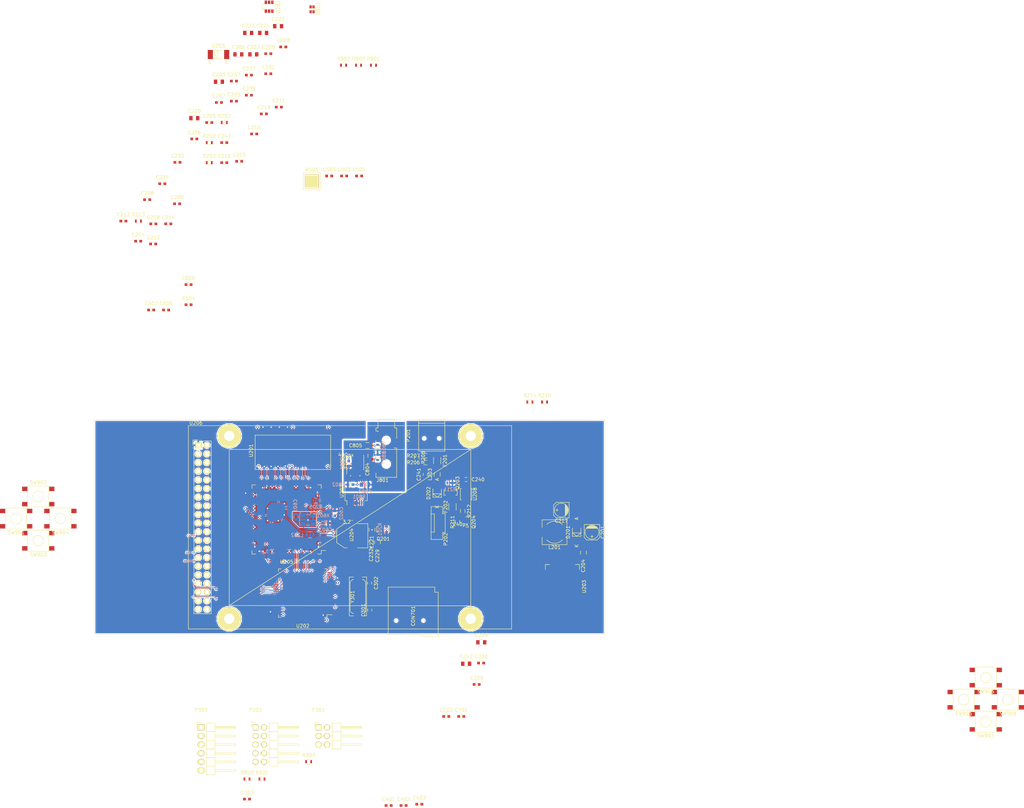
<source format=kicad_pcb>
(kicad_pcb (version 4) (host pcbnew "(2016-02-12 BZR 6554)-stable")

  (general
    (links 485)
    (no_connects 344)
    (area 52.199999 49.949999 202.300001 113.050001)
    (thickness 1.6)
    (drawings 4)
    (tracks 1102)
    (zones 0)
    (modules 131)
    (nets 210)
  )

  (page A4)
  (layers
    (0 F.Cu signal)
    (31 B.Cu signal)
    (32 B.Adhes user)
    (33 F.Adhes user)
    (34 B.Paste user)
    (35 F.Paste user)
    (36 B.SilkS user)
    (37 F.SilkS user)
    (38 B.Mask user)
    (39 F.Mask user)
    (40 Dwgs.User user)
    (41 Cmts.User user)
    (42 Eco1.User user)
    (43 Eco2.User user)
    (44 Edge.Cuts user)
    (45 Margin user)
    (46 B.CrtYd user)
    (47 F.CrtYd user)
    (48 B.Fab user)
    (49 F.Fab user hide)
  )

  (setup
    (last_trace_width 0.2)
    (user_trace_width 0.1524)
    (user_trace_width 0.2)
    (user_trace_width 0.3)
    (user_trace_width 0.4)
    (user_trace_width 0.5)
    (trace_clearance 0.153)
    (zone_clearance 0.2)
    (zone_45_only no)
    (trace_min 0.1524)
    (segment_width 0.2)
    (edge_width 0.1)
    (via_size 0.6096)
    (via_drill 0.3048)
    (via_min_size 0.6096)
    (via_min_drill 0.3048)
    (user_via 0.6096 0.3048)
    (user_via 0.8 0.4)
    (user_via 1 0.6)
    (uvia_size 0.3048)
    (uvia_drill 0.1)
    (uvias_allowed no)
    (uvia_min_size 0.2)
    (uvia_min_drill 0.1)
    (pcb_text_width 0.3)
    (pcb_text_size 1.5 1.5)
    (mod_edge_width 0.15)
    (mod_text_size 1 1)
    (mod_text_width 0.15)
    (pad_size 3.6576 2.032)
    (pad_drill 0)
    (pad_to_mask_clearance 0)
    (aux_axis_origin 0 0)
    (visible_elements FFFFFF7F)
    (pcbplotparams
      (layerselection 0x00030_ffffffff)
      (usegerberextensions false)
      (excludeedgelayer true)
      (linewidth 0.100000)
      (plotframeref false)
      (viasonmask false)
      (mode 1)
      (useauxorigin false)
      (hpglpennumber 1)
      (hpglpenspeed 20)
      (hpglpendiameter 15)
      (psnegative false)
      (psa4output false)
      (plotreference true)
      (plotvalue true)
      (plotinvisibletext false)
      (padsonsilk false)
      (subtractmaskfromsilk false)
      (outputformat 1)
      (mirror false)
      (drillshape 1)
      (scaleselection 1)
      (outputdirectory ""))
  )

  (net 0 "")
  (net 1 VSYS)
  (net 2 GND)
  (net 3 VSTM33)
  (net 4 /powersupply/VCAP1)
  (net 5 /powersupply/VCAP2)
  (net 6 VFPGA33)
  (net 7 +1V2)
  (net 8 VUSB)
  (net 9 /debug/OSCIN)
  (net 10 /debug/OSCOUT)
  (net 11 /audio/DACVREF)
  (net 12 /audio/AOUTL)
  (net 13 /audio/FBL)
  (net 14 /audio/AOUTR)
  (net 15 /audio/FBR)
  (net 16 /FSMC/SDIO_CMD)
  (net 17 /sdcard/SDIO_D3)
  (net 18 /sdcard/SDIO_D2)
  (net 19 /sdcard/SDIO_CLK)
  (net 20 /sdcard/SDIO_D0)
  (net 21 /sdcard/SDIO_D1)
  (net 22 /sdcard/SDCARD_DETECT)
  (net 23 /powersupply/SYS_VOLTAGE)
  (net 24 "Net-(D901-Pad2)")
  (net 25 "Net-(D901-Pad4)")
  (net 26 "Net-(D901-Pad3)")
  (net 27 "Net-(F201-Pad1)")
  (net 28 "Net-(F201-Pad2)")
  (net 29 VBAT)
  (net 30 "Net-(P201-Pad4)")
  (net 31 "Net-(P201-Pad6)")
  (net 32 /powersupply/THERM)
  (net 33 /debug/NRST)
  (net 34 /debug/BOOT0)
  (net 35 /FSMC/BOOT1)
  (net 36 /debug/FTCK)
  (net 37 /debug/FTMS)
  (net 38 /debug/FTDI)
  (net 39 /debug/FTDO)
  (net 40 "Net-(P302-Pad8)")
  (net 41 "Net-(P302-Pad9)")
  (net 42 "Net-(P302-Pad10)")
  (net 43 /debug/JTCK)
  (net 44 /debug/JTMS)
  (net 45 /debug/JTDI)
  (net 46 /FSMC/JTDO)
  (net 47 /FSMC/JRST_N)
  (net 48 /powersupply/FPGA_ENABLE_N)
  (net 49 "Net-(Q202-Pad1)")
  (net 50 /FSMC/BACKLIGHT_EN_N)
  (net 51 /powersupply/CHARGE_ENABLE)
  (net 52 /powersupply/PROG_SWITCHED)
  (net 53 "Net-(R203-Pad1)")
  (net 54 /powersupply/TOE)
  (net 55 /powersupply/CFG0)
  (net 56 /powersupply/CHG_ACTIVE_N)
  (net 57 /powersupply/USB_PRESENT_N)
  (net 58 /powersupply/PROG)
  (net 59 /userif/RGBLED0)
  (net 60 /userif/RGBLED1)
  (net 61 /userif/RGBLED2)
  (net 62 /userif/SW_LEFT)
  (net 63 /userif/SW_UP)
  (net 64 /userif/SW_DOWN)
  (net 65 /userif/SW_RIGHT)
  (net 66 /sdcard/SW_B)
  (net 67 /sdcard/SW_A)
  (net 68 /sdcard/SW_C)
  (net 69 /sdcard/SW_D)
  (net 70 /sdram/DQ0)
  (net 71 /sdram/DQ1)
  (net 72 /sdram/DQ2)
  (net 73 /sdram/DQ3)
  (net 74 /sdram/DQ4)
  (net 75 /sdram/DQ5)
  (net 76 /sdram/DQ6)
  (net 77 /sdram/DQ7)
  (net 78 /sdram/DQML)
  (net 79 /sdram/WE)
  (net 80 /sdram/CAS)
  (net 81 /sdram/RAS)
  (net 82 /sdram/CS)
  (net 83 /sdram/BA0)
  (net 84 /sdram/BA1)
  (net 85 /sdram/A10)
  (net 86 /sdram/A0)
  (net 87 /sdram/A1)
  (net 88 /sdram/A2)
  (net 89 /sdram/A3)
  (net 90 /sdram/A4)
  (net 91 /sdram/A5)
  (net 92 /sdram/A6)
  (net 93 /sdram/A7)
  (net 94 /sdram/A8)
  (net 95 /sdram/A9)
  (net 96 /sdram/A11)
  (net 97 "Net-(U201-Pad36)")
  (net 98 /sdram/CKE)
  (net 99 /sdram/CLK)
  (net 100 /sdram/DQMH)
  (net 101 "Net-(U201-Pad40)")
  (net 102 /sdram/DQ8)
  (net 103 /sdram/DQ9)
  (net 104 /sdram/DQ10)
  (net 105 /sdram/DQ11)
  (net 106 /sdram/DQ12)
  (net 107 /sdram/DQ13)
  (net 108 /sdram/DQ14)
  (net 109 /sdram/DQ15)
  (net 110 /FSMC/A23)
  (net 111 /FSMC/A19)
  (net 112 /FSMC/A20)
  (net 113 /FSMC/A21)
  (net 114 /FSMC/A22)
  (net 115 "Net-(U202-Pad7)")
  (net 116 "Net-(U202-Pad8)")
  (net 117 "Net-(U202-Pad9)")
  (net 118 "Net-(U202-Pad34)")
  (net 119 "Net-(U202-Pad35)")
  (net 120 "Net-(U202-Pad36)")
  (net 121 /FSMC/DA4)
  (net 122 /FSMC/DA5)
  (net 123 /FSMC/DA6)
  (net 124 /FSMC/DA7)
  (net 125 /FSMC/DA8)
  (net 126 /FSMC/DA9)
  (net 127 /FSMC/DA10)
  (net 128 /FSMC/DA11)
  (net 129 /FSMC/DA12)
  (net 130 "Net-(U202-Pad47)")
  (net 131 "Net-(U202-Pad48)")
  (net 132 /FSMC/T_CS)
  (net 133 /FSMC/T_CLK)
  (net 134 /FSMC/T_DOUT)
  (net 135 /FSMC/T_DIN)
  (net 136 /FSMC/DA13)
  (net 137 /FSMC/DA14)
  (net 138 /FSMC/DA15)
  (net 139 /FSMC/A16)
  (net 140 /FSMC/A17)
  (net 141 /FSMC/A18)
  (net 142 /FSMC/DA0)
  (net 143 /FSMC/DA1)
  (net 144 /display/T_BUSY)
  (net 145 /display/T_IRQ)
  (net 146 /FSMC/DA2)
  (net 147 /FSMC/DA3)
  (net 148 /FSMC/CLK)
  (net 149 /FSMC/OE_N)
  (net 150 /FSMC/WE_N)
  (net 151 /FSMC/WAIT_N)
  (net 152 /FSMC/E1_N)
  (net 153 "Net-(U202-Pad91)")
  (net 154 "Net-(U202-Pad92)")
  (net 155 /FSMC/ADV_N)
  (net 156 "Net-(U202-Pad95)")
  (net 157 "Net-(U202-Pad96)")
  (net 158 /FSMC/BL0_N)
  (net 159 /FSMC/BL1_N)
  (net 160 /audio/L3MODE)
  (net 161 /audio/ADATA)
  (net 162 /audio/L3DATA)
  (net 163 /audio/ACLK)
  (net 164 /sdram/CLK_50M)
  (net 165 /audio/AWS)
  (net 166 /audio/ABCK)
  (net 167 "Net-(U205-Pad73)")
  (net 168 /display/DB0)
  (net 169 /display/DB1)
  (net 170 /display/DB2)
  (net 171 /display/RS)
  (net 172 /display/DB3)
  (net 173 /display/WR)
  (net 174 /display/DB4)
  (net 175 /display/RD)
  (net 176 /display/DB5)
  (net 177 /display/DB8)
  (net 178 /display/DB6)
  (net 179 /display/DB9)
  (net 180 /display/DB7)
  (net 181 /display/DB10)
  (net 182 /display/DB11)
  (net 183 /display/DB12)
  (net 184 /display/DB13)
  (net 185 /display/DB14)
  (net 186 /display/DB15)
  (net 187 /display/CS)
  (net 188 /display/RST)
  (net 189 "Net-(U206-Pad5)")
  (net 190 "Net-(U206-Pad30)")
  (net 191 "Net-(U206-Pad31)")
  (net 192 "Net-(U206-Pad32)")
  (net 193 "Net-(U206-Pad34)")
  (net 194 "Net-(U206-Pad35)")
  (net 195 "Net-(U206-Pad36)")
  (net 196 "Net-(U206-Pad38)")
  (net 197 "Net-(U206-Pad39)")
  (net 198 "Net-(U206-Pad40)")
  (net 199 /audio/DACL)
  (net 200 /audio/DACR)
  (net 201 "Net-(U208-Pad4)")
  (net 202 /powersupply/LSout)
  (net 203 /powersupply/SSout)
  (net 204 /powersupply/D-)
  (net 205 /powersupply/D+)
  (net 206 /powersupply/B+)
  (net 207 "Net-(U202-Pad33)")
  (net 208 "Net-(X601-Pad1)")
  (net 209 /audio/APPSEL)

  (net_class Default "This is the default net class."
    (clearance 0.153)
    (trace_width 0.1524)
    (via_dia 0.6096)
    (via_drill 0.3048)
    (uvia_dia 0.3048)
    (uvia_drill 0.1)
    (add_net +1V2)
    (add_net /FSMC/A16)
    (add_net /FSMC/A17)
    (add_net /FSMC/A18)
    (add_net /FSMC/A19)
    (add_net /FSMC/A20)
    (add_net /FSMC/A21)
    (add_net /FSMC/A22)
    (add_net /FSMC/A23)
    (add_net /FSMC/ADV_N)
    (add_net /FSMC/BACKLIGHT_EN_N)
    (add_net /FSMC/BL0_N)
    (add_net /FSMC/BL1_N)
    (add_net /FSMC/BOOT1)
    (add_net /FSMC/CLK)
    (add_net /FSMC/DA0)
    (add_net /FSMC/DA1)
    (add_net /FSMC/DA10)
    (add_net /FSMC/DA11)
    (add_net /FSMC/DA12)
    (add_net /FSMC/DA13)
    (add_net /FSMC/DA14)
    (add_net /FSMC/DA15)
    (add_net /FSMC/DA2)
    (add_net /FSMC/DA3)
    (add_net /FSMC/DA4)
    (add_net /FSMC/DA5)
    (add_net /FSMC/DA6)
    (add_net /FSMC/DA7)
    (add_net /FSMC/DA8)
    (add_net /FSMC/DA9)
    (add_net /FSMC/E1_N)
    (add_net /FSMC/JRST_N)
    (add_net /FSMC/JTDO)
    (add_net /FSMC/OE_N)
    (add_net /FSMC/SDIO_CMD)
    (add_net /FSMC/T_CLK)
    (add_net /FSMC/T_CS)
    (add_net /FSMC/T_DIN)
    (add_net /FSMC/T_DOUT)
    (add_net /FSMC/WAIT_N)
    (add_net /FSMC/WE_N)
    (add_net /audio/ABCK)
    (add_net /audio/ACLK)
    (add_net /audio/ADATA)
    (add_net /audio/AOUTL)
    (add_net /audio/AOUTR)
    (add_net /audio/APPSEL)
    (add_net /audio/AWS)
    (add_net /audio/DACL)
    (add_net /audio/DACR)
    (add_net /audio/DACVREF)
    (add_net /audio/FBL)
    (add_net /audio/FBR)
    (add_net /audio/L3DATA)
    (add_net /audio/L3MODE)
    (add_net /debug/BOOT0)
    (add_net /debug/FTCK)
    (add_net /debug/FTDI)
    (add_net /debug/FTDO)
    (add_net /debug/FTMS)
    (add_net /debug/JTCK)
    (add_net /debug/JTDI)
    (add_net /debug/JTMS)
    (add_net /debug/NRST)
    (add_net /debug/OSCIN)
    (add_net /debug/OSCOUT)
    (add_net /display/CS)
    (add_net /display/DB0)
    (add_net /display/DB1)
    (add_net /display/DB10)
    (add_net /display/DB11)
    (add_net /display/DB12)
    (add_net /display/DB13)
    (add_net /display/DB14)
    (add_net /display/DB15)
    (add_net /display/DB2)
    (add_net /display/DB3)
    (add_net /display/DB4)
    (add_net /display/DB5)
    (add_net /display/DB6)
    (add_net /display/DB7)
    (add_net /display/DB8)
    (add_net /display/DB9)
    (add_net /display/RD)
    (add_net /display/RS)
    (add_net /display/RST)
    (add_net /display/T_BUSY)
    (add_net /display/T_IRQ)
    (add_net /display/WR)
    (add_net /powersupply/B+)
    (add_net /powersupply/CFG0)
    (add_net /powersupply/CHARGE_ENABLE)
    (add_net /powersupply/CHG_ACTIVE_N)
    (add_net /powersupply/D+)
    (add_net /powersupply/D-)
    (add_net /powersupply/FPGA_ENABLE_N)
    (add_net /powersupply/LSout)
    (add_net /powersupply/PROG)
    (add_net /powersupply/PROG_SWITCHED)
    (add_net /powersupply/SSout)
    (add_net /powersupply/SYS_VOLTAGE)
    (add_net /powersupply/THERM)
    (add_net /powersupply/TOE)
    (add_net /powersupply/USB_PRESENT_N)
    (add_net /powersupply/VCAP1)
    (add_net /powersupply/VCAP2)
    (add_net /sdcard/SDCARD_DETECT)
    (add_net /sdcard/SDIO_CLK)
    (add_net /sdcard/SDIO_D0)
    (add_net /sdcard/SDIO_D1)
    (add_net /sdcard/SDIO_D2)
    (add_net /sdcard/SDIO_D3)
    (add_net /sdcard/SW_A)
    (add_net /sdcard/SW_B)
    (add_net /sdcard/SW_C)
    (add_net /sdcard/SW_D)
    (add_net /sdram/A0)
    (add_net /sdram/A1)
    (add_net /sdram/A10)
    (add_net /sdram/A11)
    (add_net /sdram/A2)
    (add_net /sdram/A3)
    (add_net /sdram/A4)
    (add_net /sdram/A5)
    (add_net /sdram/A6)
    (add_net /sdram/A7)
    (add_net /sdram/A8)
    (add_net /sdram/A9)
    (add_net /sdram/BA0)
    (add_net /sdram/BA1)
    (add_net /sdram/CAS)
    (add_net /sdram/CKE)
    (add_net /sdram/CLK)
    (add_net /sdram/CLK_50M)
    (add_net /sdram/CS)
    (add_net /sdram/DQ0)
    (add_net /sdram/DQ1)
    (add_net /sdram/DQ10)
    (add_net /sdram/DQ11)
    (add_net /sdram/DQ12)
    (add_net /sdram/DQ13)
    (add_net /sdram/DQ14)
    (add_net /sdram/DQ15)
    (add_net /sdram/DQ2)
    (add_net /sdram/DQ3)
    (add_net /sdram/DQ4)
    (add_net /sdram/DQ5)
    (add_net /sdram/DQ6)
    (add_net /sdram/DQ7)
    (add_net /sdram/DQ8)
    (add_net /sdram/DQ9)
    (add_net /sdram/DQMH)
    (add_net /sdram/DQML)
    (add_net /sdram/RAS)
    (add_net /sdram/WE)
    (add_net /userif/RGBLED0)
    (add_net /userif/RGBLED1)
    (add_net /userif/RGBLED2)
    (add_net /userif/SW_DOWN)
    (add_net /userif/SW_LEFT)
    (add_net /userif/SW_RIGHT)
    (add_net /userif/SW_UP)
    (add_net GND)
    (add_net "Net-(D901-Pad2)")
    (add_net "Net-(D901-Pad3)")
    (add_net "Net-(D901-Pad4)")
    (add_net "Net-(F201-Pad1)")
    (add_net "Net-(F201-Pad2)")
    (add_net "Net-(P201-Pad4)")
    (add_net "Net-(P201-Pad6)")
    (add_net "Net-(P302-Pad10)")
    (add_net "Net-(P302-Pad8)")
    (add_net "Net-(P302-Pad9)")
    (add_net "Net-(Q202-Pad1)")
    (add_net "Net-(R203-Pad1)")
    (add_net "Net-(U201-Pad36)")
    (add_net "Net-(U201-Pad40)")
    (add_net "Net-(U202-Pad33)")
    (add_net "Net-(U202-Pad34)")
    (add_net "Net-(U202-Pad35)")
    (add_net "Net-(U202-Pad36)")
    (add_net "Net-(U202-Pad47)")
    (add_net "Net-(U202-Pad48)")
    (add_net "Net-(U202-Pad7)")
    (add_net "Net-(U202-Pad8)")
    (add_net "Net-(U202-Pad9)")
    (add_net "Net-(U202-Pad91)")
    (add_net "Net-(U202-Pad92)")
    (add_net "Net-(U202-Pad95)")
    (add_net "Net-(U202-Pad96)")
    (add_net "Net-(U205-Pad73)")
    (add_net "Net-(U206-Pad30)")
    (add_net "Net-(U206-Pad31)")
    (add_net "Net-(U206-Pad32)")
    (add_net "Net-(U206-Pad34)")
    (add_net "Net-(U206-Pad35)")
    (add_net "Net-(U206-Pad36)")
    (add_net "Net-(U206-Pad38)")
    (add_net "Net-(U206-Pad39)")
    (add_net "Net-(U206-Pad40)")
    (add_net "Net-(U206-Pad5)")
    (add_net "Net-(U208-Pad4)")
    (add_net "Net-(X601-Pad1)")
    (add_net VBAT)
    (add_net VFPGA33)
    (add_net VSTM33)
    (add_net VSYS)
    (add_net VUSB)
  )

  (module Capacitors_SMD:c_elec_4x4.5 (layer F.Cu) (tedit 55725C01) (tstamp 56D850F1)
    (at 198.5 83 270)
    (descr "SMT capacitor, aluminium electrolytic, 4x4.5")
    (path /563244F7/56C2EA4B)
    (attr smd)
    (fp_text reference C201 (at 0 -3.175 270) (layer F.SilkS)
      (effects (font (size 1 1) (thickness 0.15)))
    )
    (fp_text value 220u (at 0 3.175 270) (layer F.Fab)
      (effects (font (size 1 1) (thickness 0.15)))
    )
    (fp_line (start -3.35 2.65) (end 3.35 2.65) (layer F.CrtYd) (width 0.05))
    (fp_line (start 3.35 -2.65) (end -3.35 -2.65) (layer F.CrtYd) (width 0.05))
    (fp_line (start -3.35 -2.65) (end -3.35 2.65) (layer F.CrtYd) (width 0.05))
    (fp_line (start 3.35 2.65) (end 3.35 -2.65) (layer F.CrtYd) (width 0.05))
    (fp_line (start 1.651 0) (end 0.889 0) (layer F.SilkS) (width 0.15))
    (fp_line (start 1.27 -0.381) (end 1.27 0.381) (layer F.SilkS) (width 0.15))
    (fp_line (start 1.524 2.286) (end -2.286 2.286) (layer F.SilkS) (width 0.15))
    (fp_line (start 2.286 -1.524) (end 2.286 1.524) (layer F.SilkS) (width 0.15))
    (fp_line (start 1.524 2.286) (end 2.286 1.524) (layer F.SilkS) (width 0.15))
    (fp_line (start 1.524 -2.286) (end -2.286 -2.286) (layer F.SilkS) (width 0.15))
    (fp_line (start 1.524 -2.286) (end 2.286 -1.524) (layer F.SilkS) (width 0.15))
    (fp_line (start -2.032 0.127) (end -2.032 -0.127) (layer F.SilkS) (width 0.15))
    (fp_line (start -1.905 -0.635) (end -1.905 0.635) (layer F.SilkS) (width 0.15))
    (fp_line (start -1.778 0.889) (end -1.778 -0.889) (layer F.SilkS) (width 0.15))
    (fp_line (start -1.651 1.143) (end -1.651 -1.143) (layer F.SilkS) (width 0.15))
    (fp_line (start -1.524 -1.27) (end -1.524 1.27) (layer F.SilkS) (width 0.15))
    (fp_line (start -1.397 1.397) (end -1.397 -1.397) (layer F.SilkS) (width 0.15))
    (fp_line (start -1.27 -1.524) (end -1.27 1.524) (layer F.SilkS) (width 0.15))
    (fp_line (start -1.143 -1.651) (end -1.143 1.651) (layer F.SilkS) (width 0.15))
    (fp_line (start -2.286 -2.286) (end -2.286 2.286) (layer F.SilkS) (width 0.15))
    (fp_circle (center 0 0) (end -2.032 0) (layer F.SilkS) (width 0.15))
    (pad 1 smd rect (at 1.80086 0 270) (size 2.60096 1.6002) (layers F.Cu F.Paste F.Mask)
      (net 1 VSYS))
    (pad 2 smd rect (at -1.80086 0 270) (size 2.60096 1.6002) (layers F.Cu F.Paste F.Mask)
      (net 2 GND))
    (model Capacitors_SMD.3dshapes/c_elec_4x4.5.wrl
      (at (xyz 0 0 0))
      (scale (xyz 1 1 1))
      (rotate (xyz 0 0 0))
    )
  )

  (module Capacitors_SMD:C_0805 (layer F.Cu) (tedit 5415D6EA) (tstamp 56D850FD)
    (at 98.957546 -57.539378)
    (descr "Capacitor SMD 0805, reflow soldering, AVX (see smccp.pdf)")
    (tags "capacitor 0805")
    (path /563244F7/56C52C65)
    (attr smd)
    (fp_text reference C202 (at 0 -2.1) (layer F.SilkS)
      (effects (font (size 1 1) (thickness 0.15)))
    )
    (fp_text value 10u (at 0 2.1) (layer F.Fab)
      (effects (font (size 1 1) (thickness 0.15)))
    )
    (fp_line (start -1.8 -1) (end 1.8 -1) (layer F.CrtYd) (width 0.05))
    (fp_line (start -1.8 1) (end 1.8 1) (layer F.CrtYd) (width 0.05))
    (fp_line (start -1.8 -1) (end -1.8 1) (layer F.CrtYd) (width 0.05))
    (fp_line (start 1.8 -1) (end 1.8 1) (layer F.CrtYd) (width 0.05))
    (fp_line (start 0.5 -0.85) (end -0.5 -0.85) (layer F.SilkS) (width 0.15))
    (fp_line (start -0.5 0.85) (end 0.5 0.85) (layer F.SilkS) (width 0.15))
    (pad 1 smd rect (at -1 0) (size 1 1.25) (layers F.Cu F.Paste F.Mask)
      (net 3 VSTM33))
    (pad 2 smd rect (at 1 0) (size 1 1.25) (layers F.Cu F.Paste F.Mask)
      (net 2 GND))
    (model Capacitors_SMD.3dshapes/C_0805.wrl
      (at (xyz 0 0 0))
      (scale (xyz 1 1 1))
      (rotate (xyz 0 0 0))
    )
  )

  (module Capacitors_SMD:C_0805 (layer F.Cu) (tedit 5415D6EA) (tstamp 56D85109)
    (at 88.857546 -49.489378)
    (descr "Capacitor SMD 0805, reflow soldering, AVX (see smccp.pdf)")
    (tags "capacitor 0805")
    (path /563244F7/56C5D114)
    (attr smd)
    (fp_text reference C203 (at 0 -2.1) (layer F.SilkS)
      (effects (font (size 1 1) (thickness 0.15)))
    )
    (fp_text value 2.2u (at 0 2.1) (layer F.Fab)
      (effects (font (size 1 1) (thickness 0.15)))
    )
    (fp_line (start -1.8 -1) (end 1.8 -1) (layer F.CrtYd) (width 0.05))
    (fp_line (start -1.8 1) (end 1.8 1) (layer F.CrtYd) (width 0.05))
    (fp_line (start -1.8 -1) (end -1.8 1) (layer F.CrtYd) (width 0.05))
    (fp_line (start 1.8 -1) (end 1.8 1) (layer F.CrtYd) (width 0.05))
    (fp_line (start 0.5 -0.85) (end -0.5 -0.85) (layer F.SilkS) (width 0.15))
    (fp_line (start -0.5 0.85) (end 0.5 0.85) (layer F.SilkS) (width 0.15))
    (pad 1 smd rect (at -1 0) (size 1 1.25) (layers F.Cu F.Paste F.Mask)
      (net 4 /powersupply/VCAP1))
    (pad 2 smd rect (at 1 0) (size 1 1.25) (layers F.Cu F.Paste F.Mask)
      (net 2 GND))
    (model Capacitors_SMD.3dshapes/C_0805.wrl
      (at (xyz 0 0 0))
      (scale (xyz 1 1 1))
      (rotate (xyz 0 0 0))
    )
  )

  (module Capacitors_SMD:C_0805 (layer F.Cu) (tedit 5415D6EA) (tstamp 56D85115)
    (at 196 89 90)
    (descr "Capacitor SMD 0805, reflow soldering, AVX (see smccp.pdf)")
    (tags "capacitor 0805")
    (path /563244F7/56324973)
    (attr smd)
    (fp_text reference C204 (at -3.9 -0.1 90) (layer F.SilkS)
      (effects (font (size 1 1) (thickness 0.15)))
    )
    (fp_text value 10u (at 0 2.1 90) (layer F.Fab)
      (effects (font (size 1 1) (thickness 0.15)))
    )
    (fp_line (start -1.8 -1) (end 1.8 -1) (layer F.CrtYd) (width 0.05))
    (fp_line (start -1.8 1) (end 1.8 1) (layer F.CrtYd) (width 0.05))
    (fp_line (start -1.8 -1) (end -1.8 1) (layer F.CrtYd) (width 0.05))
    (fp_line (start 1.8 -1) (end 1.8 1) (layer F.CrtYd) (width 0.05))
    (fp_line (start 0.5 -0.85) (end -0.5 -0.85) (layer F.SilkS) (width 0.15))
    (fp_line (start -0.5 0.85) (end 0.5 0.85) (layer F.SilkS) (width 0.15))
    (pad 1 smd rect (at -1 0 90) (size 1 1.25) (layers F.Cu F.Paste F.Mask)
      (net 1 VSYS))
    (pad 2 smd rect (at 1 0 90) (size 1 1.25) (layers F.Cu F.Paste F.Mask)
      (net 2 GND))
    (model Capacitors_SMD.3dshapes/C_0805.wrl
      (at (xyz 0 0 0))
      (scale (xyz 1 1 1))
      (rotate (xyz 0 0 0))
    )
  )

  (module Capacitors_SMD:C_0603 (layer F.Cu) (tedit 5415D631) (tstamp 56D85121)
    (at 86.007546 -37.489378)
    (descr "Capacitor SMD 0603, reflow soldering, AVX (see smccp.pdf)")
    (tags "capacitor 0603")
    (path /563244F7/56C50D95)
    (attr smd)
    (fp_text reference C205 (at 0 -1.9) (layer F.SilkS)
      (effects (font (size 1 1) (thickness 0.15)))
    )
    (fp_text value 100n (at 0 1.9) (layer F.Fab)
      (effects (font (size 1 1) (thickness 0.15)))
    )
    (fp_line (start -1.45 -0.75) (end 1.45 -0.75) (layer F.CrtYd) (width 0.05))
    (fp_line (start -1.45 0.75) (end 1.45 0.75) (layer F.CrtYd) (width 0.05))
    (fp_line (start -1.45 -0.75) (end -1.45 0.75) (layer F.CrtYd) (width 0.05))
    (fp_line (start 1.45 -0.75) (end 1.45 0.75) (layer F.CrtYd) (width 0.05))
    (fp_line (start -0.35 -0.6) (end 0.35 -0.6) (layer F.SilkS) (width 0.15))
    (fp_line (start 0.35 0.6) (end -0.35 0.6) (layer F.SilkS) (width 0.15))
    (pad 1 smd rect (at -0.75 0) (size 0.8 0.75) (layers F.Cu F.Paste F.Mask)
      (net 3 VSTM33))
    (pad 2 smd rect (at 0.75 0) (size 0.8 0.75) (layers F.Cu F.Paste F.Mask)
      (net 2 GND))
    (model Capacitors_SMD.3dshapes/C_0603.wrl
      (at (xyz 0 0 0))
      (scale (xyz 1 1 1))
      (rotate (xyz 0 0 0))
    )
  )

  (module Capacitors_SMD:C_0805 (layer F.Cu) (tedit 5415D6EA) (tstamp 56D8512D)
    (at 94.557546 -57.539378)
    (descr "Capacitor SMD 0805, reflow soldering, AVX (see smccp.pdf)")
    (tags "capacitor 0805")
    (path /563244F7/56C5C319)
    (attr smd)
    (fp_text reference C206 (at 0 -2.1) (layer F.SilkS)
      (effects (font (size 1 1) (thickness 0.15)))
    )
    (fp_text value 2.2u (at 0 2.1) (layer F.Fab)
      (effects (font (size 1 1) (thickness 0.15)))
    )
    (fp_line (start -1.8 -1) (end 1.8 -1) (layer F.CrtYd) (width 0.05))
    (fp_line (start -1.8 1) (end 1.8 1) (layer F.CrtYd) (width 0.05))
    (fp_line (start -1.8 -1) (end -1.8 1) (layer F.CrtYd) (width 0.05))
    (fp_line (start 1.8 -1) (end 1.8 1) (layer F.CrtYd) (width 0.05))
    (fp_line (start 0.5 -0.85) (end -0.5 -0.85) (layer F.SilkS) (width 0.15))
    (fp_line (start -0.5 0.85) (end 0.5 0.85) (layer F.SilkS) (width 0.15))
    (pad 1 smd rect (at -1 0) (size 1 1.25) (layers F.Cu F.Paste F.Mask)
      (net 5 /powersupply/VCAP2))
    (pad 2 smd rect (at 1 0) (size 1 1.25) (layers F.Cu F.Paste F.Mask)
      (net 2 GND))
    (model Capacitors_SMD.3dshapes/C_0805.wrl
      (at (xyz 0 0 0))
      (scale (xyz 1 1 1))
      (rotate (xyz 0 0 0))
    )
  )

  (module Capacitors_SMD:C_0603 (layer F.Cu) (tedit 5415D631) (tstamp 56D85139)
    (at 88.857546 -43.389378)
    (descr "Capacitor SMD 0603, reflow soldering, AVX (see smccp.pdf)")
    (tags "capacitor 0603")
    (path /563244F7/56C5067D)
    (attr smd)
    (fp_text reference C207 (at 0 -1.9) (layer F.SilkS)
      (effects (font (size 1 1) (thickness 0.15)))
    )
    (fp_text value 100n (at 0 1.9) (layer F.Fab)
      (effects (font (size 1 1) (thickness 0.15)))
    )
    (fp_line (start -1.45 -0.75) (end 1.45 -0.75) (layer F.CrtYd) (width 0.05))
    (fp_line (start -1.45 0.75) (end 1.45 0.75) (layer F.CrtYd) (width 0.05))
    (fp_line (start -1.45 -0.75) (end -1.45 0.75) (layer F.CrtYd) (width 0.05))
    (fp_line (start 1.45 -0.75) (end 1.45 0.75) (layer F.CrtYd) (width 0.05))
    (fp_line (start -0.35 -0.6) (end 0.35 -0.6) (layer F.SilkS) (width 0.15))
    (fp_line (start 0.35 0.6) (end -0.35 0.6) (layer F.SilkS) (width 0.15))
    (pad 1 smd rect (at -0.75 0) (size 0.8 0.75) (layers F.Cu F.Paste F.Mask)
      (net 3 VSTM33))
    (pad 2 smd rect (at 0.75 0) (size 0.8 0.75) (layers F.Cu F.Paste F.Mask)
      (net 2 GND))
    (model Capacitors_SMD.3dshapes/C_0603.wrl
      (at (xyz 0 0 0))
      (scale (xyz 1 1 1))
      (rotate (xyz 0 0 0))
    )
  )

  (module Capacitors_SMD:C_0603 (layer F.Cu) (tedit 5415D631) (tstamp 56D85145)
    (at 103.357546 -57.739378)
    (descr "Capacitor SMD 0603, reflow soldering, AVX (see smccp.pdf)")
    (tags "capacitor 0603")
    (path /563244F7/56C50683)
    (attr smd)
    (fp_text reference C208 (at 0 -1.9) (layer F.SilkS)
      (effects (font (size 1 1) (thickness 0.15)))
    )
    (fp_text value 100n (at 0 1.9) (layer F.Fab)
      (effects (font (size 1 1) (thickness 0.15)))
    )
    (fp_line (start -1.45 -0.75) (end 1.45 -0.75) (layer F.CrtYd) (width 0.05))
    (fp_line (start -1.45 0.75) (end 1.45 0.75) (layer F.CrtYd) (width 0.05))
    (fp_line (start -1.45 -0.75) (end -1.45 0.75) (layer F.CrtYd) (width 0.05))
    (fp_line (start 1.45 -0.75) (end 1.45 0.75) (layer F.CrtYd) (width 0.05))
    (fp_line (start -0.35 -0.6) (end 0.35 -0.6) (layer F.SilkS) (width 0.15))
    (fp_line (start 0.35 0.6) (end -0.35 0.6) (layer F.SilkS) (width 0.15))
    (pad 1 smd rect (at -0.75 0) (size 0.8 0.75) (layers F.Cu F.Paste F.Mask)
      (net 3 VSTM33))
    (pad 2 smd rect (at 0.75 0) (size 0.8 0.75) (layers F.Cu F.Paste F.Mask)
      (net 2 GND))
    (model Capacitors_SMD.3dshapes/C_0603.wrl
      (at (xyz 0 0 0))
      (scale (xyz 1 1 1))
      (rotate (xyz 0 0 0))
    )
  )

  (module Capacitors_SMD:C_0603 (layer F.Cu) (tedit 5415D631) (tstamp 56D85151)
    (at 76.557546 -13.589378)
    (descr "Capacitor SMD 0603, reflow soldering, AVX (see smccp.pdf)")
    (tags "capacitor 0603")
    (path /563244F7/56C50689)
    (attr smd)
    (fp_text reference C209 (at 0 -1.9) (layer F.SilkS)
      (effects (font (size 1 1) (thickness 0.15)))
    )
    (fp_text value 100n (at 0 1.9) (layer F.Fab)
      (effects (font (size 1 1) (thickness 0.15)))
    )
    (fp_line (start -1.45 -0.75) (end 1.45 -0.75) (layer F.CrtYd) (width 0.05))
    (fp_line (start -1.45 0.75) (end 1.45 0.75) (layer F.CrtYd) (width 0.05))
    (fp_line (start -1.45 -0.75) (end -1.45 0.75) (layer F.CrtYd) (width 0.05))
    (fp_line (start 1.45 -0.75) (end 1.45 0.75) (layer F.CrtYd) (width 0.05))
    (fp_line (start -0.35 -0.6) (end 0.35 -0.6) (layer F.SilkS) (width 0.15))
    (fp_line (start 0.35 0.6) (end -0.35 0.6) (layer F.SilkS) (width 0.15))
    (pad 1 smd rect (at -0.75 0) (size 0.8 0.75) (layers F.Cu F.Paste F.Mask)
      (net 3 VSTM33))
    (pad 2 smd rect (at 0.75 0) (size 0.8 0.75) (layers F.Cu F.Paste F.Mask)
      (net 2 GND))
    (model Capacitors_SMD.3dshapes/C_0603.wrl
      (at (xyz 0 0 0))
      (scale (xyz 1 1 1))
      (rotate (xyz 0 0 0))
    )
  )

  (module Capacitors_SMD:C_0603 (layer F.Cu) (tedit 5415D631) (tstamp 56D8515D)
    (at 99.207546 -34.139378)
    (descr "Capacitor SMD 0603, reflow soldering, AVX (see smccp.pdf)")
    (tags "capacitor 0603")
    (path /563244F7/56C5068F)
    (attr smd)
    (fp_text reference C210 (at 0 -1.9) (layer F.SilkS)
      (effects (font (size 1 1) (thickness 0.15)))
    )
    (fp_text value 100n (at 0 1.9) (layer F.Fab)
      (effects (font (size 1 1) (thickness 0.15)))
    )
    (fp_line (start -1.45 -0.75) (end 1.45 -0.75) (layer F.CrtYd) (width 0.05))
    (fp_line (start -1.45 0.75) (end 1.45 0.75) (layer F.CrtYd) (width 0.05))
    (fp_line (start -1.45 -0.75) (end -1.45 0.75) (layer F.CrtYd) (width 0.05))
    (fp_line (start 1.45 -0.75) (end 1.45 0.75) (layer F.CrtYd) (width 0.05))
    (fp_line (start -0.35 -0.6) (end 0.35 -0.6) (layer F.SilkS) (width 0.15))
    (fp_line (start 0.35 0.6) (end -0.35 0.6) (layer F.SilkS) (width 0.15))
    (pad 1 smd rect (at -0.75 0) (size 0.8 0.75) (layers F.Cu F.Paste F.Mask)
      (net 3 VSTM33))
    (pad 2 smd rect (at 0.75 0) (size 0.8 0.75) (layers F.Cu F.Paste F.Mask)
      (net 2 GND))
    (model Capacitors_SMD.3dshapes/C_0603.wrl
      (at (xyz 0 0 0))
      (scale (xyz 1 1 1))
      (rotate (xyz 0 0 0))
    )
  )

  (module Capacitors_SMD:C_0603 (layer F.Cu) (tedit 5415D631) (tstamp 56D85169)
    (at 106.457546 -42.029378)
    (descr "Capacitor SMD 0603, reflow soldering, AVX (see smccp.pdf)")
    (tags "capacitor 0603")
    (path /563244F7/56C786E8)
    (attr smd)
    (fp_text reference C211 (at 0 -1.9) (layer F.SilkS)
      (effects (font (size 1 1) (thickness 0.15)))
    )
    (fp_text value 100n (at 0 1.9) (layer F.Fab)
      (effects (font (size 1 1) (thickness 0.15)))
    )
    (fp_line (start -1.45 -0.75) (end 1.45 -0.75) (layer F.CrtYd) (width 0.05))
    (fp_line (start -1.45 0.75) (end 1.45 0.75) (layer F.CrtYd) (width 0.05))
    (fp_line (start -1.45 -0.75) (end -1.45 0.75) (layer F.CrtYd) (width 0.05))
    (fp_line (start 1.45 -0.75) (end 1.45 0.75) (layer F.CrtYd) (width 0.05))
    (fp_line (start -0.35 -0.6) (end 0.35 -0.6) (layer F.SilkS) (width 0.15))
    (fp_line (start 0.35 0.6) (end -0.35 0.6) (layer F.SilkS) (width 0.15))
    (pad 1 smd rect (at -0.75 0) (size 0.8 0.75) (layers F.Cu F.Paste F.Mask)
      (net 6 VFPGA33))
    (pad 2 smd rect (at 0.75 0) (size 0.8 0.75) (layers F.Cu F.Paste F.Mask)
      (net 2 GND))
    (model Capacitors_SMD.3dshapes/C_0603.wrl
      (at (xyz 0 0 0))
      (scale (xyz 1 1 1))
      (rotate (xyz 0 0 0))
    )
  )

  (module Capacitors_SMD:C_0603 (layer F.Cu) (tedit 5415D631) (tstamp 56D85175)
    (at 60.767546 -8.499378)
    (descr "Capacitor SMD 0603, reflow soldering, AVX (see smccp.pdf)")
    (tags "capacitor 0603")
    (path /563244F7/56C50695)
    (attr smd)
    (fp_text reference C212 (at 0 -1.9) (layer F.SilkS)
      (effects (font (size 1 1) (thickness 0.15)))
    )
    (fp_text value 100n (at 0 1.9) (layer F.Fab)
      (effects (font (size 1 1) (thickness 0.15)))
    )
    (fp_line (start -1.45 -0.75) (end 1.45 -0.75) (layer F.CrtYd) (width 0.05))
    (fp_line (start -1.45 0.75) (end 1.45 0.75) (layer F.CrtYd) (width 0.05))
    (fp_line (start -1.45 -0.75) (end -1.45 0.75) (layer F.CrtYd) (width 0.05))
    (fp_line (start 1.45 -0.75) (end 1.45 0.75) (layer F.CrtYd) (width 0.05))
    (fp_line (start -0.35 -0.6) (end 0.35 -0.6) (layer F.SilkS) (width 0.15))
    (fp_line (start 0.35 0.6) (end -0.35 0.6) (layer F.SilkS) (width 0.15))
    (pad 1 smd rect (at -0.75 0) (size 0.8 0.75) (layers F.Cu F.Paste F.Mask)
      (net 3 VSTM33))
    (pad 2 smd rect (at 0.75 0) (size 0.8 0.75) (layers F.Cu F.Paste F.Mask)
      (net 2 GND))
    (model Capacitors_SMD.3dshapes/C_0603.wrl
      (at (xyz 0 0 0))
      (scale (xyz 1 1 1))
      (rotate (xyz 0 0 0))
    )
  )

  (module Capacitors_SMD:C_0603 (layer F.Cu) (tedit 5415D631) (tstamp 56D85181)
    (at 69.517546 -1.789378)
    (descr "Capacitor SMD 0603, reflow soldering, AVX (see smccp.pdf)")
    (tags "capacitor 0603")
    (path /563244F7/56C786EE)
    (attr smd)
    (fp_text reference C213 (at 0 -1.9) (layer F.SilkS)
      (effects (font (size 1 1) (thickness 0.15)))
    )
    (fp_text value 100n (at 0 1.9) (layer F.Fab)
      (effects (font (size 1 1) (thickness 0.15)))
    )
    (fp_line (start -1.45 -0.75) (end 1.45 -0.75) (layer F.CrtYd) (width 0.05))
    (fp_line (start -1.45 0.75) (end 1.45 0.75) (layer F.CrtYd) (width 0.05))
    (fp_line (start -1.45 -0.75) (end -1.45 0.75) (layer F.CrtYd) (width 0.05))
    (fp_line (start 1.45 -0.75) (end 1.45 0.75) (layer F.CrtYd) (width 0.05))
    (fp_line (start -0.35 -0.6) (end 0.35 -0.6) (layer F.SilkS) (width 0.15))
    (fp_line (start 0.35 0.6) (end -0.35 0.6) (layer F.SilkS) (width 0.15))
    (pad 1 smd rect (at -0.75 0) (size 0.8 0.75) (layers F.Cu F.Paste F.Mask)
      (net 6 VFPGA33))
    (pad 2 smd rect (at 0.75 0) (size 0.8 0.75) (layers F.Cu F.Paste F.Mask)
      (net 2 GND))
    (model Capacitors_SMD.3dshapes/C_0603.wrl
      (at (xyz 0 0 0))
      (scale (xyz 1 1 1))
      (rotate (xyz 0 0 0))
    )
  )

  (module Capacitors_SMD:C_0603 (layer F.Cu) (tedit 5415D631) (tstamp 56D8518D)
    (at 73.967546 -7.689378)
    (descr "Capacitor SMD 0603, reflow soldering, AVX (see smccp.pdf)")
    (tags "capacitor 0603")
    (path /563244F7/56C5069B)
    (attr smd)
    (fp_text reference C214 (at 0 -1.9) (layer F.SilkS)
      (effects (font (size 1 1) (thickness 0.15)))
    )
    (fp_text value 100n (at 0 1.9) (layer F.Fab)
      (effects (font (size 1 1) (thickness 0.15)))
    )
    (fp_line (start -1.45 -0.75) (end 1.45 -0.75) (layer F.CrtYd) (width 0.05))
    (fp_line (start -1.45 0.75) (end 1.45 0.75) (layer F.CrtYd) (width 0.05))
    (fp_line (start -1.45 -0.75) (end -1.45 0.75) (layer F.CrtYd) (width 0.05))
    (fp_line (start 1.45 -0.75) (end 1.45 0.75) (layer F.CrtYd) (width 0.05))
    (fp_line (start -0.35 -0.6) (end 0.35 -0.6) (layer F.SilkS) (width 0.15))
    (fp_line (start 0.35 0.6) (end -0.35 0.6) (layer F.SilkS) (width 0.15))
    (pad 1 smd rect (at -0.75 0) (size 0.8 0.75) (layers F.Cu F.Paste F.Mask)
      (net 3 VSTM33))
    (pad 2 smd rect (at 0.75 0) (size 0.8 0.75) (layers F.Cu F.Paste F.Mask)
      (net 2 GND))
    (model Capacitors_SMD.3dshapes/C_0603.wrl
      (at (xyz 0 0 0))
      (scale (xyz 1 1 1))
      (rotate (xyz 0 0 0))
    )
  )

  (module Capacitors_SMD:C_0603 (layer F.Cu) (tedit 5415D631) (tstamp 56D85199)
    (at 94.807546 -26.089378)
    (descr "Capacitor SMD 0603, reflow soldering, AVX (see smccp.pdf)")
    (tags "capacitor 0603")
    (path /563244F7/56C786F4)
    (attr smd)
    (fp_text reference C215 (at 0 -1.9) (layer F.SilkS)
      (effects (font (size 1 1) (thickness 0.15)))
    )
    (fp_text value 100n (at 0 1.9) (layer F.Fab)
      (effects (font (size 1 1) (thickness 0.15)))
    )
    (fp_line (start -1.45 -0.75) (end 1.45 -0.75) (layer F.CrtYd) (width 0.05))
    (fp_line (start -1.45 0.75) (end 1.45 0.75) (layer F.CrtYd) (width 0.05))
    (fp_line (start -1.45 -0.75) (end -1.45 0.75) (layer F.CrtYd) (width 0.05))
    (fp_line (start 1.45 -0.75) (end 1.45 0.75) (layer F.CrtYd) (width 0.05))
    (fp_line (start -0.35 -0.6) (end 0.35 -0.6) (layer F.SilkS) (width 0.15))
    (fp_line (start 0.35 0.6) (end -0.35 0.6) (layer F.SilkS) (width 0.15))
    (pad 1 smd rect (at -0.75 0) (size 0.8 0.75) (layers F.Cu F.Paste F.Mask)
      (net 6 VFPGA33))
    (pad 2 smd rect (at 0.75 0) (size 0.8 0.75) (layers F.Cu F.Paste F.Mask)
      (net 2 GND))
    (model Capacitors_SMD.3dshapes/C_0603.wrl
      (at (xyz 0 0 0))
      (scale (xyz 1 1 1))
      (rotate (xyz 0 0 0))
    )
  )

  (module Capacitors_SMD:C_0603 (layer F.Cu) (tedit 5415D631) (tstamp 56D851A5)
    (at 90.407546 -25.689378)
    (descr "Capacitor SMD 0603, reflow soldering, AVX (see smccp.pdf)")
    (tags "capacitor 0603")
    (path /563244F7/56C506A1)
    (attr smd)
    (fp_text reference C216 (at 0 -1.9) (layer F.SilkS)
      (effects (font (size 1 1) (thickness 0.15)))
    )
    (fp_text value 100n (at 0 1.9) (layer F.Fab)
      (effects (font (size 1 1) (thickness 0.15)))
    )
    (fp_line (start -1.45 -0.75) (end 1.45 -0.75) (layer F.CrtYd) (width 0.05))
    (fp_line (start -1.45 0.75) (end 1.45 0.75) (layer F.CrtYd) (width 0.05))
    (fp_line (start -1.45 -0.75) (end -1.45 0.75) (layer F.CrtYd) (width 0.05))
    (fp_line (start 1.45 -0.75) (end 1.45 0.75) (layer F.CrtYd) (width 0.05))
    (fp_line (start -0.35 -0.6) (end 0.35 -0.6) (layer F.SilkS) (width 0.15))
    (fp_line (start 0.35 0.6) (end -0.35 0.6) (layer F.SilkS) (width 0.15))
    (pad 1 smd rect (at -0.75 0) (size 0.8 0.75) (layers F.Cu F.Paste F.Mask)
      (net 3 VSTM33))
    (pad 2 smd rect (at 0.75 0) (size 0.8 0.75) (layers F.Cu F.Paste F.Mask)
      (net 2 GND))
    (model Capacitors_SMD.3dshapes/C_0603.wrl
      (at (xyz 0 0 0))
      (scale (xyz 1 1 1))
      (rotate (xyz 0 0 0))
    )
  )

  (module Capacitors_SMD:c_elec_4x4.5 (layer F.Cu) (tedit 55725C01) (tstamp 56D851C0)
    (at 189.5 76.5 180)
    (descr "SMT capacitor, aluminium electrolytic, 4x4.5")
    (path /563244F7/56C2E260)
    (attr smd)
    (fp_text reference C217 (at 0 -3.175 180) (layer F.SilkS)
      (effects (font (size 1 1) (thickness 0.15)))
    )
    (fp_text value 220u (at 0 3.175 180) (layer F.Fab)
      (effects (font (size 1 1) (thickness 0.15)))
    )
    (fp_line (start -3.35 2.65) (end 3.35 2.65) (layer F.CrtYd) (width 0.05))
    (fp_line (start 3.35 -2.65) (end -3.35 -2.65) (layer F.CrtYd) (width 0.05))
    (fp_line (start -3.35 -2.65) (end -3.35 2.65) (layer F.CrtYd) (width 0.05))
    (fp_line (start 3.35 2.65) (end 3.35 -2.65) (layer F.CrtYd) (width 0.05))
    (fp_line (start 1.651 0) (end 0.889 0) (layer F.SilkS) (width 0.15))
    (fp_line (start 1.27 -0.381) (end 1.27 0.381) (layer F.SilkS) (width 0.15))
    (fp_line (start 1.524 2.286) (end -2.286 2.286) (layer F.SilkS) (width 0.15))
    (fp_line (start 2.286 -1.524) (end 2.286 1.524) (layer F.SilkS) (width 0.15))
    (fp_line (start 1.524 2.286) (end 2.286 1.524) (layer F.SilkS) (width 0.15))
    (fp_line (start 1.524 -2.286) (end -2.286 -2.286) (layer F.SilkS) (width 0.15))
    (fp_line (start 1.524 -2.286) (end 2.286 -1.524) (layer F.SilkS) (width 0.15))
    (fp_line (start -2.032 0.127) (end -2.032 -0.127) (layer F.SilkS) (width 0.15))
    (fp_line (start -1.905 -0.635) (end -1.905 0.635) (layer F.SilkS) (width 0.15))
    (fp_line (start -1.778 0.889) (end -1.778 -0.889) (layer F.SilkS) (width 0.15))
    (fp_line (start -1.651 1.143) (end -1.651 -1.143) (layer F.SilkS) (width 0.15))
    (fp_line (start -1.524 -1.27) (end -1.524 1.27) (layer F.SilkS) (width 0.15))
    (fp_line (start -1.397 1.397) (end -1.397 -1.397) (layer F.SilkS) (width 0.15))
    (fp_line (start -1.27 -1.524) (end -1.27 1.524) (layer F.SilkS) (width 0.15))
    (fp_line (start -1.143 -1.651) (end -1.143 1.651) (layer F.SilkS) (width 0.15))
    (fp_line (start -2.286 -2.286) (end -2.286 2.286) (layer F.SilkS) (width 0.15))
    (fp_circle (center 0 0) (end -2.032 0) (layer F.SilkS) (width 0.15))
    (pad 1 smd rect (at 1.80086 0 180) (size 2.60096 1.6002) (layers F.Cu F.Paste F.Mask)
      (net 3 VSTM33))
    (pad 2 smd rect (at -1.80086 0 180) (size 2.60096 1.6002) (layers F.Cu F.Paste F.Mask)
      (net 2 GND))
    (model Capacitors_SMD.3dshapes/c_elec_4x4.5.wrl
      (at (xyz 0 0 0))
      (scale (xyz 1 1 1))
      (rotate (xyz 0 0 0))
    )
  )

  (module Capacitors_SMD:C_0603 (layer F.Cu) (tedit 5415D631) (tstamp 56D851CC)
    (at 69.567546 -7.689378)
    (descr "Capacitor SMD 0603, reflow soldering, AVX (see smccp.pdf)")
    (tags "capacitor 0603")
    (path /563244F7/56C78700)
    (attr smd)
    (fp_text reference C218 (at 0 -1.9) (layer F.SilkS)
      (effects (font (size 1 1) (thickness 0.15)))
    )
    (fp_text value 10n (at 0 1.9) (layer F.Fab)
      (effects (font (size 1 1) (thickness 0.15)))
    )
    (fp_line (start -1.45 -0.75) (end 1.45 -0.75) (layer F.CrtYd) (width 0.05))
    (fp_line (start -1.45 0.75) (end 1.45 0.75) (layer F.CrtYd) (width 0.05))
    (fp_line (start -1.45 -0.75) (end -1.45 0.75) (layer F.CrtYd) (width 0.05))
    (fp_line (start 1.45 -0.75) (end 1.45 0.75) (layer F.CrtYd) (width 0.05))
    (fp_line (start -0.35 -0.6) (end 0.35 -0.6) (layer F.SilkS) (width 0.15))
    (fp_line (start 0.35 0.6) (end -0.35 0.6) (layer F.SilkS) (width 0.15))
    (pad 1 smd rect (at -0.75 0) (size 0.8 0.75) (layers F.Cu F.Paste F.Mask)
      (net 6 VFPGA33))
    (pad 2 smd rect (at 0.75 0) (size 0.8 0.75) (layers F.Cu F.Paste F.Mask)
      (net 2 GND))
    (model Capacitors_SMD.3dshapes/C_0603.wrl
      (at (xyz 0 0 0))
      (scale (xyz 1 1 1))
      (rotate (xyz 0 0 0))
    )
  )

  (module Capacitors_SMD:C_0603 (layer F.Cu) (tedit 5415D631) (tstamp 56D851D8)
    (at 102.057546 -40.039378)
    (descr "Capacitor SMD 0603, reflow soldering, AVX (see smccp.pdf)")
    (tags "capacitor 0603")
    (path /563244F7/56C5BFA7)
    (attr smd)
    (fp_text reference C219 (at 0 -1.9) (layer F.SilkS)
      (effects (font (size 1 1) (thickness 0.15)))
    )
    (fp_text value 100n (at 0 1.9) (layer F.Fab)
      (effects (font (size 1 1) (thickness 0.15)))
    )
    (fp_line (start -1.45 -0.75) (end 1.45 -0.75) (layer F.CrtYd) (width 0.05))
    (fp_line (start -1.45 0.75) (end 1.45 0.75) (layer F.CrtYd) (width 0.05))
    (fp_line (start -1.45 -0.75) (end -1.45 0.75) (layer F.CrtYd) (width 0.05))
    (fp_line (start 1.45 -0.75) (end 1.45 0.75) (layer F.CrtYd) (width 0.05))
    (fp_line (start -0.35 -0.6) (end 0.35 -0.6) (layer F.SilkS) (width 0.15))
    (fp_line (start 0.35 0.6) (end -0.35 0.6) (layer F.SilkS) (width 0.15))
    (pad 1 smd rect (at -0.75 0) (size 0.8 0.75) (layers F.Cu F.Paste F.Mask)
      (net 6 VFPGA33))
    (pad 2 smd rect (at 0.75 0) (size 0.8 0.75) (layers F.Cu F.Paste F.Mask)
      (net 2 GND))
    (model Capacitors_SMD.3dshapes/C_0603.wrl
      (at (xyz 0 0 0))
      (scale (xyz 1 1 1))
      (rotate (xyz 0 0 0))
    )
  )

  (module Capacitors_SMD:C_0805 (layer F.Cu) (tedit 5415D6EA) (tstamp 56D851E4)
    (at 81.607546 -38.779378)
    (descr "Capacitor SMD 0805, reflow soldering, AVX (see smccp.pdf)")
    (tags "capacitor 0805")
    (path /563244F7/56C58841)
    (attr smd)
    (fp_text reference C220 (at 0 -2.1) (layer F.SilkS)
      (effects (font (size 1 1) (thickness 0.15)))
    )
    (fp_text value 2.2u (at 0 2.1) (layer F.Fab)
      (effects (font (size 1 1) (thickness 0.15)))
    )
    (fp_line (start -1.8 -1) (end 1.8 -1) (layer F.CrtYd) (width 0.05))
    (fp_line (start -1.8 1) (end 1.8 1) (layer F.CrtYd) (width 0.05))
    (fp_line (start -1.8 -1) (end -1.8 1) (layer F.CrtYd) (width 0.05))
    (fp_line (start 1.8 -1) (end 1.8 1) (layer F.CrtYd) (width 0.05))
    (fp_line (start 0.5 -0.85) (end -0.5 -0.85) (layer F.SilkS) (width 0.15))
    (fp_line (start -0.5 0.85) (end 0.5 0.85) (layer F.SilkS) (width 0.15))
    (pad 1 smd rect (at -1 0) (size 1 1.25) (layers F.Cu F.Paste F.Mask)
      (net 6 VFPGA33))
    (pad 2 smd rect (at 1 0) (size 1 1.25) (layers F.Cu F.Paste F.Mask)
      (net 2 GND))
    (model Capacitors_SMD.3dshapes/C_0805.wrl
      (at (xyz 0 0 0))
      (scale (xyz 1 1 1))
      (rotate (xyz 0 0 0))
    )
  )

  (module Capacitors_SMD:C_0805 (layer F.Cu) (tedit 5415D6EA) (tstamp 56D851F0)
    (at 133.85 82.25 270)
    (descr "Capacitor SMD 0805, reflow soldering, AVX (see smccp.pdf)")
    (tags "capacitor 0805")
    (path /563244F7/56325A6A)
    (attr smd)
    (fp_text reference C221 (at 3.7 0.1 270) (layer F.SilkS)
      (effects (font (size 1 1) (thickness 0.15)))
    )
    (fp_text value 10u (at 0 2.1 270) (layer F.Fab)
      (effects (font (size 1 1) (thickness 0.15)))
    )
    (fp_line (start -1.8 -1) (end 1.8 -1) (layer F.CrtYd) (width 0.05))
    (fp_line (start -1.8 1) (end 1.8 1) (layer F.CrtYd) (width 0.05))
    (fp_line (start -1.8 -1) (end -1.8 1) (layer F.CrtYd) (width 0.05))
    (fp_line (start 1.8 -1) (end 1.8 1) (layer F.CrtYd) (width 0.05))
    (fp_line (start 0.5 -0.85) (end -0.5 -0.85) (layer F.SilkS) (width 0.15))
    (fp_line (start -0.5 0.85) (end 0.5 0.85) (layer F.SilkS) (width 0.15))
    (pad 1 smd rect (at -1 0 270) (size 1 1.25) (layers F.Cu F.Paste F.Mask)
      (net 6 VFPGA33))
    (pad 2 smd rect (at 1 0 270) (size 1 1.25) (layers F.Cu F.Paste F.Mask)
      (net 2 GND))
    (model Capacitors_SMD.3dshapes/C_0805.wrl
      (at (xyz 0 0 0))
      (scale (xyz 1 1 1))
      (rotate (xyz 0 0 0))
    )
  )

  (module Capacitors_SMD:C_0805 (layer F.Cu) (tedit 5415D6EA) (tstamp 56D851FC)
    (at 106.257546 -65.829378)
    (descr "Capacitor SMD 0805, reflow soldering, AVX (see smccp.pdf)")
    (tags "capacitor 0805")
    (path /563244F7/563274D8)
    (attr smd)
    (fp_text reference C222 (at 0 -2.1) (layer F.SilkS)
      (effects (font (size 1 1) (thickness 0.15)))
    )
    (fp_text value 10u (at 0 2.1) (layer F.Fab)
      (effects (font (size 1 1) (thickness 0.15)))
    )
    (fp_line (start -1.8 -1) (end 1.8 -1) (layer F.CrtYd) (width 0.05))
    (fp_line (start -1.8 1) (end 1.8 1) (layer F.CrtYd) (width 0.05))
    (fp_line (start -1.8 -1) (end -1.8 1) (layer F.CrtYd) (width 0.05))
    (fp_line (start 1.8 -1) (end 1.8 1) (layer F.CrtYd) (width 0.05))
    (fp_line (start 0.5 -0.85) (end -0.5 -0.85) (layer F.SilkS) (width 0.15))
    (fp_line (start -0.5 0.85) (end 0.5 0.85) (layer F.SilkS) (width 0.15))
    (pad 1 smd rect (at -1 0) (size 1 1.25) (layers F.Cu F.Paste F.Mask)
      (net 6 VFPGA33))
    (pad 2 smd rect (at 1 0) (size 1 1.25) (layers F.Cu F.Paste F.Mask)
      (net 2 GND))
    (model Capacitors_SMD.3dshapes/C_0805.wrl
      (at (xyz 0 0 0))
      (scale (xyz 1 1 1))
      (rotate (xyz 0 0 0))
    )
  )

  (module Capacitors_SMD:C_0805 (layer F.Cu) (tedit 5415D6EA) (tstamp 56D85208)
    (at 97.457546 -63.839378)
    (descr "Capacitor SMD 0805, reflow soldering, AVX (see smccp.pdf)")
    (tags "capacitor 0805")
    (path /563244F7/563274DE)
    (attr smd)
    (fp_text reference C223 (at 0 -2.1) (layer F.SilkS)
      (effects (font (size 1 1) (thickness 0.15)))
    )
    (fp_text value 1u (at 0 2.1) (layer F.Fab)
      (effects (font (size 1 1) (thickness 0.15)))
    )
    (fp_line (start -1.8 -1) (end 1.8 -1) (layer F.CrtYd) (width 0.05))
    (fp_line (start -1.8 1) (end 1.8 1) (layer F.CrtYd) (width 0.05))
    (fp_line (start -1.8 -1) (end -1.8 1) (layer F.CrtYd) (width 0.05))
    (fp_line (start 1.8 -1) (end 1.8 1) (layer F.CrtYd) (width 0.05))
    (fp_line (start 0.5 -0.85) (end -0.5 -0.85) (layer F.SilkS) (width 0.15))
    (fp_line (start -0.5 0.85) (end 0.5 0.85) (layer F.SilkS) (width 0.15))
    (pad 1 smd rect (at -1 0) (size 1 1.25) (layers F.Cu F.Paste F.Mask)
      (net 6 VFPGA33))
    (pad 2 smd rect (at 1 0) (size 1 1.25) (layers F.Cu F.Paste F.Mask)
      (net 2 GND))
    (model Capacitors_SMD.3dshapes/C_0805.wrl
      (at (xyz 0 0 0))
      (scale (xyz 1 1 1))
      (rotate (xyz 0 0 0))
    )
  )

  (module Capacitors_SMD:C_0805 (layer F.Cu) (tedit 5415D6EA) (tstamp 56D85214)
    (at 101.857546 -63.839378)
    (descr "Capacitor SMD 0805, reflow soldering, AVX (see smccp.pdf)")
    (tags "capacitor 0805")
    (path /563244F7/56326B84)
    (attr smd)
    (fp_text reference C224 (at 0 -2.1) (layer F.SilkS)
      (effects (font (size 1 1) (thickness 0.15)))
    )
    (fp_text value 10u (at 0 2.1) (layer F.Fab)
      (effects (font (size 1 1) (thickness 0.15)))
    )
    (fp_line (start -1.8 -1) (end 1.8 -1) (layer F.CrtYd) (width 0.05))
    (fp_line (start -1.8 1) (end 1.8 1) (layer F.CrtYd) (width 0.05))
    (fp_line (start -1.8 -1) (end -1.8 1) (layer F.CrtYd) (width 0.05))
    (fp_line (start 1.8 -1) (end 1.8 1) (layer F.CrtYd) (width 0.05))
    (fp_line (start 0.5 -0.85) (end -0.5 -0.85) (layer F.SilkS) (width 0.15))
    (fp_line (start -0.5 0.85) (end 0.5 0.85) (layer F.SilkS) (width 0.15))
    (pad 1 smd rect (at -1 0) (size 1 1.25) (layers F.Cu F.Paste F.Mask)
      (net 7 +1V2))
    (pad 2 smd rect (at 1 0) (size 1 1.25) (layers F.Cu F.Paste F.Mask)
      (net 2 GND))
    (model Capacitors_SMD.3dshapes/C_0805.wrl
      (at (xyz 0 0 0))
      (scale (xyz 1 1 1))
      (rotate (xyz 0 0 0))
    )
  )

  (module Capacitors_SMD:C_0603 (layer F.Cu) (tedit 5415D631) (tstamp 56D85220)
    (at 93.257546 -43.789378)
    (descr "Capacitor SMD 0603, reflow soldering, AVX (see smccp.pdf)")
    (tags "capacitor 0603")
    (path /563244F7/563274E4)
    (attr smd)
    (fp_text reference C225 (at 0 -1.9) (layer F.SilkS)
      (effects (font (size 1 1) (thickness 0.15)))
    )
    (fp_text value 100n (at 0 1.9) (layer F.Fab)
      (effects (font (size 1 1) (thickness 0.15)))
    )
    (fp_line (start -1.45 -0.75) (end 1.45 -0.75) (layer F.CrtYd) (width 0.05))
    (fp_line (start -1.45 0.75) (end 1.45 0.75) (layer F.CrtYd) (width 0.05))
    (fp_line (start -1.45 -0.75) (end -1.45 0.75) (layer F.CrtYd) (width 0.05))
    (fp_line (start 1.45 -0.75) (end 1.45 0.75) (layer F.CrtYd) (width 0.05))
    (fp_line (start -0.35 -0.6) (end 0.35 -0.6) (layer F.SilkS) (width 0.15))
    (fp_line (start 0.35 0.6) (end -0.35 0.6) (layer F.SilkS) (width 0.15))
    (pad 1 smd rect (at -0.75 0) (size 0.8 0.75) (layers F.Cu F.Paste F.Mask)
      (net 6 VFPGA33))
    (pad 2 smd rect (at 0.75 0) (size 0.8 0.75) (layers F.Cu F.Paste F.Mask)
      (net 2 GND))
    (model Capacitors_SMD.3dshapes/C_0603.wrl
      (at (xyz 0 0 0))
      (scale (xyz 1 1 1))
      (rotate (xyz 0 0 0))
    )
  )

  (module Capacitors_SMD:C_0805 (layer F.Cu) (tedit 5415D6EA) (tstamp 56D8522C)
    (at 165.967546 115.380622)
    (descr "Capacitor SMD 0805, reflow soldering, AVX (see smccp.pdf)")
    (tags "capacitor 0805")
    (path /563244F7/56326C38)
    (attr smd)
    (fp_text reference C226 (at 0 -2.1) (layer F.SilkS)
      (effects (font (size 1 1) (thickness 0.15)))
    )
    (fp_text value 1u (at 0 2.1) (layer F.Fab)
      (effects (font (size 1 1) (thickness 0.15)))
    )
    (fp_line (start -1.8 -1) (end 1.8 -1) (layer F.CrtYd) (width 0.05))
    (fp_line (start -1.8 1) (end 1.8 1) (layer F.CrtYd) (width 0.05))
    (fp_line (start -1.8 -1) (end -1.8 1) (layer F.CrtYd) (width 0.05))
    (fp_line (start 1.8 -1) (end 1.8 1) (layer F.CrtYd) (width 0.05))
    (fp_line (start 0.5 -0.85) (end -0.5 -0.85) (layer F.SilkS) (width 0.15))
    (fp_line (start -0.5 0.85) (end 0.5 0.85) (layer F.SilkS) (width 0.15))
    (pad 1 smd rect (at -1 0) (size 1 1.25) (layers F.Cu F.Paste F.Mask)
      (net 7 +1V2))
    (pad 2 smd rect (at 1 0) (size 1 1.25) (layers F.Cu F.Paste F.Mask)
      (net 2 GND))
    (model Capacitors_SMD.3dshapes/C_0805.wrl
      (at (xyz 0 0 0))
      (scale (xyz 1 1 1))
      (rotate (xyz 0 0 0))
    )
  )

  (module Capacitors_SMD:C_0603 (layer F.Cu) (tedit 5415D631) (tstamp 56D85238)
    (at 97.657546 -51.439378)
    (descr "Capacitor SMD 0603, reflow soldering, AVX (see smccp.pdf)")
    (tags "capacitor 0603")
    (path /563244F7/563274EA)
    (attr smd)
    (fp_text reference C227 (at 0 -1.9) (layer F.SilkS)
      (effects (font (size 1 1) (thickness 0.15)))
    )
    (fp_text value 100n (at 0 1.9) (layer F.Fab)
      (effects (font (size 1 1) (thickness 0.15)))
    )
    (fp_line (start -1.45 -0.75) (end 1.45 -0.75) (layer F.CrtYd) (width 0.05))
    (fp_line (start -1.45 0.75) (end 1.45 0.75) (layer F.CrtYd) (width 0.05))
    (fp_line (start -1.45 -0.75) (end -1.45 0.75) (layer F.CrtYd) (width 0.05))
    (fp_line (start 1.45 -0.75) (end 1.45 0.75) (layer F.CrtYd) (width 0.05))
    (fp_line (start -0.35 -0.6) (end 0.35 -0.6) (layer F.SilkS) (width 0.15))
    (fp_line (start 0.35 0.6) (end -0.35 0.6) (layer F.SilkS) (width 0.15))
    (pad 1 smd rect (at -0.75 0) (size 0.8 0.75) (layers F.Cu F.Paste F.Mask)
      (net 6 VFPGA33))
    (pad 2 smd rect (at 0.75 0) (size 0.8 0.75) (layers F.Cu F.Paste F.Mask)
      (net 2 GND))
    (model Capacitors_SMD.3dshapes/C_0603.wrl
      (at (xyz 0 0 0))
      (scale (xyz 1 1 1))
      (rotate (xyz 0 0 0))
    )
  )

  (module Capacitors_SMD:C_0603 (layer F.Cu) (tedit 5415D631) (tstamp 56D85244)
    (at 107.757546 -59.729378)
    (descr "Capacitor SMD 0603, reflow soldering, AVX (see smccp.pdf)")
    (tags "capacitor 0603")
    (path /563244F7/56326CB4)
    (attr smd)
    (fp_text reference C228 (at 0 -1.9) (layer F.SilkS)
      (effects (font (size 1 1) (thickness 0.15)))
    )
    (fp_text value 100n (at 0 1.9) (layer F.Fab)
      (effects (font (size 1 1) (thickness 0.15)))
    )
    (fp_line (start -1.45 -0.75) (end 1.45 -0.75) (layer F.CrtYd) (width 0.05))
    (fp_line (start -1.45 0.75) (end 1.45 0.75) (layer F.CrtYd) (width 0.05))
    (fp_line (start -1.45 -0.75) (end -1.45 0.75) (layer F.CrtYd) (width 0.05))
    (fp_line (start 1.45 -0.75) (end 1.45 0.75) (layer F.CrtYd) (width 0.05))
    (fp_line (start -0.35 -0.6) (end 0.35 -0.6) (layer F.SilkS) (width 0.15))
    (fp_line (start 0.35 0.6) (end -0.35 0.6) (layer F.SilkS) (width 0.15))
    (pad 1 smd rect (at -0.75 0) (size 0.8 0.75) (layers F.Cu F.Paste F.Mask)
      (net 7 +1V2))
    (pad 2 smd rect (at 0.75 0) (size 0.8 0.75) (layers F.Cu F.Paste F.Mask)
      (net 2 GND))
    (model Capacitors_SMD.3dshapes/C_0603.wrl
      (at (xyz 0 0 0))
      (scale (xyz 1 1 1))
      (rotate (xyz 0 0 0))
    )
  )

  (module Capacitors_SMD:C_0805 (layer F.Cu) (tedit 5415D6EA) (tstamp 56D85250)
    (at 135.45 85.95 270)
    (descr "Capacitor SMD 0805, reflow soldering, AVX (see smccp.pdf)")
    (tags "capacitor 0805")
    (path /563244F7/56C62D98)
    (attr smd)
    (fp_text reference C229 (at 4 0 270) (layer F.SilkS)
      (effects (font (size 1 1) (thickness 0.15)))
    )
    (fp_text value 10u (at 0 2.1 270) (layer F.Fab)
      (effects (font (size 1 1) (thickness 0.15)))
    )
    (fp_line (start -1.8 -1) (end 1.8 -1) (layer F.CrtYd) (width 0.05))
    (fp_line (start -1.8 1) (end 1.8 1) (layer F.CrtYd) (width 0.05))
    (fp_line (start -1.8 -1) (end -1.8 1) (layer F.CrtYd) (width 0.05))
    (fp_line (start 1.8 -1) (end 1.8 1) (layer F.CrtYd) (width 0.05))
    (fp_line (start 0.5 -0.85) (end -0.5 -0.85) (layer F.SilkS) (width 0.15))
    (fp_line (start -0.5 0.85) (end 0.5 0.85) (layer F.SilkS) (width 0.15))
    (pad 1 smd rect (at -1 0 270) (size 1 1.25) (layers F.Cu F.Paste F.Mask)
      (net 202 /powersupply/LSout))
    (pad 2 smd rect (at 1 0 270) (size 1 1.25) (layers F.Cu F.Paste F.Mask)
      (net 2 GND))
    (model Capacitors_SMD.3dshapes/C_0805.wrl
      (at (xyz 0 0 0))
      (scale (xyz 1 1 1))
      (rotate (xyz 0 0 0))
    )
  )

  (module Capacitors_SMD:C_0603 (layer F.Cu) (tedit 5415D631) (tstamp 56D8525C)
    (at 165.917546 121.480622)
    (descr "Capacitor SMD 0603, reflow soldering, AVX (see smccp.pdf)")
    (tags "capacitor 0603")
    (path /563244F7/563274F0)
    (attr smd)
    (fp_text reference C230 (at 0 -1.9) (layer F.SilkS)
      (effects (font (size 1 1) (thickness 0.15)))
    )
    (fp_text value 100n (at 0 1.9) (layer F.Fab)
      (effects (font (size 1 1) (thickness 0.15)))
    )
    (fp_line (start -1.45 -0.75) (end 1.45 -0.75) (layer F.CrtYd) (width 0.05))
    (fp_line (start -1.45 0.75) (end 1.45 0.75) (layer F.CrtYd) (width 0.05))
    (fp_line (start -1.45 -0.75) (end -1.45 0.75) (layer F.CrtYd) (width 0.05))
    (fp_line (start 1.45 -0.75) (end 1.45 0.75) (layer F.CrtYd) (width 0.05))
    (fp_line (start -0.35 -0.6) (end 0.35 -0.6) (layer F.SilkS) (width 0.15))
    (fp_line (start 0.35 0.6) (end -0.35 0.6) (layer F.SilkS) (width 0.15))
    (pad 1 smd rect (at -0.75 0) (size 0.8 0.75) (layers F.Cu F.Paste F.Mask)
      (net 6 VFPGA33))
    (pad 2 smd rect (at 0.75 0) (size 0.8 0.75) (layers F.Cu F.Paste F.Mask)
      (net 2 GND))
    (model Capacitors_SMD.3dshapes/C_0603.wrl
      (at (xyz 0 0 0))
      (scale (xyz 1 1 1))
      (rotate (xyz 0 0 0))
    )
  )

  (module Capacitors_SMD:C_0603 (layer F.Cu) (tedit 5415D631) (tstamp 56D85268)
    (at 103.357546 -51.839378)
    (descr "Capacitor SMD 0603, reflow soldering, AVX (see smccp.pdf)")
    (tags "capacitor 0603")
    (path /563244F7/56326D36)
    (attr smd)
    (fp_text reference C231 (at 0 -1.9) (layer F.SilkS)
      (effects (font (size 1 1) (thickness 0.15)))
    )
    (fp_text value 100n (at 0 1.9) (layer F.Fab)
      (effects (font (size 1 1) (thickness 0.15)))
    )
    (fp_line (start -1.45 -0.75) (end 1.45 -0.75) (layer F.CrtYd) (width 0.05))
    (fp_line (start -1.45 0.75) (end 1.45 0.75) (layer F.CrtYd) (width 0.05))
    (fp_line (start -1.45 -0.75) (end -1.45 0.75) (layer F.CrtYd) (width 0.05))
    (fp_line (start 1.45 -0.75) (end 1.45 0.75) (layer F.CrtYd) (width 0.05))
    (fp_line (start -0.35 -0.6) (end 0.35 -0.6) (layer F.SilkS) (width 0.15))
    (fp_line (start 0.35 0.6) (end -0.35 0.6) (layer F.SilkS) (width 0.15))
    (pad 1 smd rect (at -0.75 0) (size 0.8 0.75) (layers F.Cu F.Paste F.Mask)
      (net 7 +1V2))
    (pad 2 smd rect (at 0.75 0) (size 0.8 0.75) (layers F.Cu F.Paste F.Mask)
      (net 2 GND))
    (model Capacitors_SMD.3dshapes/C_0603.wrl
      (at (xyz 0 0 0))
      (scale (xyz 1 1 1))
      (rotate (xyz 0 0 0))
    )
  )

  (module Capacitors_SMD:C_0603 (layer F.Cu) (tedit 5415D631) (tstamp 56D85274)
    (at 133.6 85.7 270)
    (descr "Capacitor SMD 0603, reflow soldering, AVX (see smccp.pdf)")
    (tags "capacitor 0603")
    (path /563244F7/56325A82)
    (attr smd)
    (fp_text reference C232 (at 4 0 270) (layer F.SilkS)
      (effects (font (size 1 1) (thickness 0.15)))
    )
    (fp_text value 100n (at 0 1.9 270) (layer F.Fab)
      (effects (font (size 1 1) (thickness 0.15)))
    )
    (fp_line (start -1.45 -0.75) (end 1.45 -0.75) (layer F.CrtYd) (width 0.05))
    (fp_line (start -1.45 0.75) (end 1.45 0.75) (layer F.CrtYd) (width 0.05))
    (fp_line (start -1.45 -0.75) (end -1.45 0.75) (layer F.CrtYd) (width 0.05))
    (fp_line (start 1.45 -0.75) (end 1.45 0.75) (layer F.CrtYd) (width 0.05))
    (fp_line (start -0.35 -0.6) (end 0.35 -0.6) (layer F.SilkS) (width 0.15))
    (fp_line (start 0.35 0.6) (end -0.35 0.6) (layer F.SilkS) (width 0.15))
    (pad 1 smd rect (at -0.75 0 270) (size 0.8 0.75) (layers F.Cu F.Paste F.Mask)
      (net 202 /powersupply/LSout))
    (pad 2 smd rect (at 0.75 0 270) (size 0.8 0.75) (layers F.Cu F.Paste F.Mask)
      (net 2 GND))
    (model Capacitors_SMD.3dshapes/C_0603.wrl
      (at (xyz 0 0 0))
      (scale (xyz 1 1 1))
      (rotate (xyz 0 0 0))
    )
  )

  (module Capacitors_SMD:C_0603 (layer F.Cu) (tedit 5415D631) (tstamp 56D85280)
    (at 76.657546 -25.789378)
    (descr "Capacitor SMD 0603, reflow soldering, AVX (see smccp.pdf)")
    (tags "capacitor 0603")
    (path /563244F7/563274F6)
    (attr smd)
    (fp_text reference C233 (at 0 -1.9) (layer F.SilkS)
      (effects (font (size 1 1) (thickness 0.15)))
    )
    (fp_text value 100n (at 0 1.9) (layer F.Fab)
      (effects (font (size 1 1) (thickness 0.15)))
    )
    (fp_line (start -1.45 -0.75) (end 1.45 -0.75) (layer F.CrtYd) (width 0.05))
    (fp_line (start -1.45 0.75) (end 1.45 0.75) (layer F.CrtYd) (width 0.05))
    (fp_line (start -1.45 -0.75) (end -1.45 0.75) (layer F.CrtYd) (width 0.05))
    (fp_line (start 1.45 -0.75) (end 1.45 0.75) (layer F.CrtYd) (width 0.05))
    (fp_line (start -0.35 -0.6) (end 0.35 -0.6) (layer F.SilkS) (width 0.15))
    (fp_line (start 0.35 0.6) (end -0.35 0.6) (layer F.SilkS) (width 0.15))
    (pad 1 smd rect (at -0.75 0) (size 0.8 0.75) (layers F.Cu F.Paste F.Mask)
      (net 6 VFPGA33))
    (pad 2 smd rect (at 0.75 0) (size 0.8 0.75) (layers F.Cu F.Paste F.Mask)
      (net 2 GND))
    (model Capacitors_SMD.3dshapes/C_0603.wrl
      (at (xyz 0 0 0))
      (scale (xyz 1 1 1))
      (rotate (xyz 0 0 0))
    )
  )

  (module Capacitors_SMD:C_0603 (layer F.Cu) (tedit 5415D631) (tstamp 56D8528C)
    (at 72.207546 -19.489378)
    (descr "Capacitor SMD 0603, reflow soldering, AVX (see smccp.pdf)")
    (tags "capacitor 0603")
    (path /563244F7/56326D8B)
    (attr smd)
    (fp_text reference C234 (at 0 -1.9) (layer F.SilkS)
      (effects (font (size 1 1) (thickness 0.15)))
    )
    (fp_text value 100n (at 0 1.9) (layer F.Fab)
      (effects (font (size 1 1) (thickness 0.15)))
    )
    (fp_line (start -1.45 -0.75) (end 1.45 -0.75) (layer F.CrtYd) (width 0.05))
    (fp_line (start -1.45 0.75) (end 1.45 0.75) (layer F.CrtYd) (width 0.05))
    (fp_line (start -1.45 -0.75) (end -1.45 0.75) (layer F.CrtYd) (width 0.05))
    (fp_line (start 1.45 -0.75) (end 1.45 0.75) (layer F.CrtYd) (width 0.05))
    (fp_line (start -0.35 -0.6) (end 0.35 -0.6) (layer F.SilkS) (width 0.15))
    (fp_line (start 0.35 0.6) (end -0.35 0.6) (layer F.SilkS) (width 0.15))
    (pad 1 smd rect (at -0.75 0) (size 0.8 0.75) (layers F.Cu F.Paste F.Mask)
      (net 7 +1V2))
    (pad 2 smd rect (at 0.75 0) (size 0.8 0.75) (layers F.Cu F.Paste F.Mask)
      (net 2 GND))
    (model Capacitors_SMD.3dshapes/C_0603.wrl
      (at (xyz 0 0 0))
      (scale (xyz 1 1 1))
      (rotate (xyz 0 0 0))
    )
  )

  (module Capacitors_SMD:C_0603 (layer F.Cu) (tedit 5415D631) (tstamp 56D85298)
    (at 164.607546 127.780622)
    (descr "Capacitor SMD 0603, reflow soldering, AVX (see smccp.pdf)")
    (tags "capacitor 0603")
    (path /563244F7/563274FC)
    (attr smd)
    (fp_text reference C235 (at 0 -1.9) (layer F.SilkS)
      (effects (font (size 1 1) (thickness 0.15)))
    )
    (fp_text value 10n (at 0 1.9) (layer F.Fab)
      (effects (font (size 1 1) (thickness 0.15)))
    )
    (fp_line (start -1.45 -0.75) (end 1.45 -0.75) (layer F.CrtYd) (width 0.05))
    (fp_line (start -1.45 0.75) (end 1.45 0.75) (layer F.CrtYd) (width 0.05))
    (fp_line (start -1.45 -0.75) (end -1.45 0.75) (layer F.CrtYd) (width 0.05))
    (fp_line (start 1.45 -0.75) (end 1.45 0.75) (layer F.CrtYd) (width 0.05))
    (fp_line (start -0.35 -0.6) (end 0.35 -0.6) (layer F.SilkS) (width 0.15))
    (fp_line (start 0.35 0.6) (end -0.35 0.6) (layer F.SilkS) (width 0.15))
    (pad 1 smd rect (at -0.75 0) (size 0.8 0.75) (layers F.Cu F.Paste F.Mask)
      (net 6 VFPGA33))
    (pad 2 smd rect (at 0.75 0) (size 0.8 0.75) (layers F.Cu F.Paste F.Mask)
      (net 2 GND))
    (model Capacitors_SMD.3dshapes/C_0603.wrl
      (at (xyz 0 0 0))
      (scale (xyz 1 1 1))
      (rotate (xyz 0 0 0))
    )
  )

  (module Capacitors_SMD:C_0603 (layer F.Cu) (tedit 5415D631) (tstamp 56D852A4)
    (at 81.607546 -32.679378)
    (descr "Capacitor SMD 0603, reflow soldering, AVX (see smccp.pdf)")
    (tags "capacitor 0603")
    (path /563244F7/56326DDB)
    (attr smd)
    (fp_text reference C236 (at 0 -1.9) (layer F.SilkS)
      (effects (font (size 1 1) (thickness 0.15)))
    )
    (fp_text value 100n (at 0 1.9) (layer F.Fab)
      (effects (font (size 1 1) (thickness 0.15)))
    )
    (fp_line (start -1.45 -0.75) (end 1.45 -0.75) (layer F.CrtYd) (width 0.05))
    (fp_line (start -1.45 0.75) (end 1.45 0.75) (layer F.CrtYd) (width 0.05))
    (fp_line (start -1.45 -0.75) (end -1.45 0.75) (layer F.CrtYd) (width 0.05))
    (fp_line (start 1.45 -0.75) (end 1.45 0.75) (layer F.CrtYd) (width 0.05))
    (fp_line (start -0.35 -0.6) (end 0.35 -0.6) (layer F.SilkS) (width 0.15))
    (fp_line (start 0.35 0.6) (end -0.35 0.6) (layer F.SilkS) (width 0.15))
    (pad 1 smd rect (at -0.75 0) (size 0.8 0.75) (layers F.Cu F.Paste F.Mask)
      (net 7 +1V2))
    (pad 2 smd rect (at 0.75 0) (size 0.8 0.75) (layers F.Cu F.Paste F.Mask)
      (net 2 GND))
    (model Capacitors_SMD.3dshapes/C_0603.wrl
      (at (xyz 0 0 0))
      (scale (xyz 1 1 1))
      (rotate (xyz 0 0 0))
    )
  )

  (module Capacitors_SMD:C_0603 (layer F.Cu) (tedit 5415D631) (tstamp 56D852B0)
    (at 93.257546 -49.689378)
    (descr "Capacitor SMD 0603, reflow soldering, AVX (see smccp.pdf)")
    (tags "capacitor 0603")
    (path /563244F7/563277BE)
    (attr smd)
    (fp_text reference C237 (at 0 -1.9) (layer F.SilkS)
      (effects (font (size 1 1) (thickness 0.15)))
    )
    (fp_text value 10n (at 0 1.9) (layer F.Fab)
      (effects (font (size 1 1) (thickness 0.15)))
    )
    (fp_line (start -1.45 -0.75) (end 1.45 -0.75) (layer F.CrtYd) (width 0.05))
    (fp_line (start -1.45 0.75) (end 1.45 0.75) (layer F.CrtYd) (width 0.05))
    (fp_line (start -1.45 -0.75) (end -1.45 0.75) (layer F.CrtYd) (width 0.05))
    (fp_line (start 1.45 -0.75) (end 1.45 0.75) (layer F.CrtYd) (width 0.05))
    (fp_line (start -0.35 -0.6) (end 0.35 -0.6) (layer F.SilkS) (width 0.15))
    (fp_line (start 0.35 0.6) (end -0.35 0.6) (layer F.SilkS) (width 0.15))
    (pad 1 smd rect (at -0.75 0) (size 0.8 0.75) (layers F.Cu F.Paste F.Mask)
      (net 6 VFPGA33))
    (pad 2 smd rect (at 0.75 0) (size 0.8 0.75) (layers F.Cu F.Paste F.Mask)
      (net 2 GND))
    (model Capacitors_SMD.3dshapes/C_0603.wrl
      (at (xyz 0 0 0))
      (scale (xyz 1 1 1))
      (rotate (xyz 0 0 0))
    )
  )

  (module Capacitors_SMD:C_0603 (layer F.Cu) (tedit 5415D631) (tstamp 56D852BC)
    (at 67.757546 -14.799378)
    (descr "Capacitor SMD 0603, reflow soldering, AVX (see smccp.pdf)")
    (tags "capacitor 0603")
    (path /563244F7/56326E2A)
    (attr smd)
    (fp_text reference C238 (at 0 -1.9) (layer F.SilkS)
      (effects (font (size 1 1) (thickness 0.15)))
    )
    (fp_text value 10n (at 0 1.9) (layer F.Fab)
      (effects (font (size 1 1) (thickness 0.15)))
    )
    (fp_line (start -1.45 -0.75) (end 1.45 -0.75) (layer F.CrtYd) (width 0.05))
    (fp_line (start -1.45 0.75) (end 1.45 0.75) (layer F.CrtYd) (width 0.05))
    (fp_line (start -1.45 -0.75) (end -1.45 0.75) (layer F.CrtYd) (width 0.05))
    (fp_line (start 1.45 -0.75) (end 1.45 0.75) (layer F.CrtYd) (width 0.05))
    (fp_line (start -0.35 -0.6) (end 0.35 -0.6) (layer F.SilkS) (width 0.15))
    (fp_line (start 0.35 0.6) (end -0.35 0.6) (layer F.SilkS) (width 0.15))
    (pad 1 smd rect (at -0.75 0) (size 0.8 0.75) (layers F.Cu F.Paste F.Mask)
      (net 7 +1V2))
    (pad 2 smd rect (at 0.75 0) (size 0.8 0.75) (layers F.Cu F.Paste F.Mask)
      (net 2 GND))
    (model Capacitors_SMD.3dshapes/C_0603.wrl
      (at (xyz 0 0 0))
      (scale (xyz 1 1 1))
      (rotate (xyz 0 0 0))
    )
  )

  (module Capacitors_SMD:C_0603 (layer F.Cu) (tedit 5415D631) (tstamp 56D852C8)
    (at 97.657546 -45.539378)
    (descr "Capacitor SMD 0603, reflow soldering, AVX (see smccp.pdf)")
    (tags "capacitor 0603")
    (path /563244F7/5632782A)
    (attr smd)
    (fp_text reference C239 (at 0 -1.9) (layer F.SilkS)
      (effects (font (size 1 1) (thickness 0.15)))
    )
    (fp_text value 10n (at 0 1.9) (layer F.Fab)
      (effects (font (size 1 1) (thickness 0.15)))
    )
    (fp_line (start -1.45 -0.75) (end 1.45 -0.75) (layer F.CrtYd) (width 0.05))
    (fp_line (start -1.45 0.75) (end 1.45 0.75) (layer F.CrtYd) (width 0.05))
    (fp_line (start -1.45 -0.75) (end -1.45 0.75) (layer F.CrtYd) (width 0.05))
    (fp_line (start 1.45 -0.75) (end 1.45 0.75) (layer F.CrtYd) (width 0.05))
    (fp_line (start -0.35 -0.6) (end 0.35 -0.6) (layer F.SilkS) (width 0.15))
    (fp_line (start 0.35 0.6) (end -0.35 0.6) (layer F.SilkS) (width 0.15))
    (pad 1 smd rect (at -0.75 0) (size 0.8 0.75) (layers F.Cu F.Paste F.Mask)
      (net 6 VFPGA33))
    (pad 2 smd rect (at 0.75 0) (size 0.8 0.75) (layers F.Cu F.Paste F.Mask)
      (net 2 GND))
    (model Capacitors_SMD.3dshapes/C_0603.wrl
      (at (xyz 0 0 0))
      (scale (xyz 1 1 1))
      (rotate (xyz 0 0 0))
    )
  )

  (module Capacitors_SMD:C_0603 (layer F.Cu) (tedit 5415D631) (tstamp 56D852D4)
    (at 149.5 66 90)
    (descr "Capacitor SMD 0603, reflow soldering, AVX (see smccp.pdf)")
    (tags "capacitor 0603")
    (path /563244F7/563362A8)
    (attr smd)
    (fp_text reference C241 (at 0 -1.9 90) (layer F.SilkS)
      (effects (font (size 1 1) (thickness 0.15)))
    )
    (fp_text value 100n (at 0 1.9 90) (layer F.Fab)
      (effects (font (size 1 1) (thickness 0.15)))
    )
    (fp_line (start -1.45 -0.75) (end 1.45 -0.75) (layer F.CrtYd) (width 0.05))
    (fp_line (start -1.45 0.75) (end 1.45 0.75) (layer F.CrtYd) (width 0.05))
    (fp_line (start -1.45 -0.75) (end -1.45 0.75) (layer F.CrtYd) (width 0.05))
    (fp_line (start 1.45 -0.75) (end 1.45 0.75) (layer F.CrtYd) (width 0.05))
    (fp_line (start -0.35 -0.6) (end 0.35 -0.6) (layer F.SilkS) (width 0.15))
    (fp_line (start 0.35 0.6) (end -0.35 0.6) (layer F.SilkS) (width 0.15))
    (pad 1 smd rect (at -0.75 0 90) (size 0.8 0.75) (layers F.Cu F.Paste F.Mask)
      (net 8 VUSB))
    (pad 2 smd rect (at 0.75 0 90) (size 0.8 0.75) (layers F.Cu F.Paste F.Mask)
      (net 2 GND))
    (model Capacitors_SMD.3dshapes/C_0603.wrl
      (at (xyz 0 0 0))
      (scale (xyz 1 1 1))
      (rotate (xyz 0 0 0))
    )
  )

  (module Capacitors_SMD:C_0805 (layer F.Cu) (tedit 5415D6EA) (tstamp 56D852E0)
    (at 161.517546 121.680622)
    (descr "Capacitor SMD 0805, reflow soldering, AVX (see smccp.pdf)")
    (tags "capacitor 0805")
    (path /563244F7/56CA8FB9)
    (attr smd)
    (fp_text reference C242 (at 0 -2.1) (layer F.SilkS)
      (effects (font (size 1 1) (thickness 0.15)))
    )
    (fp_text value 10u (at 0 2.1) (layer F.Fab)
      (effects (font (size 1 1) (thickness 0.15)))
    )
    (fp_line (start -1.8 -1) (end 1.8 -1) (layer F.CrtYd) (width 0.05))
    (fp_line (start -1.8 1) (end 1.8 1) (layer F.CrtYd) (width 0.05))
    (fp_line (start -1.8 -1) (end -1.8 1) (layer F.CrtYd) (width 0.05))
    (fp_line (start 1.8 -1) (end 1.8 1) (layer F.CrtYd) (width 0.05))
    (fp_line (start 0.5 -0.85) (end -0.5 -0.85) (layer F.SilkS) (width 0.15))
    (fp_line (start -0.5 0.85) (end 0.5 0.85) (layer F.SilkS) (width 0.15))
    (pad 1 smd rect (at -1 0) (size 1 1.25) (layers F.Cu F.Paste F.Mask)
      (net 6 VFPGA33))
    (pad 2 smd rect (at 1 0) (size 1 1.25) (layers F.Cu F.Paste F.Mask)
      (net 2 GND))
    (model Capacitors_SMD.3dshapes/C_0805.wrl
      (at (xyz 0 0 0))
      (scale (xyz 1 1 1))
      (rotate (xyz 0 0 0))
    )
  )

  (module Capacitors_SMD:C_0603 (layer F.Cu) (tedit 5415D631) (tstamp 56D852EC)
    (at 90.407546 -31.589378)
    (descr "Capacitor SMD 0603, reflow soldering, AVX (see smccp.pdf)")
    (tags "capacitor 0603")
    (path /563244F7/56CA8222)
    (attr smd)
    (fp_text reference C243 (at 0 -1.9) (layer F.SilkS)
      (effects (font (size 1 1) (thickness 0.15)))
    )
    (fp_text value 100n (at 0 1.9) (layer F.Fab)
      (effects (font (size 1 1) (thickness 0.15)))
    )
    (fp_line (start -1.45 -0.75) (end 1.45 -0.75) (layer F.CrtYd) (width 0.05))
    (fp_line (start -1.45 0.75) (end 1.45 0.75) (layer F.CrtYd) (width 0.05))
    (fp_line (start -1.45 -0.75) (end -1.45 0.75) (layer F.CrtYd) (width 0.05))
    (fp_line (start 1.45 -0.75) (end 1.45 0.75) (layer F.CrtYd) (width 0.05))
    (fp_line (start -0.35 -0.6) (end 0.35 -0.6) (layer F.SilkS) (width 0.15))
    (fp_line (start 0.35 0.6) (end -0.35 0.6) (layer F.SilkS) (width 0.15))
    (pad 1 smd rect (at -0.75 0) (size 0.8 0.75) (layers F.Cu F.Paste F.Mask)
      (net 6 VFPGA33))
    (pad 2 smd rect (at 0.75 0) (size 0.8 0.75) (layers F.Cu F.Paste F.Mask)
      (net 2 GND))
    (model Capacitors_SMD.3dshapes/C_0603.wrl
      (at (xyz 0 0 0))
      (scale (xyz 1 1 1))
      (rotate (xyz 0 0 0))
    )
  )

  (module Capacitors_SMD:C_0603 (layer F.Cu) (tedit 5415D631) (tstamp 56D852F8)
    (at 65.117546 -2.599378)
    (descr "Capacitor SMD 0603, reflow soldering, AVX (see smccp.pdf)")
    (tags "capacitor 0603")
    (path /563244F7/56CA85F2)
    (attr smd)
    (fp_text reference C244 (at 0 -1.9) (layer F.SilkS)
      (effects (font (size 1 1) (thickness 0.15)))
    )
    (fp_text value 100n (at 0 1.9) (layer F.Fab)
      (effects (font (size 1 1) (thickness 0.15)))
    )
    (fp_line (start -1.45 -0.75) (end 1.45 -0.75) (layer F.CrtYd) (width 0.05))
    (fp_line (start -1.45 0.75) (end 1.45 0.75) (layer F.CrtYd) (width 0.05))
    (fp_line (start -1.45 -0.75) (end -1.45 0.75) (layer F.CrtYd) (width 0.05))
    (fp_line (start 1.45 -0.75) (end 1.45 0.75) (layer F.CrtYd) (width 0.05))
    (fp_line (start -0.35 -0.6) (end 0.35 -0.6) (layer F.SilkS) (width 0.15))
    (fp_line (start 0.35 0.6) (end -0.35 0.6) (layer F.SilkS) (width 0.15))
    (pad 1 smd rect (at -0.75 0) (size 0.8 0.75) (layers F.Cu F.Paste F.Mask)
      (net 6 VFPGA33))
    (pad 2 smd rect (at 0.75 0) (size 0.8 0.75) (layers F.Cu F.Paste F.Mask)
      (net 2 GND))
    (model Capacitors_SMD.3dshapes/C_0603.wrl
      (at (xyz 0 0 0))
      (scale (xyz 1 1 1))
      (rotate (xyz 0 0 0))
    )
  )

  (module Capacitors_SMD:C_0603 (layer F.Cu) (tedit 5415D631) (tstamp 56D85304)
    (at 133.2 105.9 90)
    (descr "Capacitor SMD 0603, reflow soldering, AVX (see smccp.pdf)")
    (tags "capacitor 0603")
    (path /56337D98/56C717BF)
    (attr smd)
    (fp_text reference C301 (at 0 -1.9 90) (layer F.SilkS)
      (effects (font (size 1 1) (thickness 0.15)))
    )
    (fp_text value 20p (at 0 1.9 90) (layer F.Fab)
      (effects (font (size 1 1) (thickness 0.15)))
    )
    (fp_line (start -1.45 -0.75) (end 1.45 -0.75) (layer F.CrtYd) (width 0.05))
    (fp_line (start -1.45 0.75) (end 1.45 0.75) (layer F.CrtYd) (width 0.05))
    (fp_line (start -1.45 -0.75) (end -1.45 0.75) (layer F.CrtYd) (width 0.05))
    (fp_line (start 1.45 -0.75) (end 1.45 0.75) (layer F.CrtYd) (width 0.05))
    (fp_line (start -0.35 -0.6) (end 0.35 -0.6) (layer F.SilkS) (width 0.15))
    (fp_line (start 0.35 0.6) (end -0.35 0.6) (layer F.SilkS) (width 0.15))
    (pad 1 smd rect (at -0.75 0 90) (size 0.8 0.75) (layers F.Cu F.Paste F.Mask)
      (net 9 /debug/OSCIN))
    (pad 2 smd rect (at 0.75 0 90) (size 0.8 0.75) (layers F.Cu F.Paste F.Mask)
      (net 2 GND))
    (model Capacitors_SMD.3dshapes/C_0603.wrl
      (at (xyz 0 0 0))
      (scale (xyz 1 1 1))
      (rotate (xyz 0 0 0))
    )
  )

  (module Capacitors_SMD:C_0603 (layer F.Cu) (tedit 5415D631) (tstamp 56D85310)
    (at 133.15 97.95 270)
    (descr "Capacitor SMD 0603, reflow soldering, AVX (see smccp.pdf)")
    (tags "capacitor 0603")
    (path /56337D98/56C7180C)
    (attr smd)
    (fp_text reference C302 (at 0 -1.9 270) (layer F.SilkS)
      (effects (font (size 1 1) (thickness 0.15)))
    )
    (fp_text value 20p (at 0 1.9 270) (layer F.Fab)
      (effects (font (size 1 1) (thickness 0.15)))
    )
    (fp_line (start -1.45 -0.75) (end 1.45 -0.75) (layer F.CrtYd) (width 0.05))
    (fp_line (start -1.45 0.75) (end 1.45 0.75) (layer F.CrtYd) (width 0.05))
    (fp_line (start -1.45 -0.75) (end -1.45 0.75) (layer F.CrtYd) (width 0.05))
    (fp_line (start 1.45 -0.75) (end 1.45 0.75) (layer F.CrtYd) (width 0.05))
    (fp_line (start -0.35 -0.6) (end 0.35 -0.6) (layer F.SilkS) (width 0.15))
    (fp_line (start 0.35 0.6) (end -0.35 0.6) (layer F.SilkS) (width 0.15))
    (pad 1 smd rect (at -0.75 0 270) (size 0.8 0.75) (layers F.Cu F.Paste F.Mask)
      (net 10 /debug/OSCOUT))
    (pad 2 smd rect (at 0.75 0 270) (size 0.8 0.75) (layers F.Cu F.Paste F.Mask)
      (net 2 GND))
    (model Capacitors_SMD.3dshapes/C_0603.wrl
      (at (xyz 0 0 0))
      (scale (xyz 1 1 1))
      (rotate (xyz 0 0 0))
    )
  )

  (module Capacitors_SMD:C_0603 (layer F.Cu) (tedit 5415D631) (tstamp 56D8531C)
    (at 97.097546 161.490622)
    (descr "Capacitor SMD 0603, reflow soldering, AVX (see smccp.pdf)")
    (tags "capacitor 0603")
    (path /56337D98/56339277)
    (attr smd)
    (fp_text reference C303 (at 0 -1.9) (layer F.SilkS)
      (effects (font (size 1 1) (thickness 0.15)))
    )
    (fp_text value 10n (at 0 1.9) (layer F.Fab)
      (effects (font (size 1 1) (thickness 0.15)))
    )
    (fp_line (start -1.45 -0.75) (end 1.45 -0.75) (layer F.CrtYd) (width 0.05))
    (fp_line (start -1.45 0.75) (end 1.45 0.75) (layer F.CrtYd) (width 0.05))
    (fp_line (start -1.45 -0.75) (end -1.45 0.75) (layer F.CrtYd) (width 0.05))
    (fp_line (start 1.45 -0.75) (end 1.45 0.75) (layer F.CrtYd) (width 0.05))
    (fp_line (start -0.35 -0.6) (end 0.35 -0.6) (layer F.SilkS) (width 0.15))
    (fp_line (start 0.35 0.6) (end -0.35 0.6) (layer F.SilkS) (width 0.15))
    (pad 1 smd rect (at -0.75 0) (size 0.8 0.75) (layers F.Cu F.Paste F.Mask)
      (net 6 VFPGA33))
    (pad 2 smd rect (at 0.75 0) (size 0.8 0.75) (layers F.Cu F.Paste F.Mask)
      (net 2 GND))
    (model Capacitors_SMD.3dshapes/C_0603.wrl
      (at (xyz 0 0 0))
      (scale (xyz 1 1 1))
      (rotate (xyz 0 0 0))
    )
  )

  (module Capacitors_SMD:C_0603 (layer F.Cu) (tedit 5415D631) (tstamp 56D85328)
    (at 138.727546 163.380622)
    (descr "Capacitor SMD 0603, reflow soldering, AVX (see smccp.pdf)")
    (tags "capacitor 0603")
    (path /56C43C85/56C67EC9)
    (attr smd)
    (fp_text reference C401 (at 0 -1.9) (layer F.SilkS)
      (effects (font (size 1 1) (thickness 0.15)))
    )
    (fp_text value 100n (at 0 1.9) (layer F.Fab)
      (effects (font (size 1 1) (thickness 0.15)))
    )
    (fp_line (start -1.45 -0.75) (end 1.45 -0.75) (layer F.CrtYd) (width 0.05))
    (fp_line (start -1.45 0.75) (end 1.45 0.75) (layer F.CrtYd) (width 0.05))
    (fp_line (start -1.45 -0.75) (end -1.45 0.75) (layer F.CrtYd) (width 0.05))
    (fp_line (start 1.45 -0.75) (end 1.45 0.75) (layer F.CrtYd) (width 0.05))
    (fp_line (start -0.35 -0.6) (end 0.35 -0.6) (layer F.SilkS) (width 0.15))
    (fp_line (start 0.35 0.6) (end -0.35 0.6) (layer F.SilkS) (width 0.15))
    (pad 1 smd rect (at -0.75 0) (size 0.8 0.75) (layers F.Cu F.Paste F.Mask)
      (net 6 VFPGA33))
    (pad 2 smd rect (at 0.75 0) (size 0.8 0.75) (layers F.Cu F.Paste F.Mask)
      (net 2 GND))
    (model Capacitors_SMD.3dshapes/C_0603.wrl
      (at (xyz 0 0 0))
      (scale (xyz 1 1 1))
      (rotate (xyz 0 0 0))
    )
  )

  (module Capacitors_SMD:C_0603 (layer F.Cu) (tedit 5415D631) (tstamp 56D85334)
    (at 143.127546 163.380622)
    (descr "Capacitor SMD 0603, reflow soldering, AVX (see smccp.pdf)")
    (tags "capacitor 0603")
    (path /56C43C85/56C675D2)
    (attr smd)
    (fp_text reference C402 (at 0 -1.9) (layer F.SilkS)
      (effects (font (size 1 1) (thickness 0.15)))
    )
    (fp_text value 100n (at 0 1.9) (layer F.Fab)
      (effects (font (size 1 1) (thickness 0.15)))
    )
    (fp_line (start -1.45 -0.75) (end 1.45 -0.75) (layer F.CrtYd) (width 0.05))
    (fp_line (start -1.45 0.75) (end 1.45 0.75) (layer F.CrtYd) (width 0.05))
    (fp_line (start -1.45 -0.75) (end -1.45 0.75) (layer F.CrtYd) (width 0.05))
    (fp_line (start 1.45 -0.75) (end 1.45 0.75) (layer F.CrtYd) (width 0.05))
    (fp_line (start -0.35 -0.6) (end 0.35 -0.6) (layer F.SilkS) (width 0.15))
    (fp_line (start 0.35 0.6) (end -0.35 0.6) (layer F.SilkS) (width 0.15))
    (pad 1 smd rect (at -0.75 0) (size 0.8 0.75) (layers F.Cu F.Paste F.Mask)
      (net 6 VFPGA33))
    (pad 2 smd rect (at 0.75 0) (size 0.8 0.75) (layers F.Cu F.Paste F.Mask)
      (net 2 GND))
    (model Capacitors_SMD.3dshapes/C_0603.wrl
      (at (xyz 0 0 0))
      (scale (xyz 1 1 1))
      (rotate (xyz 0 0 0))
    )
  )

  (module Capacitors_SMD:C_0603 (layer F.Cu) (tedit 5415D631) (tstamp 56D85340)
    (at 147.75 163)
    (descr "Capacitor SMD 0603, reflow soldering, AVX (see smccp.pdf)")
    (tags "capacitor 0603")
    (path /56C43C85/56C676A2)
    (attr smd)
    (fp_text reference C403 (at 0 -1.9) (layer F.SilkS)
      (effects (font (size 1 1) (thickness 0.15)))
    )
    (fp_text value 100n (at 0 1.9) (layer F.Fab)
      (effects (font (size 1 1) (thickness 0.15)))
    )
    (fp_line (start -1.45 -0.75) (end 1.45 -0.75) (layer F.CrtYd) (width 0.05))
    (fp_line (start -1.45 0.75) (end 1.45 0.75) (layer F.CrtYd) (width 0.05))
    (fp_line (start -1.45 -0.75) (end -1.45 0.75) (layer F.CrtYd) (width 0.05))
    (fp_line (start 1.45 -0.75) (end 1.45 0.75) (layer F.CrtYd) (width 0.05))
    (fp_line (start -0.35 -0.6) (end 0.35 -0.6) (layer F.SilkS) (width 0.15))
    (fp_line (start 0.35 0.6) (end -0.35 0.6) (layer F.SilkS) (width 0.15))
    (pad 1 smd rect (at -0.75 0) (size 0.8 0.75) (layers F.Cu F.Paste F.Mask)
      (net 6 VFPGA33))
    (pad 2 smd rect (at 0.75 0) (size 0.8 0.75) (layers F.Cu F.Paste F.Mask)
      (net 2 GND))
    (model Capacitors_SMD.3dshapes/C_0603.wrl
      (at (xyz 0 0 0))
      (scale (xyz 1 1 1))
      (rotate (xyz 0 0 0))
    )
  )

  (module Capacitors_SMD:C_0603 (layer F.Cu) (tedit 5415D631) (tstamp 56D8534C)
    (at 130.057546 -21.779378)
    (descr "Capacitor SMD 0603, reflow soldering, AVX (see smccp.pdf)")
    (tags "capacitor 0603")
    (path /56C579FC/56C62CBE)
    (attr smd)
    (fp_text reference C501 (at 0 -1.9) (layer F.SilkS)
      (effects (font (size 1 1) (thickness 0.15)))
    )
    (fp_text value 100n (at 0 1.9) (layer F.Fab)
      (effects (font (size 1 1) (thickness 0.15)))
    )
    (fp_line (start -1.45 -0.75) (end 1.45 -0.75) (layer F.CrtYd) (width 0.05))
    (fp_line (start -1.45 0.75) (end 1.45 0.75) (layer F.CrtYd) (width 0.05))
    (fp_line (start -1.45 -0.75) (end -1.45 0.75) (layer F.CrtYd) (width 0.05))
    (fp_line (start 1.45 -0.75) (end 1.45 0.75) (layer F.CrtYd) (width 0.05))
    (fp_line (start -0.35 -0.6) (end 0.35 -0.6) (layer F.SilkS) (width 0.15))
    (fp_line (start 0.35 0.6) (end -0.35 0.6) (layer F.SilkS) (width 0.15))
    (pad 1 smd rect (at -0.75 0) (size 0.8 0.75) (layers F.Cu F.Paste F.Mask)
      (net 6 VFPGA33))
    (pad 2 smd rect (at 0.75 0) (size 0.8 0.75) (layers F.Cu F.Paste F.Mask)
      (net 2 GND))
    (model Capacitors_SMD.3dshapes/C_0603.wrl
      (at (xyz 0 0 0))
      (scale (xyz 1 1 1))
      (rotate (xyz 0 0 0))
    )
  )

  (module Capacitors_SMD:C_0603 (layer F.Cu) (tedit 5415D631) (tstamp 56D85358)
    (at 125.657546 -21.779378)
    (descr "Capacitor SMD 0603, reflow soldering, AVX (see smccp.pdf)")
    (tags "capacitor 0603")
    (path /56C579FC/56C62B5E)
    (attr smd)
    (fp_text reference C502 (at 0 -1.9) (layer F.SilkS)
      (effects (font (size 1 1) (thickness 0.15)))
    )
    (fp_text value 100n (at 0 1.9) (layer F.Fab)
      (effects (font (size 1 1) (thickness 0.15)))
    )
    (fp_line (start -1.45 -0.75) (end 1.45 -0.75) (layer F.CrtYd) (width 0.05))
    (fp_line (start -1.45 0.75) (end 1.45 0.75) (layer F.CrtYd) (width 0.05))
    (fp_line (start -1.45 -0.75) (end -1.45 0.75) (layer F.CrtYd) (width 0.05))
    (fp_line (start 1.45 -0.75) (end 1.45 0.75) (layer F.CrtYd) (width 0.05))
    (fp_line (start -0.35 -0.6) (end 0.35 -0.6) (layer F.SilkS) (width 0.15))
    (fp_line (start 0.35 0.6) (end -0.35 0.6) (layer F.SilkS) (width 0.15))
    (pad 1 smd rect (at -0.75 0) (size 0.8 0.75) (layers F.Cu F.Paste F.Mask)
      (net 6 VFPGA33))
    (pad 2 smd rect (at 0.75 0) (size 0.8 0.75) (layers F.Cu F.Paste F.Mask)
      (net 2 GND))
    (model Capacitors_SMD.3dshapes/C_0603.wrl
      (at (xyz 0 0 0))
      (scale (xyz 1 1 1))
      (rotate (xyz 0 0 0))
    )
  )

  (module Capacitors_SMD:C_0603 (layer F.Cu) (tedit 5415D631) (tstamp 56D85364)
    (at 121.257546 -21.779378)
    (descr "Capacitor SMD 0603, reflow soldering, AVX (see smccp.pdf)")
    (tags "capacitor 0603")
    (path /56C579FC/56C62B65)
    (attr smd)
    (fp_text reference C503 (at 0 -1.9) (layer F.SilkS)
      (effects (font (size 1 1) (thickness 0.15)))
    )
    (fp_text value 100n (at 0 1.9) (layer F.Fab)
      (effects (font (size 1 1) (thickness 0.15)))
    )
    (fp_line (start -1.45 -0.75) (end 1.45 -0.75) (layer F.CrtYd) (width 0.05))
    (fp_line (start -1.45 0.75) (end 1.45 0.75) (layer F.CrtYd) (width 0.05))
    (fp_line (start -1.45 -0.75) (end -1.45 0.75) (layer F.CrtYd) (width 0.05))
    (fp_line (start 1.45 -0.75) (end 1.45 0.75) (layer F.CrtYd) (width 0.05))
    (fp_line (start -0.35 -0.6) (end 0.35 -0.6) (layer F.SilkS) (width 0.15))
    (fp_line (start 0.35 0.6) (end -0.35 0.6) (layer F.SilkS) (width 0.15))
    (pad 1 smd rect (at -0.75 0) (size 0.8 0.75) (layers F.Cu F.Paste F.Mask)
      (net 6 VFPGA33))
    (pad 2 smd rect (at 0.75 0) (size 0.8 0.75) (layers F.Cu F.Paste F.Mask)
      (net 2 GND))
    (model Capacitors_SMD.3dshapes/C_0603.wrl
      (at (xyz 0 0 0))
      (scale (xyz 1 1 1))
      (rotate (xyz 0 0 0))
    )
  )

  (module Capacitors_SMD:C_0603 (layer B.Cu) (tedit 5415D631) (tstamp 56D85370)
    (at 111.55 78.45 90)
    (descr "Capacitor SMD 0603, reflow soldering, AVX (see smccp.pdf)")
    (tags "capacitor 0603")
    (path /56C6F777/56CA32A6)
    (attr smd)
    (fp_text reference C601 (at 3.25 -0.25 90) (layer B.SilkS)
      (effects (font (size 1 1) (thickness 0.15)) (justify mirror))
    )
    (fp_text value 100n (at -3.25 0.25 90) (layer B.Fab)
      (effects (font (size 1 1) (thickness 0.15)) (justify mirror))
    )
    (fp_line (start -1.45 0.75) (end 1.45 0.75) (layer B.CrtYd) (width 0.05))
    (fp_line (start -1.45 -0.75) (end 1.45 -0.75) (layer B.CrtYd) (width 0.05))
    (fp_line (start -1.45 0.75) (end -1.45 -0.75) (layer B.CrtYd) (width 0.05))
    (fp_line (start 1.45 0.75) (end 1.45 -0.75) (layer B.CrtYd) (width 0.05))
    (fp_line (start -0.35 0.6) (end 0.35 0.6) (layer B.SilkS) (width 0.15))
    (fp_line (start 0.35 -0.6) (end -0.35 -0.6) (layer B.SilkS) (width 0.15))
    (pad 1 smd rect (at -0.75 0 90) (size 0.8 0.75) (layers B.Cu B.Paste B.Mask)
      (net 6 VFPGA33))
    (pad 2 smd rect (at 0.75 0 90) (size 0.8 0.75) (layers B.Cu B.Paste B.Mask)
      (net 2 GND))
    (model Capacitors_SMD.3dshapes/C_0603.wrl
      (at (xyz 0 0 0))
      (scale (xyz 1 1 1))
      (rotate (xyz 0 0 0))
    )
  )

  (module Capacitors_SMD:C_0603 (layer B.Cu) (tedit 5415D631) (tstamp 56D8537C)
    (at 122.9 77.45 90)
    (descr "Capacitor SMD 0603, reflow soldering, AVX (see smccp.pdf)")
    (tags "capacitor 0603")
    (path /56C6F777/56C8051E)
    (attr smd)
    (fp_text reference C602 (at 0 1.9 90) (layer B.SilkS)
      (effects (font (size 1 1) (thickness 0.15)) (justify mirror))
    )
    (fp_text value 100n (at 0 -1.9 90) (layer B.Fab)
      (effects (font (size 1 1) (thickness 0.15)) (justify mirror))
    )
    (fp_line (start -1.45 0.75) (end 1.45 0.75) (layer B.CrtYd) (width 0.05))
    (fp_line (start -1.45 -0.75) (end 1.45 -0.75) (layer B.CrtYd) (width 0.05))
    (fp_line (start -1.45 0.75) (end -1.45 -0.75) (layer B.CrtYd) (width 0.05))
    (fp_line (start 1.45 0.75) (end 1.45 -0.75) (layer B.CrtYd) (width 0.05))
    (fp_line (start -0.35 0.6) (end 0.35 0.6) (layer B.SilkS) (width 0.15))
    (fp_line (start 0.35 -0.6) (end -0.35 -0.6) (layer B.SilkS) (width 0.15))
    (pad 1 smd rect (at -0.75 0 90) (size 0.8 0.75) (layers B.Cu B.Paste B.Mask)
      (net 6 VFPGA33))
    (pad 2 smd rect (at 0.75 0 90) (size 0.8 0.75) (layers B.Cu B.Paste B.Mask)
      (net 2 GND))
    (model Capacitors_SMD.3dshapes/C_0603.wrl
      (at (xyz 0 0 0))
      (scale (xyz 1 1 1))
      (rotate (xyz 0 0 0))
    )
  )

  (module Capacitors_SMD:C_0603 (layer B.Cu) (tedit 5415D631) (tstamp 56D85388)
    (at 120.2 80.35)
    (descr "Capacitor SMD 0603, reflow soldering, AVX (see smccp.pdf)")
    (tags "capacitor 0603")
    (path /56C6F777/56C80517)
    (attr smd)
    (fp_text reference C603 (at 0 1.9) (layer B.SilkS)
      (effects (font (size 1 1) (thickness 0.15)) (justify mirror))
    )
    (fp_text value 100n (at 0 -1.9) (layer B.Fab)
      (effects (font (size 1 1) (thickness 0.15)) (justify mirror))
    )
    (fp_line (start -1.45 0.75) (end 1.45 0.75) (layer B.CrtYd) (width 0.05))
    (fp_line (start -1.45 -0.75) (end 1.45 -0.75) (layer B.CrtYd) (width 0.05))
    (fp_line (start -1.45 0.75) (end -1.45 -0.75) (layer B.CrtYd) (width 0.05))
    (fp_line (start 1.45 0.75) (end 1.45 -0.75) (layer B.CrtYd) (width 0.05))
    (fp_line (start -0.35 0.6) (end 0.35 0.6) (layer B.SilkS) (width 0.15))
    (fp_line (start 0.35 -0.6) (end -0.35 -0.6) (layer B.SilkS) (width 0.15))
    (pad 1 smd rect (at -0.75 0) (size 0.8 0.75) (layers B.Cu B.Paste B.Mask)
      (net 6 VFPGA33))
    (pad 2 smd rect (at 0.75 0) (size 0.8 0.75) (layers B.Cu B.Paste B.Mask)
      (net 2 GND))
    (model Capacitors_SMD.3dshapes/C_0603.wrl
      (at (xyz 0 0 0))
      (scale (xyz 1 1 1))
      (rotate (xyz 0 0 0))
    )
  )

  (module Capacitors_SMD:C_0603 (layer F.Cu) (tedit 5415D631) (tstamp 56D85394)
    (at 79.917546 16.090622)
    (descr "Capacitor SMD 0603, reflow soldering, AVX (see smccp.pdf)")
    (tags "capacitor 0603")
    (path /56C6F777/56C80907)
    (attr smd)
    (fp_text reference C604 (at 0 -1.9) (layer F.SilkS)
      (effects (font (size 1 1) (thickness 0.15)))
    )
    (fp_text value 100n (at 0 1.9) (layer F.Fab)
      (effects (font (size 1 1) (thickness 0.15)))
    )
    (fp_line (start -1.45 -0.75) (end 1.45 -0.75) (layer F.CrtYd) (width 0.05))
    (fp_line (start -1.45 0.75) (end 1.45 0.75) (layer F.CrtYd) (width 0.05))
    (fp_line (start -1.45 -0.75) (end -1.45 0.75) (layer F.CrtYd) (width 0.05))
    (fp_line (start 1.45 -0.75) (end 1.45 0.75) (layer F.CrtYd) (width 0.05))
    (fp_line (start -0.35 -0.6) (end 0.35 -0.6) (layer F.SilkS) (width 0.15))
    (fp_line (start 0.35 0.6) (end -0.35 0.6) (layer F.SilkS) (width 0.15))
    (pad 1 smd rect (at -0.75 0) (size 0.8 0.75) (layers F.Cu F.Paste F.Mask)
      (net 6 VFPGA33))
    (pad 2 smd rect (at 0.75 0) (size 0.8 0.75) (layers F.Cu F.Paste F.Mask)
      (net 2 GND))
    (model Capacitors_SMD.3dshapes/C_0603.wrl
      (at (xyz 0 0 0))
      (scale (xyz 1 1 1))
      (rotate (xyz 0 0 0))
    )
  )

  (module Capacitors_SMD:C_0603 (layer F.Cu) (tedit 5415D631) (tstamp 56D853A0)
    (at 73.327546 17.640622)
    (descr "Capacitor SMD 0603, reflow soldering, AVX (see smccp.pdf)")
    (tags "capacitor 0603")
    (path /56C6F777/56C80798)
    (attr smd)
    (fp_text reference C605 (at 0 -1.9) (layer F.SilkS)
      (effects (font (size 1 1) (thickness 0.15)))
    )
    (fp_text value 100n (at 0 1.9) (layer F.Fab)
      (effects (font (size 1 1) (thickness 0.15)))
    )
    (fp_line (start -1.45 -0.75) (end 1.45 -0.75) (layer F.CrtYd) (width 0.05))
    (fp_line (start -1.45 0.75) (end 1.45 0.75) (layer F.CrtYd) (width 0.05))
    (fp_line (start -1.45 -0.75) (end -1.45 0.75) (layer F.CrtYd) (width 0.05))
    (fp_line (start 1.45 -0.75) (end 1.45 0.75) (layer F.CrtYd) (width 0.05))
    (fp_line (start -0.35 -0.6) (end 0.35 -0.6) (layer F.SilkS) (width 0.15))
    (fp_line (start 0.35 0.6) (end -0.35 0.6) (layer F.SilkS) (width 0.15))
    (pad 1 smd rect (at -0.75 0) (size 0.8 0.75) (layers F.Cu F.Paste F.Mask)
      (net 6 VFPGA33))
    (pad 2 smd rect (at 0.75 0) (size 0.8 0.75) (layers F.Cu F.Paste F.Mask)
      (net 2 GND))
    (model Capacitors_SMD.3dshapes/C_0603.wrl
      (at (xyz 0 0 0))
      (scale (xyz 1 1 1))
      (rotate (xyz 0 0 0))
    )
  )

  (module Capacitors_SMD:C_0603 (layer F.Cu) (tedit 5415D631) (tstamp 56D853AC)
    (at 79.917546 10.190622)
    (descr "Capacitor SMD 0603, reflow soldering, AVX (see smccp.pdf)")
    (tags "capacitor 0603")
    (path /56C6F777/56C80792)
    (attr smd)
    (fp_text reference C606 (at 0 -1.9) (layer F.SilkS)
      (effects (font (size 1 1) (thickness 0.15)))
    )
    (fp_text value 100n (at 0 1.9) (layer F.Fab)
      (effects (font (size 1 1) (thickness 0.15)))
    )
    (fp_line (start -1.45 -0.75) (end 1.45 -0.75) (layer F.CrtYd) (width 0.05))
    (fp_line (start -1.45 0.75) (end 1.45 0.75) (layer F.CrtYd) (width 0.05))
    (fp_line (start -1.45 -0.75) (end -1.45 0.75) (layer F.CrtYd) (width 0.05))
    (fp_line (start 1.45 -0.75) (end 1.45 0.75) (layer F.CrtYd) (width 0.05))
    (fp_line (start -0.35 -0.6) (end 0.35 -0.6) (layer F.SilkS) (width 0.15))
    (fp_line (start 0.35 0.6) (end -0.35 0.6) (layer F.SilkS) (width 0.15))
    (pad 1 smd rect (at -0.75 0) (size 0.8 0.75) (layers F.Cu F.Paste F.Mask)
      (net 6 VFPGA33))
    (pad 2 smd rect (at 0.75 0) (size 0.8 0.75) (layers F.Cu F.Paste F.Mask)
      (net 2 GND))
    (model Capacitors_SMD.3dshapes/C_0603.wrl
      (at (xyz 0 0 0))
      (scale (xyz 1 1 1))
      (rotate (xyz 0 0 0))
    )
  )

  (module Capacitors_SMD:C_0603 (layer F.Cu) (tedit 5415D631) (tstamp 56D853B8)
    (at 68.927546 17.640622)
    (descr "Capacitor SMD 0603, reflow soldering, AVX (see smccp.pdf)")
    (tags "capacitor 0603")
    (path /56C6F777/56C80AD2)
    (attr smd)
    (fp_text reference C607 (at 0 -1.9) (layer F.SilkS)
      (effects (font (size 1 1) (thickness 0.15)))
    )
    (fp_text value 100n (at 0 1.9) (layer F.Fab)
      (effects (font (size 1 1) (thickness 0.15)))
    )
    (fp_line (start -1.45 -0.75) (end 1.45 -0.75) (layer F.CrtYd) (width 0.05))
    (fp_line (start -1.45 0.75) (end 1.45 0.75) (layer F.CrtYd) (width 0.05))
    (fp_line (start -1.45 -0.75) (end -1.45 0.75) (layer F.CrtYd) (width 0.05))
    (fp_line (start 1.45 -0.75) (end 1.45 0.75) (layer F.CrtYd) (width 0.05))
    (fp_line (start -0.35 -0.6) (end 0.35 -0.6) (layer F.SilkS) (width 0.15))
    (fp_line (start 0.35 0.6) (end -0.35 0.6) (layer F.SilkS) (width 0.15))
    (pad 1 smd rect (at -0.75 0) (size 0.8 0.75) (layers F.Cu F.Paste F.Mask)
      (net 6 VFPGA33))
    (pad 2 smd rect (at 0.75 0) (size 0.8 0.75) (layers F.Cu F.Paste F.Mask)
      (net 2 GND))
    (model Capacitors_SMD.3dshapes/C_0603.wrl
      (at (xyz 0 0 0))
      (scale (xyz 1 1 1))
      (rotate (xyz 0 0 0))
    )
  )

  (module Capacitors_SMD:C_0603 (layer F.Cu) (tedit 5415D631) (tstamp 56D853C4)
    (at 160.077546 137.190622)
    (descr "Capacitor SMD 0603, reflow soldering, AVX (see smccp.pdf)")
    (tags "capacitor 0603")
    (path /56C7DD81/56C7E710)
    (attr smd)
    (fp_text reference C701 (at 0 -1.9) (layer F.SilkS)
      (effects (font (size 1 1) (thickness 0.15)))
    )
    (fp_text value 10n (at 0 1.9) (layer F.Fab)
      (effects (font (size 1 1) (thickness 0.15)))
    )
    (fp_line (start -1.45 -0.75) (end 1.45 -0.75) (layer F.CrtYd) (width 0.05))
    (fp_line (start -1.45 0.75) (end 1.45 0.75) (layer F.CrtYd) (width 0.05))
    (fp_line (start -1.45 -0.75) (end -1.45 0.75) (layer F.CrtYd) (width 0.05))
    (fp_line (start 1.45 -0.75) (end 1.45 0.75) (layer F.CrtYd) (width 0.05))
    (fp_line (start -0.35 -0.6) (end 0.35 -0.6) (layer F.SilkS) (width 0.15))
    (fp_line (start 0.35 0.6) (end -0.35 0.6) (layer F.SilkS) (width 0.15))
    (pad 1 smd rect (at -0.75 0) (size 0.8 0.75) (layers F.Cu F.Paste F.Mask)
      (net 3 VSTM33))
    (pad 2 smd rect (at 0.75 0) (size 0.8 0.75) (layers F.Cu F.Paste F.Mask)
      (net 2 GND))
    (model Capacitors_SMD.3dshapes/C_0603.wrl
      (at (xyz 0 0 0))
      (scale (xyz 1 1 1))
      (rotate (xyz 0 0 0))
    )
  )

  (module Capacitors_SMD:C_0603 (layer F.Cu) (tedit 5415D631) (tstamp 56D853D0)
    (at 155.677546 137.190622)
    (descr "Capacitor SMD 0603, reflow soldering, AVX (see smccp.pdf)")
    (tags "capacitor 0603")
    (path /56C7DD81/56C7E737)
    (attr smd)
    (fp_text reference C702 (at 0 -1.9) (layer F.SilkS)
      (effects (font (size 1 1) (thickness 0.15)))
    )
    (fp_text value 100n (at 0 1.9) (layer F.Fab)
      (effects (font (size 1 1) (thickness 0.15)))
    )
    (fp_line (start -1.45 -0.75) (end 1.45 -0.75) (layer F.CrtYd) (width 0.05))
    (fp_line (start -1.45 0.75) (end 1.45 0.75) (layer F.CrtYd) (width 0.05))
    (fp_line (start -1.45 -0.75) (end -1.45 0.75) (layer F.CrtYd) (width 0.05))
    (fp_line (start 1.45 -0.75) (end 1.45 0.75) (layer F.CrtYd) (width 0.05))
    (fp_line (start -0.35 -0.6) (end 0.35 -0.6) (layer F.SilkS) (width 0.15))
    (fp_line (start 0.35 0.6) (end -0.35 0.6) (layer F.SilkS) (width 0.15))
    (pad 1 smd rect (at -0.75 0) (size 0.8 0.75) (layers F.Cu F.Paste F.Mask)
      (net 3 VSTM33))
    (pad 2 smd rect (at 0.75 0) (size 0.8 0.75) (layers F.Cu F.Paste F.Mask)
      (net 2 GND))
    (model Capacitors_SMD.3dshapes/C_0603.wrl
      (at (xyz 0 0 0))
      (scale (xyz 1 1 1))
      (rotate (xyz 0 0 0))
    )
  )

  (module Capacitors_SMD:C_0603 (layer B.Cu) (tedit 5415D631) (tstamp 56D853DC)
    (at 127.5 69 180)
    (descr "Capacitor SMD 0603, reflow soldering, AVX (see smccp.pdf)")
    (tags "capacitor 0603")
    (path /56CA5D53/56CAE9B0)
    (attr smd)
    (fp_text reference C802 (at 3.45 0 180) (layer B.SilkS)
      (effects (font (size 1 1) (thickness 0.15)) (justify mirror))
    )
    (fp_text value 100n (at 0 -1.9 180) (layer B.Fab)
      (effects (font (size 1 1) (thickness 0.15)) (justify mirror))
    )
    (fp_line (start -1.45 0.75) (end 1.45 0.75) (layer B.CrtYd) (width 0.05))
    (fp_line (start -1.45 -0.75) (end 1.45 -0.75) (layer B.CrtYd) (width 0.05))
    (fp_line (start -1.45 0.75) (end -1.45 -0.75) (layer B.CrtYd) (width 0.05))
    (fp_line (start 1.45 0.75) (end 1.45 -0.75) (layer B.CrtYd) (width 0.05))
    (fp_line (start -0.35 0.6) (end 0.35 0.6) (layer B.SilkS) (width 0.15))
    (fp_line (start 0.35 -0.6) (end -0.35 -0.6) (layer B.SilkS) (width 0.15))
    (pad 1 smd rect (at -0.75 0 180) (size 0.8 0.75) (layers B.Cu B.Paste B.Mask)
      (net 11 /audio/DACVREF))
    (pad 2 smd rect (at 0.75 0 180) (size 0.8 0.75) (layers B.Cu B.Paste B.Mask)
      (net 2 GND))
    (model Capacitors_SMD.3dshapes/C_0603.wrl
      (at (xyz 0 0 0))
      (scale (xyz 1 1 1))
      (rotate (xyz 0 0 0))
    )
  )

  (module Capacitors_SMD:C_0805 (layer F.Cu) (tedit 5415D6EA) (tstamp 56D85403)
    (at 133.5 60.5 90)
    (descr "Capacitor SMD 0805, reflow soldering, AVX (see smccp.pdf)")
    (tags "capacitor 0805")
    (path /56CA5D53/56CB13B6)
    (attr smd)
    (fp_text reference C804 (at -4 -1 90) (layer F.SilkS)
      (effects (font (size 1 1) (thickness 0.15)))
    )
    (fp_text value 10u (at 0 2.1 90) (layer F.Fab)
      (effects (font (size 1 1) (thickness 0.15)))
    )
    (fp_line (start -1.8 -1) (end 1.8 -1) (layer F.CrtYd) (width 0.05))
    (fp_line (start -1.8 1) (end 1.8 1) (layer F.CrtYd) (width 0.05))
    (fp_line (start -1.8 -1) (end -1.8 1) (layer F.CrtYd) (width 0.05))
    (fp_line (start 1.8 -1) (end 1.8 1) (layer F.CrtYd) (width 0.05))
    (fp_line (start 0.5 -0.85) (end -0.5 -0.85) (layer F.SilkS) (width 0.15))
    (fp_line (start -0.5 0.85) (end 0.5 0.85) (layer F.SilkS) (width 0.15))
    (pad 1 smd rect (at -1 0 90) (size 1 1.25) (layers F.Cu F.Paste F.Mask)
      (net 12 /audio/AOUTL))
    (pad 2 smd rect (at 1 0 90) (size 1 1.25) (layers F.Cu F.Paste F.Mask)
      (net 13 /audio/FBL))
    (model Capacitors_SMD.3dshapes/C_0805.wrl
      (at (xyz 0 0 0))
      (scale (xyz 1 1 1))
      (rotate (xyz 0 0 0))
    )
  )

  (module Capacitors_SMD:C_0805 (layer F.Cu) (tedit 5415D6EA) (tstamp 56D8540F)
    (at 132.5 57.5 180)
    (descr "Capacitor SMD 0805, reflow soldering, AVX (see smccp.pdf)")
    (tags "capacitor 0805")
    (path /56CA5D53/56CB12BD)
    (attr smd)
    (fp_text reference C805 (at 3.5 0 180) (layer F.SilkS)
      (effects (font (size 1 1) (thickness 0.15)))
    )
    (fp_text value 10u (at 0 2.1 180) (layer F.Fab)
      (effects (font (size 1 1) (thickness 0.15)))
    )
    (fp_line (start -1.8 -1) (end 1.8 -1) (layer F.CrtYd) (width 0.05))
    (fp_line (start -1.8 1) (end 1.8 1) (layer F.CrtYd) (width 0.05))
    (fp_line (start -1.8 -1) (end -1.8 1) (layer F.CrtYd) (width 0.05))
    (fp_line (start 1.8 -1) (end 1.8 1) (layer F.CrtYd) (width 0.05))
    (fp_line (start 0.5 -0.85) (end -0.5 -0.85) (layer F.SilkS) (width 0.15))
    (fp_line (start -0.5 0.85) (end 0.5 0.85) (layer F.SilkS) (width 0.15))
    (pad 1 smd rect (at -1 0 180) (size 1 1.25) (layers F.Cu F.Paste F.Mask)
      (net 14 /audio/AOUTR))
    (pad 2 smd rect (at 1 0 180) (size 1 1.25) (layers F.Cu F.Paste F.Mask)
      (net 15 /audio/FBR))
    (model Capacitors_SMD.3dshapes/C_0805.wrl
      (at (xyz 0 0 0))
      (scale (xyz 1 1 1))
      (rotate (xyz 0 0 0))
    )
  )

  (module smd:Micro_SD (layer F.Cu) (tedit 5670652A) (tstamp 56D8542A)
    (at 153.3 113.65 90)
    (path /56C7DD81/56C8C648)
    (fp_text reference CON701 (at 6 -7.35 90) (layer F.SilkS)
      (effects (font (size 1 1) (thickness 0.15)))
    )
    (fp_text value Micro_SD (at 10.15 -0.85 90) (layer F.Fab)
      (effects (font (size 1 1) (thickness 0.15)))
    )
    (fp_line (start 13 0) (end 13 -1) (layer F.SilkS) (width 0.15))
    (fp_line (start 14.5 -14.7) (end 14.5 -1) (layer F.SilkS) (width 0.15))
    (fp_line (start 0.7 -14.7) (end 14.5 -14.7) (layer F.SilkS) (width 0.15))
    (fp_line (start 0 0) (end 0 -4) (layer F.SilkS) (width 0.15))
    (fp_line (start 0 -4) (end 0.7 -6) (layer F.SilkS) (width 0.15))
    (fp_line (start 0.7 -6) (end 0.7 -14.7) (layer F.SilkS) (width 0.15))
    (fp_line (start 13 0) (end 0 0) (layer F.SilkS) (width 0.15))
    (fp_line (start 13 -1) (end 14.5 -1) (layer F.SilkS) (width 0.15))
    (pad "" np_thru_hole circle (at 4.65 -12.35 90) (size 0.9 0.9) (drill 0.762) (layers *.Cu *.Mask F.SilkS))
    (pad "" np_thru_hole circle (at 4.65 -4.35 90) (size 0.9 0.9) (drill 0.762) (layers *.Cu *.Mask F.SilkS))
    (pad 3 smd rect (at 15.2 -7.4 90) (size 2.2 0.75) (layers F.Cu F.Paste F.Mask)
      (net 16 /FSMC/SDIO_CMD))
    (pad 2 smd rect (at 15.2 -6.3 90) (size 2.2 0.75) (layers F.Cu F.Paste F.Mask)
      (net 17 /sdcard/SDIO_D3))
    (pad 1 smd rect (at 15.2 -5.2 90) (size 2.2 0.75) (layers F.Cu F.Paste F.Mask)
      (net 18 /sdcard/SDIO_D2))
    (pad 4 smd rect (at 15.2 -8.5 90) (size 2.2 0.75) (layers F.Cu F.Paste F.Mask)
      (net 3 VSTM33))
    (pad 5 smd rect (at 15.2 -9.6 90) (size 2.2 0.75) (layers F.Cu F.Paste F.Mask)
      (net 19 /sdcard/SDIO_CLK))
    (pad 6 smd rect (at 15.2 -10.7 90) (size 2.2 0.75) (layers F.Cu F.Paste F.Mask)
      (net 2 GND))
    (pad 7 smd rect (at 15.2 -11.8 90) (size 2.2 0.75) (layers F.Cu F.Paste F.Mask)
      (net 20 /sdcard/SDIO_D0))
    (pad 8 smd rect (at 15.2 -12.9 90) (size 2.2 0.75) (layers F.Cu F.Paste F.Mask)
      (net 21 /sdcard/SDIO_D1))
    (pad 9 smd rect (at 15.2 -14 90) (size 2.2 0.6) (layers F.Cu F.Paste F.Mask)
      (net 22 /sdcard/SDCARD_DETECT))
    (pad 11 smd rect (at 4.4 0.5 90) (size 3 2) (layers F.Cu F.Paste F.Mask)
      (net 2 GND))
    (pad 10 smd rect (at 14.5 -0.25 90) (size 2 2) (layers F.Cu F.Paste F.Mask)
      (net 2 GND))
    (pad 12 smd rect (at 4.4 -15.2 90) (size 3 2) (layers F.Cu F.Paste F.Mask)
      (net 2 GND))
    (pad 13 smd rect (at 14.5 -15.55 90) (size 1.5 1.5) (layers F.Cu F.Paste F.Mask)
      (net 2 GND))
  )

  (module Diodes_SMD:MELF_Standard (layer F.Cu) (tedit 552FE7DB) (tstamp 56D85441)
    (at 194 83 90)
    (descr "Diode, MELF, Standard,")
    (tags "Diode MELF Standard ")
    (path /563244F7/56C2CCFA)
    (attr smd)
    (fp_text reference D201 (at 0 -2.54 90) (layer F.SilkS)
      (effects (font (size 1 1) (thickness 0.15)))
    )
    (fp_text value Schottky (at 0 2.5 90) (layer F.Fab)
      (effects (font (size 1 1) (thickness 0.15)))
    )
    (fp_line (start -3.4 -1.6) (end 3.4 -1.6) (layer F.CrtYd) (width 0.05))
    (fp_line (start 3.4 -1.6) (end 3.4 1.6) (layer F.CrtYd) (width 0.05))
    (fp_line (start 3.4 1.6) (end -3.4 1.6) (layer F.CrtYd) (width 0.05))
    (fp_line (start -3.4 1.6) (end -3.4 -1.6) (layer F.CrtYd) (width 0.05))
    (fp_line (start -1.15062 0) (end -0.20066 -1.24968) (layer F.SilkS) (width 0.15))
    (fp_line (start -0.20066 -1.24968) (end -0.20066 1.24968) (layer F.SilkS) (width 0.15))
    (fp_line (start -0.20066 1.24968) (end -1.19888 0) (layer F.SilkS) (width 0.15))
    (fp_line (start -1.19888 -1.24968) (end -1.19888 1.24968) (layer F.SilkS) (width 0.15))
    (fp_text user K (at -4 0 90) (layer F.SilkS)
      (effects (font (size 1 1) (thickness 0.15)))
    )
    (fp_text user A (at 4 0 90) (layer F.SilkS)
      (effects (font (size 1 1) (thickness 0.15)))
    )
    (fp_circle (center 0 0) (end -0.8001 0.29972) (layer F.Adhes) (width 0.381))
    (fp_circle (center 0 0) (end 0 0.55118) (layer F.Adhes) (width 0.381))
    (fp_circle (center 0 0) (end 0 0.20066) (layer F.Adhes) (width 0.381))
    (fp_line (start 1.09982 -1.24968) (end 1.19888 -1.24968) (layer F.SilkS) (width 0.15))
    (fp_line (start 1.09982 1.24968) (end 1.19888 1.24968) (layer F.SilkS) (width 0.15))
    (fp_line (start -1.19888 -1.24968) (end 1.15062 -1.24968) (layer F.SilkS) (width 0.15))
    (fp_line (start -1.19888 1.24968) (end 1.04902 1.24968) (layer F.SilkS) (width 0.15))
    (pad 1 smd rect (at -2.4003 0 90) (size 1.50114 2.70002) (layers F.Cu F.Paste F.Mask)
      (net 203 /powersupply/SSout))
    (pad 2 smd rect (at 2.4003 0 90) (size 1.50114 2.70002) (layers F.Cu F.Paste F.Mask)
      (net 2 GND))
    (model Diodes_SMD.3dshapes/MELF_Standard.wrl
      (at (xyz 0 0 0))
      (scale (xyz 0.3937 0.3937 0.3937))
      (rotate (xyz 0 0 180))
    )
  )

  (module Diodes_SMD:MELF_Standard (layer F.Cu) (tedit 552FE7DB) (tstamp 56D85458)
    (at 153 71.5 90)
    (descr "Diode, MELF, Standard,")
    (tags "Diode MELF Standard ")
    (path /563244F7/56C35CB0)
    (attr smd)
    (fp_text reference D202 (at 0 -2.54 90) (layer F.SilkS)
      (effects (font (size 1 1) (thickness 0.15)))
    )
    (fp_text value Schottky (at 0 3.81 90) (layer F.Fab)
      (effects (font (size 1 1) (thickness 0.15)))
    )
    (fp_line (start -3.4 -1.6) (end 3.4 -1.6) (layer F.CrtYd) (width 0.05))
    (fp_line (start 3.4 -1.6) (end 3.4 1.6) (layer F.CrtYd) (width 0.05))
    (fp_line (start 3.4 1.6) (end -3.4 1.6) (layer F.CrtYd) (width 0.05))
    (fp_line (start -3.4 1.6) (end -3.4 -1.6) (layer F.CrtYd) (width 0.05))
    (fp_line (start -1.15062 0) (end -0.20066 -1.24968) (layer F.SilkS) (width 0.15))
    (fp_line (start -0.20066 -1.24968) (end -0.20066 1.24968) (layer F.SilkS) (width 0.15))
    (fp_line (start -0.20066 1.24968) (end -1.19888 0) (layer F.SilkS) (width 0.15))
    (fp_line (start -1.19888 -1.24968) (end -1.19888 1.24968) (layer F.SilkS) (width 0.15))
    (fp_text user K (at -4 0 90) (layer F.SilkS)
      (effects (font (size 1 1) (thickness 0.15)))
    )
    (fp_text user A (at 4 0 90) (layer F.SilkS)
      (effects (font (size 1 1) (thickness 0.15)))
    )
    (fp_circle (center 0 0) (end -0.8001 0.29972) (layer F.Adhes) (width 0.381))
    (fp_circle (center 0 0) (end 0 0.55118) (layer F.Adhes) (width 0.381))
    (fp_circle (center 0 0) (end 0 0.20066) (layer F.Adhes) (width 0.381))
    (fp_line (start 1.09982 -1.24968) (end 1.19888 -1.24968) (layer F.SilkS) (width 0.15))
    (fp_line (start 1.09982 1.24968) (end 1.19888 1.24968) (layer F.SilkS) (width 0.15))
    (fp_line (start -1.19888 -1.24968) (end 1.15062 -1.24968) (layer F.SilkS) (width 0.15))
    (fp_line (start -1.19888 1.24968) (end 1.04902 1.24968) (layer F.SilkS) (width 0.15))
    (pad 1 smd rect (at -2.4003 0 90) (size 1.50114 2.70002) (layers F.Cu F.Paste F.Mask)
      (net 1 VSYS))
    (pad 2 smd rect (at 2.4003 0 90) (size 1.50114 2.70002) (layers F.Cu F.Paste F.Mask)
      (net 8 VUSB))
    (model Diodes_SMD.3dshapes/MELF_Standard.wrl
      (at (xyz 0 0 0))
      (scale (xyz 0.3937 0.3937 0.3937))
      (rotate (xyz 0 0 180))
    )
  )

  (module Diodes_SMD:MELF_Standard (layer F.Cu) (tedit 552FE7DB) (tstamp 56D8546F)
    (at 88.728976 -57.499378)
    (descr "Diode, MELF, Standard,")
    (tags "Diode MELF Standard ")
    (path /563244F7/56C21EC8)
    (attr smd)
    (fp_text reference D203 (at 0 -2.54) (layer F.SilkS)
      (effects (font (size 1 1) (thickness 0.15)))
    )
    (fp_text value 3.3V (at 0 3.81) (layer F.Fab)
      (effects (font (size 1 1) (thickness 0.15)))
    )
    (fp_line (start -3.4 -1.6) (end 3.4 -1.6) (layer F.CrtYd) (width 0.05))
    (fp_line (start 3.4 -1.6) (end 3.4 1.6) (layer F.CrtYd) (width 0.05))
    (fp_line (start 3.4 1.6) (end -3.4 1.6) (layer F.CrtYd) (width 0.05))
    (fp_line (start -3.4 1.6) (end -3.4 -1.6) (layer F.CrtYd) (width 0.05))
    (fp_line (start -1.15062 0) (end -0.20066 -1.24968) (layer F.SilkS) (width 0.15))
    (fp_line (start -0.20066 -1.24968) (end -0.20066 1.24968) (layer F.SilkS) (width 0.15))
    (fp_line (start -0.20066 1.24968) (end -1.19888 0) (layer F.SilkS) (width 0.15))
    (fp_line (start -1.19888 -1.24968) (end -1.19888 1.24968) (layer F.SilkS) (width 0.15))
    (fp_text user K (at -2.55 2.4) (layer F.SilkS)
      (effects (font (size 1 1) (thickness 0.15)))
    )
    (fp_text user A (at 2.35 2.35) (layer F.SilkS)
      (effects (font (size 1 1) (thickness 0.15)))
    )
    (fp_circle (center 0 0) (end -0.8001 0.29972) (layer F.Adhes) (width 0.381))
    (fp_circle (center 0 0) (end 0 0.55118) (layer F.Adhes) (width 0.381))
    (fp_circle (center 0 0) (end 0 0.20066) (layer F.Adhes) (width 0.381))
    (fp_line (start 1.09982 -1.24968) (end 1.19888 -1.24968) (layer F.SilkS) (width 0.15))
    (fp_line (start 1.09982 1.24968) (end 1.19888 1.24968) (layer F.SilkS) (width 0.15))
    (fp_line (start -1.19888 -1.24968) (end 1.15062 -1.24968) (layer F.SilkS) (width 0.15))
    (fp_line (start -1.19888 1.24968) (end 1.04902 1.24968) (layer F.SilkS) (width 0.15))
    (pad 1 smd rect (at -2.4003 0) (size 1.50114 2.70002) (layers F.Cu F.Paste F.Mask)
      (net 23 /powersupply/SYS_VOLTAGE))
    (pad 2 smd rect (at 2.4003 0) (size 1.50114 2.70002) (layers F.Cu F.Paste F.Mask)
      (net 2 GND))
    (model Diodes_SMD.3dshapes/MELF_Standard.wrl
      (at (xyz 0 0 0))
      (scale (xyz 0.3937 0.3937 0.3937))
      (rotate (xyz 0 0 180))
    )
  )

  (module smd:RGB-LED-LTST (layer F.Cu) (tedit 56D72C94) (tstamp 56D8547B)
    (at 115.808975 -71.52033)
    (path /56C86141/56CC8360)
    (fp_text reference D901 (at 2.25 0.5 90) (layer F.SilkS)
      (effects (font (size 1 1) (thickness 0.15)))
    )
    (fp_text value LTST-C19HE1WT (at -1.3 0.65 90) (layer F.Fab)
      (effects (font (size 1 1) (thickness 0.15)))
    )
    (fp_line (start -0.45 -0.55) (end -0.15 -0.55) (layer F.SilkS) (width 0.15))
    (fp_line (start -0.45 -0.25) (end -0.45 -0.55) (layer F.SilkS) (width 0.15))
    (fp_line (start -0.45 -0.05) (end -0.45 1.55) (layer F.SilkS) (width 0.15))
    (fp_line (start 1.3 -0.05) (end 1.3 1.55) (layer F.SilkS) (width 0.15))
    (pad 1 smd rect (at 0 0) (size 0.65 0.85) (layers F.Cu F.Paste F.Mask)
      (net 3 VSTM33))
    (pad 2 smd rect (at 0.85 0) (size 0.65 0.85) (layers F.Cu F.Paste F.Mask)
      (net 24 "Net-(D901-Pad2)"))
    (pad 4 smd rect (at 0 1.45) (size 0.65 0.85) (layers F.Cu F.Paste F.Mask)
      (net 25 "Net-(D901-Pad4)"))
    (pad 3 smd rect (at 0.85 1.45) (size 0.65 0.85) (layers F.Cu F.Paste F.Mask)
      (net 26 "Net-(D901-Pad3)"))
  )

  (module Resistors_SMD:R_1206 (layer F.Cu) (tedit 5415CFA7) (tstamp 56D85487)
    (at 153 61.95 270)
    (descr "Resistor SMD 1206, reflow soldering, Vishay (see dcrcw.pdf)")
    (tags "resistor 1206")
    (path /563244F7/56D79A3E)
    (attr smd)
    (fp_text reference F201 (at 0 -2.3 270) (layer F.SilkS)
      (effects (font (size 1 1) (thickness 0.15)))
    )
    (fp_text value 1A (at 0 2.3 270) (layer F.Fab)
      (effects (font (size 1 1) (thickness 0.15)))
    )
    (fp_line (start -2.2 -1.2) (end 2.2 -1.2) (layer F.CrtYd) (width 0.05))
    (fp_line (start -2.2 1.2) (end 2.2 1.2) (layer F.CrtYd) (width 0.05))
    (fp_line (start -2.2 -1.2) (end -2.2 1.2) (layer F.CrtYd) (width 0.05))
    (fp_line (start 2.2 -1.2) (end 2.2 1.2) (layer F.CrtYd) (width 0.05))
    (fp_line (start 1 1.075) (end -1 1.075) (layer F.SilkS) (width 0.15))
    (fp_line (start -1 -1.075) (end 1 -1.075) (layer F.SilkS) (width 0.15))
    (pad 1 smd rect (at -1.45 0 270) (size 0.9 1.7) (layers F.Cu F.Paste F.Mask)
      (net 27 "Net-(F201-Pad1)"))
    (pad 2 smd rect (at 1.45 0 270) (size 0.9 1.7) (layers F.Cu F.Paste F.Mask)
      (net 28 "Net-(F201-Pad2)"))
    (model Resistors_SMD.3dshapes/R_1206.wrl
      (at (xyz 0 0 0))
      (scale (xyz 1 1 1))
      (rotate (xyz 0 0 0))
    )
  )

  (module Resistors_SMD:R_1206 (layer F.Cu) (tedit 5415CFA7) (tstamp 56D85493)
    (at 157.5 75.5 270)
    (descr "Resistor SMD 1206, reflow soldering, Vishay (see dcrcw.pdf)")
    (tags "resistor 1206")
    (path /563244F7/56D7584B)
    (attr smd)
    (fp_text reference F202 (at 0 2 270) (layer F.SilkS)
      (effects (font (size 1 1) (thickness 0.15)))
    )
    (fp_text value 1A (at 0 2.3 270) (layer F.Fab)
      (effects (font (size 1 1) (thickness 0.15)))
    )
    (fp_line (start -2.2 -1.2) (end 2.2 -1.2) (layer F.CrtYd) (width 0.05))
    (fp_line (start -2.2 1.2) (end 2.2 1.2) (layer F.CrtYd) (width 0.05))
    (fp_line (start -2.2 -1.2) (end -2.2 1.2) (layer F.CrtYd) (width 0.05))
    (fp_line (start 2.2 -1.2) (end 2.2 1.2) (layer F.CrtYd) (width 0.05))
    (fp_line (start 1 1.075) (end -1 1.075) (layer F.SilkS) (width 0.15))
    (fp_line (start -1 -1.075) (end 1 -1.075) (layer F.SilkS) (width 0.15))
    (pad 1 smd rect (at -1.45 0 270) (size 0.9 1.7) (layers F.Cu F.Paste F.Mask)
      (net 29 VBAT))
    (pad 2 smd rect (at 1.45 0 270) (size 0.9 1.7) (layers F.Cu F.Paste F.Mask)
      (net 206 /powersupply/B+))
    (model Resistors_SMD.3dshapes/R_1206.wrl
      (at (xyz 0 0 0))
      (scale (xyz 1 1 1))
      (rotate (xyz 0 0 0))
    )
  )

  (module smd:3.5mm-stereo-audio-jack (layer F.Cu) (tedit 56D70A71) (tstamp 56D854AB)
    (at 133.4 69.95 270)
    (descr http://www.switchcraft.com/Drawings/35rasmt2bhntrx_cd.pdf)
    (tags "TRS Audio 3.5 mm jack headphone phone")
    (path /56CA5D53/56CB18AA)
    (fp_text reference J801 (at -2.25 -3.55 360) (layer F.SilkS)
      (effects (font (size 1 1) (thickness 0.15)))
    )
    (fp_text value JACK_TRS_3PINS (at -11.35 -8.6 270) (layer F.Fab)
      (effects (font (size 1 1) (thickness 0.15)))
    )
    (fp_line (start -3.1 -1.6) (end -3.1 -7.7) (layer F.SilkS) (width 0.15))
    (fp_line (start -11.7 -7.7) (end -3.1 -7.7) (layer F.SilkS) (width 0.15))
    (fp_line (start -11.7 -7.1) (end -11.7 -7.7) (layer F.SilkS) (width 0.15))
    (fp_line (start -11.9 -7.1) (end -11.7 -7.1) (layer F.SilkS) (width 0.15))
    (fp_line (start -4.35 -1.6) (end -3.1 -1.6) (layer F.SilkS) (width 0.15))
    (fp_line (start -13.9 -1.6) (end -7.45 -1.6) (layer F.SilkS) (width 0.15))
    (fp_line (start -17.6 -7.7) (end -14.5 -7.7) (layer F.SilkS) (width 0.15))
    (fp_line (start -20.1 -7.1) (end -20.1 -2.2) (layer F.SilkS) (width 0.15))
    (fp_line (start -17.6 -7.1) (end -20.1 -7.1) (layer F.SilkS) (width 0.15))
    (fp_line (start -17.6 -2.2) (end -20.1 -2.2) (layer F.SilkS) (width 0.15))
    (fp_line (start -17.6 -2.2) (end -17.6 -1.6) (layer F.SilkS) (width 0.15))
    (fp_line (start -16.7 -1.6) (end -17.6 -1.6) (layer F.SilkS) (width 0.15))
    (fp_line (start -16.7 -1.6) (end -16.7 -2.2) (layer F.SilkS) (width 0.15))
    (fp_line (start -16.5 -2.2) (end -16.7 -2.2) (layer F.SilkS) (width 0.15))
    (fp_line (start -17.6 -7.7) (end -17.6 -7.1) (layer F.SilkS) (width 0.15))
    (pad "" np_thru_hole circle (at -14 -4.65 270) (size 1.7 1.7) (drill 1.7) (layers *.Cu *.Mask F.SilkS))
    (pad "" np_thru_hole circle (at -7 -4.65 270) (size 1.8 1.8) (drill 1.8) (layers *.Cu *.Mask F.SilkS))
    (pad 1 smd rect (at -15.2 -1 270) (size 2.4 2.55) (layers F.Cu F.Paste F.Mask)
      (net 2 GND))
    (pad 3 smd rect (at -13.2 -8.35 270) (size 2.4 2.55) (layers F.Cu F.Paste F.Mask)
      (net 14 /audio/AOUTR))
    (pad 2 smd rect (at -5.9 -1.1 270) (size 2.9 2.75) (layers F.Cu F.Paste F.Mask)
      (net 12 /audio/AOUTL))
  )

  (module Choke_SMD:Choke_SMD_7.3x7.3_H4.5 (layer F.Cu) (tedit 552CF781) (tstamp 56D854BD)
    (at 187.5 83 180)
    (descr "Choke, SMD, 7.3x7.3mm 4.5mm height")
    (tags "Choke, SMD")
    (path /563244F7/56C2DF1B)
    (attr smd)
    (fp_text reference L201 (at 0 -4.445 180) (layer F.SilkS)
      (effects (font (size 1 1) (thickness 0.15)))
    )
    (fp_text value 15u (at 0 4.445 180) (layer F.Fab)
      (effects (font (size 1 1) (thickness 0.15)))
    )
    (fp_line (start -4.2 -3.9) (end -4.2 3.9) (layer F.CrtYd) (width 0.05))
    (fp_line (start -4.2 3.9) (end 4.2 3.9) (layer F.CrtYd) (width 0.05))
    (fp_line (start 4.2 3.9) (end 4.2 -3.9) (layer F.CrtYd) (width 0.05))
    (fp_line (start 4.2 -3.9) (end -4.2 -3.9) (layer F.CrtYd) (width 0.05))
    (fp_arc (start 0 0) (end 2.286 2.286) (angle 90) (layer F.SilkS) (width 0.15))
    (fp_arc (start 0 0) (end -2.286 -2.286) (angle 90) (layer F.SilkS) (width 0.15))
    (fp_line (start 3.65 3.65) (end 3.65 1.4) (layer F.SilkS) (width 0.15))
    (fp_line (start 3.65 -3.65) (end 3.65 -1.4) (layer F.SilkS) (width 0.15))
    (fp_line (start -3.65 3.65) (end -3.65 1.4) (layer F.SilkS) (width 0.15))
    (fp_line (start -3.65 -3.65) (end -3.65 -1.4) (layer F.SilkS) (width 0.15))
    (fp_line (start 3.65 3.65) (end -3.65 3.65) (layer F.SilkS) (width 0.15))
    (fp_line (start -3.65 -3.65) (end 3.65 -3.65) (layer F.SilkS) (width 0.15))
    (pad 1 smd rect (at -3.2 0 180) (size 1.5 2.2) (layers F.Cu F.Paste F.Mask)
      (net 203 /powersupply/SSout))
    (pad 2 smd rect (at 3.2 0 180) (size 1.5 2.2) (layers F.Cu F.Paste F.Mask)
      (net 3 VSTM33))
  )

  (module Resistors_SMD:R_0805 (layer B.Cu) (tedit 5415CDEB) (tstamp 56D854C9)
    (at 115.65 83.75 180)
    (descr "Resistor SMD 0805, reflow soldering, Vishay (see dcrcw.pdf)")
    (tags "resistor 0805")
    (path /563244F7/56325A95)
    (attr smd)
    (fp_text reference L202 (at 3.8 -0.1 180) (layer B.SilkS)
      (effects (font (size 1 1) (thickness 0.15)) (justify mirror))
    )
    (fp_text value Filter (at 0 -2.1 180) (layer B.Fab)
      (effects (font (size 1 1) (thickness 0.15)) (justify mirror))
    )
    (fp_line (start -1.6 1) (end 1.6 1) (layer B.CrtYd) (width 0.05))
    (fp_line (start -1.6 -1) (end 1.6 -1) (layer B.CrtYd) (width 0.05))
    (fp_line (start -1.6 1) (end -1.6 -1) (layer B.CrtYd) (width 0.05))
    (fp_line (start 1.6 1) (end 1.6 -1) (layer B.CrtYd) (width 0.05))
    (fp_line (start 0.6 -0.875) (end -0.6 -0.875) (layer B.SilkS) (width 0.15))
    (fp_line (start -0.6 0.875) (end 0.6 0.875) (layer B.SilkS) (width 0.15))
    (pad 1 smd rect (at -0.95 0 180) (size 0.7 1.3) (layers B.Cu B.Paste B.Mask)
      (net 202 /powersupply/LSout))
    (pad 2 smd rect (at 0.95 0 180) (size 0.7 1.3) (layers B.Cu B.Paste B.Mask)
      (net 7 +1V2))
    (model Resistors_SMD.3dshapes/R_0805.wrl
      (at (xyz 0 0 0))
      (scale (xyz 1 1 1))
      (rotate (xyz 0 0 0))
    )
  )

  (module Resistors_SMD:R_0805 (layer F.Cu) (tedit 5415CDEB) (tstamp 56D854D5)
    (at 153 66 90)
    (descr "Resistor SMD 0805, reflow soldering, Vishay (see dcrcw.pdf)")
    (tags "resistor 0805")
    (path /563244F7/56331D46)
    (attr smd)
    (fp_text reference L203 (at 0 -2.1 90) (layer F.SilkS)
      (effects (font (size 1 1) (thickness 0.15)))
    )
    (fp_text value Filter (at 0 2.1 90) (layer F.Fab)
      (effects (font (size 1 1) (thickness 0.15)))
    )
    (fp_line (start -1.6 -1) (end 1.6 -1) (layer F.CrtYd) (width 0.05))
    (fp_line (start -1.6 1) (end 1.6 1) (layer F.CrtYd) (width 0.05))
    (fp_line (start -1.6 -1) (end -1.6 1) (layer F.CrtYd) (width 0.05))
    (fp_line (start 1.6 -1) (end 1.6 1) (layer F.CrtYd) (width 0.05))
    (fp_line (start 0.6 0.875) (end -0.6 0.875) (layer F.SilkS) (width 0.15))
    (fp_line (start -0.6 -0.875) (end 0.6 -0.875) (layer F.SilkS) (width 0.15))
    (pad 1 smd rect (at -0.95 0 90) (size 0.7 1.3) (layers F.Cu F.Paste F.Mask)
      (net 8 VUSB))
    (pad 2 smd rect (at 0.95 0 90) (size 0.7 1.3) (layers F.Cu F.Paste F.Mask)
      (net 28 "Net-(F201-Pad2)"))
    (model Resistors_SMD.3dshapes/R_0805.wrl
      (at (xyz 0 0 0))
      (scale (xyz 1 1 1))
      (rotate (xyz 0 0 0))
    )
  )

  (module Connect:USB_Mini-B (layer F.Cu) (tedit 5543E571) (tstamp 56D854ED)
    (at 151.3998 54.55068 270)
    (descr "USB Mini-B 5-pin SMD connector")
    (tags "USB USB_B USB_Mini connector")
    (path /563244F7/5632B6C6)
    (attr smd)
    (fp_text reference P201 (at 0 6.90118 270) (layer F.SilkS)
      (effects (font (size 1 1) (thickness 0.15)))
    )
    (fp_text value USB_OTG (at 0 -7.0993 270) (layer F.Fab)
      (effects (font (size 1 1) (thickness 0.15)))
    )
    (fp_line (start -4.85 -5.7) (end 4.85 -5.7) (layer F.CrtYd) (width 0.05))
    (fp_line (start 4.85 -5.7) (end 4.85 5.7) (layer F.CrtYd) (width 0.05))
    (fp_line (start 4.85 5.7) (end -4.85 5.7) (layer F.CrtYd) (width 0.05))
    (fp_line (start -4.85 5.7) (end -4.85 -5.7) (layer F.CrtYd) (width 0.05))
    (fp_line (start -3.59918 -3.85064) (end -3.59918 3.85064) (layer F.SilkS) (width 0.15))
    (fp_line (start -4.59994 -3.85064) (end -4.59994 3.85064) (layer F.SilkS) (width 0.15))
    (fp_line (start -4.59994 3.85064) (end 4.59994 3.85064) (layer F.SilkS) (width 0.15))
    (fp_line (start 4.59994 3.85064) (end 4.59994 -3.85064) (layer F.SilkS) (width 0.15))
    (fp_line (start 4.59994 -3.85064) (end -4.59994 -3.85064) (layer F.SilkS) (width 0.15))
    (pad 1 smd rect (at 3.44932 -1.6002 270) (size 2.30124 0.50038) (layers F.Cu F.Paste F.Mask)
      (net 27 "Net-(F201-Pad1)"))
    (pad 2 smd rect (at 3.44932 -0.8001 270) (size 2.30124 0.50038) (layers F.Cu F.Paste F.Mask)
      (net 204 /powersupply/D-))
    (pad 3 smd rect (at 3.44932 0 270) (size 2.30124 0.50038) (layers F.Cu F.Paste F.Mask)
      (net 205 /powersupply/D+))
    (pad 4 smd rect (at 3.44932 0.8001 270) (size 2.30124 0.50038) (layers F.Cu F.Paste F.Mask)
      (net 30 "Net-(P201-Pad4)"))
    (pad 5 smd rect (at 3.44932 1.6002 270) (size 2.30124 0.50038) (layers F.Cu F.Paste F.Mask)
      (net 2 GND))
    (pad 6 smd rect (at 3.35026 -4.45008 270) (size 2.49936 1.99898) (layers F.Cu F.Paste F.Mask)
      (net 31 "Net-(P201-Pad6)"))
    (pad 6 smd rect (at -2.14884 -4.45008 270) (size 2.49936 1.99898) (layers F.Cu F.Paste F.Mask)
      (net 31 "Net-(P201-Pad6)"))
    (pad 6 smd rect (at 3.35026 4.45008 270) (size 2.49936 1.99898) (layers F.Cu F.Paste F.Mask)
      (net 31 "Net-(P201-Pad6)"))
    (pad 6 smd rect (at -2.14884 4.45008 270) (size 2.49936 1.99898) (layers F.Cu F.Paste F.Mask)
      (net 31 "Net-(P201-Pad6)"))
    (pad "" np_thru_hole circle (at 0.8509 -2.19964 270) (size 0.89916 0.89916) (drill 0.89916) (layers *.Cu *.Mask F.SilkS))
    (pad "" np_thru_hole circle (at 0.8509 2.19964 270) (size 0.89916 0.89916) (drill 0.89916) (layers *.Cu *.Mask F.SilkS))
  )

  (module Connect:CNT3BRCMS (layer F.Cu) (tedit 0) (tstamp 56D85502)
    (at 155.9845 80.31 180)
    (path /563244F7/56C22F77)
    (attr smd)
    (fp_text reference P202 (at 0.5 -4.77 270) (layer F.SilkS)
      (effects (font (size 1 1) (thickness 0.15)))
    )
    (fp_text value BAT (at 2.54 0 270) (layer F.Fab)
      (effects (font (size 1 1) (thickness 0.15)))
    )
    (fp_line (start 4.7625 -2.667) (end 3.81 -2.667) (layer F.SilkS) (width 0.15))
    (fp_line (start 3.81 -2.667) (end 3.81 2.667) (layer F.SilkS) (width 0.15))
    (fp_line (start 3.81 2.667) (end 4.7625 2.667) (layer F.SilkS) (width 0.15))
    (fp_line (start 0.635 0) (end 0.635 -2.794) (layer F.SilkS) (width 0.15))
    (fp_line (start 0.635 -2.794) (end 1.397 -2.794) (layer F.SilkS) (width 0.15))
    (fp_line (start 1.397 -2.794) (end 1.397 -4.826) (layer F.SilkS) (width 0.15))
    (fp_line (start 1.397 -4.826) (end 4.7625 -4.826) (layer F.SilkS) (width 0.15))
    (fp_line (start 4.7625 -4.826) (end 4.7625 4.826) (layer F.SilkS) (width 0.15))
    (fp_line (start 4.7625 4.826) (end 1.397 4.826) (layer F.SilkS) (width 0.15))
    (fp_line (start 1.397 4.826) (end 1.397 2.794) (layer F.SilkS) (width 0.15))
    (fp_line (start 1.397 2.794) (end 0.635 2.794) (layer F.SilkS) (width 0.15))
    (fp_line (start 0.635 2.794) (end 0.635 0) (layer F.SilkS) (width 0.15))
    (pad 1 smd rect (at 0 -1.27 180) (size 1.778 0.8128) (layers F.Cu F.Paste F.Mask)
      (net 2 GND))
    (pad 2 smd rect (at 0 0 180) (size 1.778 0.8128) (layers F.Cu F.Paste F.Mask)
      (net 206 /powersupply/B+))
    (pad 3 smd rect (at 0 1.27 180) (size 1.778 0.8128) (layers F.Cu F.Paste F.Mask)
      (net 32 /powersupply/THERM))
    (pad "" smd rect (at 2.9845 -3.81 180) (size 3.048 2.032) (layers F.Cu F.Paste F.Mask))
    (pad "" smd rect (at 2.9845 3.81 180) (size 3.048 2.032) (layers F.Cu F.Paste F.Mask))
  )

  (module Pin_Headers:Pin_Header_Angled_2x03 (layer F.Cu) (tedit 0) (tstamp 56D85539)
    (at 118.122308 140.390622)
    (descr "Through hole pin header")
    (tags "pin header")
    (path /56337D98/56CD008F)
    (fp_text reference P301 (at 0 -5.1) (layer F.SilkS)
      (effects (font (size 1 1) (thickness 0.15)))
    )
    (fp_text value CONN_02X03 (at 0 -3.1) (layer F.Fab)
      (effects (font (size 1 1) (thickness 0.15)))
    )
    (fp_line (start -1.35 -1.75) (end -1.35 6.85) (layer F.CrtYd) (width 0.05))
    (fp_line (start 13.2 -1.75) (end 13.2 6.85) (layer F.CrtYd) (width 0.05))
    (fp_line (start -1.35 -1.75) (end 13.2 -1.75) (layer F.CrtYd) (width 0.05))
    (fp_line (start -1.35 6.85) (end 13.2 6.85) (layer F.CrtYd) (width 0.05))
    (fp_line (start 1.524 5.334) (end 1.016 5.334) (layer F.SilkS) (width 0.15))
    (fp_line (start 1.524 4.826) (end 1.016 4.826) (layer F.SilkS) (width 0.15))
    (fp_line (start 1.524 2.794) (end 1.016 2.794) (layer F.SilkS) (width 0.15))
    (fp_line (start 1.524 2.286) (end 1.016 2.286) (layer F.SilkS) (width 0.15))
    (fp_line (start 1.524 0.254) (end 1.016 0.254) (layer F.SilkS) (width 0.15))
    (fp_line (start 1.524 -0.254) (end 1.016 -0.254) (layer F.SilkS) (width 0.15))
    (fp_line (start 4.064 2.286) (end 3.556 2.286) (layer F.SilkS) (width 0.15))
    (fp_line (start 4.064 2.794) (end 3.556 2.794) (layer F.SilkS) (width 0.15))
    (fp_line (start 4.064 4.826) (end 3.556 4.826) (layer F.SilkS) (width 0.15))
    (fp_line (start 4.064 5.334) (end 3.556 5.334) (layer F.SilkS) (width 0.15))
    (fp_line (start 4.064 -0.254) (end 3.556 -0.254) (layer F.SilkS) (width 0.15))
    (fp_line (start 4.064 0.254) (end 3.556 0.254) (layer F.SilkS) (width 0.15))
    (fp_line (start 0 -1.55) (end -1.15 -1.55) (layer F.SilkS) (width 0.15))
    (fp_line (start -1.15 -1.55) (end -1.15 0) (layer F.SilkS) (width 0.15))
    (fp_line (start 6.604 -0.127) (end 12.573 -0.127) (layer F.SilkS) (width 0.15))
    (fp_line (start 12.573 -0.127) (end 12.573 0.127) (layer F.SilkS) (width 0.15))
    (fp_line (start 12.573 0.127) (end 6.731 0.127) (layer F.SilkS) (width 0.15))
    (fp_line (start 6.731 0.127) (end 6.731 0) (layer F.SilkS) (width 0.15))
    (fp_line (start 6.731 0) (end 12.573 0) (layer F.SilkS) (width 0.15))
    (fp_line (start 4.064 1.27) (end 4.064 3.81) (layer F.SilkS) (width 0.15))
    (fp_line (start 4.064 3.81) (end 6.604 3.81) (layer F.SilkS) (width 0.15))
    (fp_line (start 6.604 2.286) (end 12.7 2.286) (layer F.SilkS) (width 0.15))
    (fp_line (start 12.7 2.286) (end 12.7 2.794) (layer F.SilkS) (width 0.15))
    (fp_line (start 12.7 2.794) (end 6.604 2.794) (layer F.SilkS) (width 0.15))
    (fp_line (start 6.604 3.81) (end 6.604 1.27) (layer F.SilkS) (width 0.15))
    (fp_line (start 4.064 6.35) (end 6.604 6.35) (layer F.SilkS) (width 0.15))
    (fp_line (start 6.604 6.35) (end 6.604 3.81) (layer F.SilkS) (width 0.15))
    (fp_line (start 12.7 5.334) (end 6.604 5.334) (layer F.SilkS) (width 0.15))
    (fp_line (start 12.7 4.826) (end 12.7 5.334) (layer F.SilkS) (width 0.15))
    (fp_line (start 6.604 4.826) (end 12.7 4.826) (layer F.SilkS) (width 0.15))
    (fp_line (start 4.064 6.35) (end 6.604 6.35) (layer F.SilkS) (width 0.15))
    (fp_line (start 4.064 3.81) (end 4.064 6.35) (layer F.SilkS) (width 0.15))
    (fp_line (start 4.064 3.81) (end 6.604 3.81) (layer F.SilkS) (width 0.15))
    (fp_line (start 4.064 1.27) (end 6.604 1.27) (layer F.SilkS) (width 0.15))
    (fp_line (start 6.604 1.27) (end 6.604 -1.27) (layer F.SilkS) (width 0.15))
    (fp_line (start 12.7 0.254) (end 6.604 0.254) (layer F.SilkS) (width 0.15))
    (fp_line (start 12.7 -0.254) (end 12.7 0.254) (layer F.SilkS) (width 0.15))
    (fp_line (start 6.604 -0.254) (end 12.7 -0.254) (layer F.SilkS) (width 0.15))
    (fp_line (start 4.064 1.27) (end 6.604 1.27) (layer F.SilkS) (width 0.15))
    (fp_line (start 4.064 -1.27) (end 4.064 1.27) (layer F.SilkS) (width 0.15))
    (fp_line (start 4.064 -1.27) (end 6.604 -1.27) (layer F.SilkS) (width 0.15))
    (pad 1 thru_hole rect (at 0 0) (size 1.7272 1.7272) (drill 1.016) (layers *.Cu *.Mask F.SilkS)
      (net 33 /debug/NRST))
    (pad 2 thru_hole oval (at 2.54 0) (size 1.7272 1.7272) (drill 1.016) (layers *.Cu *.Mask F.SilkS)
      (net 2 GND))
    (pad 3 thru_hole oval (at 0 2.54) (size 1.7272 1.7272) (drill 1.016) (layers *.Cu *.Mask F.SilkS)
      (net 34 /debug/BOOT0))
    (pad 4 thru_hole oval (at 2.54 2.54) (size 1.7272 1.7272) (drill 1.016) (layers *.Cu *.Mask F.SilkS)
      (net 2 GND))
    (pad 5 thru_hole oval (at 0 5.08) (size 1.7272 1.7272) (drill 1.016) (layers *.Cu *.Mask F.SilkS)
      (net 35 /FSMC/BOOT1))
    (pad 6 thru_hole oval (at 2.54 5.08) (size 1.7272 1.7272) (drill 1.016) (layers *.Cu *.Mask F.SilkS)
      (net 2 GND))
    (model Pin_Headers.3dshapes/Pin_Header_Angled_2x03.wrl
      (at (xyz 0.05 -0.1 0))
      (scale (xyz 1 1 1))
      (rotate (xyz 0 0 90))
    )
  )

  (module Pin_Headers:Pin_Header_Angled_2x05 (layer F.Cu) (tedit 0) (tstamp 56D85589)
    (at 99.592309 140.390622)
    (descr "Through hole pin header")
    (tags "pin header")
    (path /56337D98/56338EF4)
    (fp_text reference P302 (at 0 -5.1) (layer F.SilkS)
      (effects (font (size 1 1) (thickness 0.15)))
    )
    (fp_text value Lattice-JTAG (at 0 -3.1) (layer F.Fab)
      (effects (font (size 1 1) (thickness 0.15)))
    )
    (fp_line (start -1.35 -1.75) (end -1.35 11.95) (layer F.CrtYd) (width 0.05))
    (fp_line (start 13.2 -1.75) (end 13.2 11.95) (layer F.CrtYd) (width 0.05))
    (fp_line (start -1.35 -1.75) (end 13.2 -1.75) (layer F.CrtYd) (width 0.05))
    (fp_line (start -1.35 11.95) (end 13.2 11.95) (layer F.CrtYd) (width 0.05))
    (fp_line (start 1.524 10.414) (end 1.016 10.414) (layer F.SilkS) (width 0.15))
    (fp_line (start 1.524 9.906) (end 1.016 9.906) (layer F.SilkS) (width 0.15))
    (fp_line (start 1.524 7.874) (end 1.016 7.874) (layer F.SilkS) (width 0.15))
    (fp_line (start 1.524 7.366) (end 1.016 7.366) (layer F.SilkS) (width 0.15))
    (fp_line (start 1.524 -0.254) (end 1.016 -0.254) (layer F.SilkS) (width 0.15))
    (fp_line (start 1.524 0.254) (end 1.016 0.254) (layer F.SilkS) (width 0.15))
    (fp_line (start 1.524 5.334) (end 1.016 5.334) (layer F.SilkS) (width 0.15))
    (fp_line (start 1.524 4.826) (end 1.016 4.826) (layer F.SilkS) (width 0.15))
    (fp_line (start 1.524 2.794) (end 1.016 2.794) (layer F.SilkS) (width 0.15))
    (fp_line (start 1.524 2.286) (end 1.016 2.286) (layer F.SilkS) (width 0.15))
    (fp_line (start 4.064 10.414) (end 3.556 10.414) (layer F.SilkS) (width 0.15))
    (fp_line (start 4.064 9.906) (end 3.556 9.906) (layer F.SilkS) (width 0.15))
    (fp_line (start 4.064 -0.254) (end 3.556 -0.254) (layer F.SilkS) (width 0.15))
    (fp_line (start 4.064 0.254) (end 3.556 0.254) (layer F.SilkS) (width 0.15))
    (fp_line (start 4.064 2.286) (end 3.556 2.286) (layer F.SilkS) (width 0.15))
    (fp_line (start 4.064 2.794) (end 3.556 2.794) (layer F.SilkS) (width 0.15))
    (fp_line (start 4.064 7.874) (end 3.556 7.874) (layer F.SilkS) (width 0.15))
    (fp_line (start 4.064 7.366) (end 3.556 7.366) (layer F.SilkS) (width 0.15))
    (fp_line (start 4.064 5.334) (end 3.556 5.334) (layer F.SilkS) (width 0.15))
    (fp_line (start 4.064 4.826) (end 3.556 4.826) (layer F.SilkS) (width 0.15))
    (fp_line (start 0 -1.55) (end -1.15 -1.55) (layer F.SilkS) (width 0.15))
    (fp_line (start -1.15 -1.55) (end -1.15 0) (layer F.SilkS) (width 0.15))
    (fp_line (start 6.604 -0.127) (end 12.573 -0.127) (layer F.SilkS) (width 0.15))
    (fp_line (start 12.573 -0.127) (end 12.573 0.127) (layer F.SilkS) (width 0.15))
    (fp_line (start 12.573 0.127) (end 6.731 0.127) (layer F.SilkS) (width 0.15))
    (fp_line (start 6.731 0.127) (end 6.731 0) (layer F.SilkS) (width 0.15))
    (fp_line (start 6.731 0) (end 12.573 0) (layer F.SilkS) (width 0.15))
    (fp_line (start 4.064 8.89) (end 6.604 8.89) (layer F.SilkS) (width 0.15))
    (fp_line (start 4.064 8.89) (end 4.064 11.43) (layer F.SilkS) (width 0.15))
    (fp_line (start 6.604 9.906) (end 12.7 9.906) (layer F.SilkS) (width 0.15))
    (fp_line (start 12.7 9.906) (end 12.7 10.414) (layer F.SilkS) (width 0.15))
    (fp_line (start 12.7 10.414) (end 6.604 10.414) (layer F.SilkS) (width 0.15))
    (fp_line (start 6.604 11.43) (end 6.604 8.89) (layer F.SilkS) (width 0.15))
    (fp_line (start 4.064 11.43) (end 6.604 11.43) (layer F.SilkS) (width 0.15))
    (fp_line (start 4.064 3.81) (end 6.604 3.81) (layer F.SilkS) (width 0.15))
    (fp_line (start 4.064 3.81) (end 4.064 6.35) (layer F.SilkS) (width 0.15))
    (fp_line (start 4.064 6.35) (end 6.604 6.35) (layer F.SilkS) (width 0.15))
    (fp_line (start 6.604 4.826) (end 12.7 4.826) (layer F.SilkS) (width 0.15))
    (fp_line (start 12.7 4.826) (end 12.7 5.334) (layer F.SilkS) (width 0.15))
    (fp_line (start 12.7 5.334) (end 6.604 5.334) (layer F.SilkS) (width 0.15))
    (fp_line (start 6.604 6.35) (end 6.604 3.81) (layer F.SilkS) (width 0.15))
    (fp_line (start 6.604 8.89) (end 6.604 6.35) (layer F.SilkS) (width 0.15))
    (fp_line (start 12.7 7.874) (end 6.604 7.874) (layer F.SilkS) (width 0.15))
    (fp_line (start 12.7 7.366) (end 12.7 7.874) (layer F.SilkS) (width 0.15))
    (fp_line (start 6.604 7.366) (end 12.7 7.366) (layer F.SilkS) (width 0.15))
    (fp_line (start 4.064 8.89) (end 6.604 8.89) (layer F.SilkS) (width 0.15))
    (fp_line (start 4.064 6.35) (end 4.064 8.89) (layer F.SilkS) (width 0.15))
    (fp_line (start 4.064 6.35) (end 6.604 6.35) (layer F.SilkS) (width 0.15))
    (fp_line (start 4.064 1.27) (end 6.604 1.27) (layer F.SilkS) (width 0.15))
    (fp_line (start 4.064 1.27) (end 4.064 3.81) (layer F.SilkS) (width 0.15))
    (fp_line (start 4.064 3.81) (end 6.604 3.81) (layer F.SilkS) (width 0.15))
    (fp_line (start 6.604 2.286) (end 12.7 2.286) (layer F.SilkS) (width 0.15))
    (fp_line (start 12.7 2.286) (end 12.7 2.794) (layer F.SilkS) (width 0.15))
    (fp_line (start 12.7 2.794) (end 6.604 2.794) (layer F.SilkS) (width 0.15))
    (fp_line (start 6.604 3.81) (end 6.604 1.27) (layer F.SilkS) (width 0.15))
    (fp_line (start 6.604 1.27) (end 6.604 -1.27) (layer F.SilkS) (width 0.15))
    (fp_line (start 12.7 0.254) (end 6.604 0.254) (layer F.SilkS) (width 0.15))
    (fp_line (start 12.7 -0.254) (end 12.7 0.254) (layer F.SilkS) (width 0.15))
    (fp_line (start 6.604 -0.254) (end 12.7 -0.254) (layer F.SilkS) (width 0.15))
    (fp_line (start 4.064 1.27) (end 6.604 1.27) (layer F.SilkS) (width 0.15))
    (fp_line (start 4.064 -1.27) (end 4.064 1.27) (layer F.SilkS) (width 0.15))
    (fp_line (start 4.064 -1.27) (end 6.604 -1.27) (layer F.SilkS) (width 0.15))
    (pad 1 thru_hole rect (at 0 0) (size 1.7272 1.7272) (drill 1.016) (layers *.Cu *.Mask F.SilkS)
      (net 36 /debug/FTCK))
    (pad 2 thru_hole oval (at 2.54 0) (size 1.7272 1.7272) (drill 1.016) (layers *.Cu *.Mask F.SilkS)
      (net 2 GND))
    (pad 3 thru_hole oval (at 0 2.54) (size 1.7272 1.7272) (drill 1.016) (layers *.Cu *.Mask F.SilkS)
      (net 37 /debug/FTMS))
    (pad 4 thru_hole oval (at 2.54 2.54) (size 1.7272 1.7272) (drill 1.016) (layers *.Cu *.Mask F.SilkS)
      (net 2 GND))
    (pad 5 thru_hole oval (at 0 5.08) (size 1.7272 1.7272) (drill 1.016) (layers *.Cu *.Mask F.SilkS)
      (net 38 /debug/FTDI))
    (pad 6 thru_hole oval (at 2.54 5.08) (size 1.7272 1.7272) (drill 1.016) (layers *.Cu *.Mask F.SilkS)
      (net 6 VFPGA33))
    (pad 7 thru_hole oval (at 0 7.62) (size 1.7272 1.7272) (drill 1.016) (layers *.Cu *.Mask F.SilkS)
      (net 39 /debug/FTDO))
    (pad 8 thru_hole oval (at 2.54 7.62) (size 1.7272 1.7272) (drill 1.016) (layers *.Cu *.Mask F.SilkS)
      (net 40 "Net-(P302-Pad8)"))
    (pad 9 thru_hole oval (at 0 10.16) (size 1.7272 1.7272) (drill 1.016) (layers *.Cu *.Mask F.SilkS)
      (net 41 "Net-(P302-Pad9)"))
    (pad 10 thru_hole oval (at 2.54 10.16) (size 1.7272 1.7272) (drill 1.016) (layers *.Cu *.Mask F.SilkS)
      (net 42 "Net-(P302-Pad10)"))
    (model Pin_Headers.3dshapes/Pin_Header_Angled_2x05.wrl
      (at (xyz 0.05 -0.2 0))
      (scale (xyz 1 1 1))
      (rotate (xyz 0 0 90))
    )
  )

  (module Pin_Headers:Pin_Header_Angled_1x06 (layer F.Cu) (tedit 0) (tstamp 56D855D4)
    (at 83.61707 140.390622)
    (descr "Through hole pin header")
    (tags "pin header")
    (path /56337D98/56C73EAE)
    (fp_text reference P303 (at 0 -5.1) (layer F.SilkS)
      (effects (font (size 1 1) (thickness 0.15)))
    )
    (fp_text value JTAG-STM (at 0 -3.1) (layer F.Fab)
      (effects (font (size 1 1) (thickness 0.15)))
    )
    (fp_line (start -1.5 -1.75) (end -1.5 14.45) (layer F.CrtYd) (width 0.05))
    (fp_line (start 10.65 -1.75) (end 10.65 14.45) (layer F.CrtYd) (width 0.05))
    (fp_line (start -1.5 -1.75) (end 10.65 -1.75) (layer F.CrtYd) (width 0.05))
    (fp_line (start -1.5 14.45) (end 10.65 14.45) (layer F.CrtYd) (width 0.05))
    (fp_line (start -1.3 -1.55) (end -1.3 0) (layer F.SilkS) (width 0.15))
    (fp_line (start 0 -1.55) (end -1.3 -1.55) (layer F.SilkS) (width 0.15))
    (fp_line (start 4.191 -0.127) (end 10.033 -0.127) (layer F.SilkS) (width 0.15))
    (fp_line (start 10.033 -0.127) (end 10.033 0.127) (layer F.SilkS) (width 0.15))
    (fp_line (start 10.033 0.127) (end 4.191 0.127) (layer F.SilkS) (width 0.15))
    (fp_line (start 4.191 0.127) (end 4.191 0) (layer F.SilkS) (width 0.15))
    (fp_line (start 4.191 0) (end 10.033 0) (layer F.SilkS) (width 0.15))
    (fp_line (start 1.524 -0.254) (end 1.143 -0.254) (layer F.SilkS) (width 0.15))
    (fp_line (start 1.524 0.254) (end 1.143 0.254) (layer F.SilkS) (width 0.15))
    (fp_line (start 1.524 2.286) (end 1.143 2.286) (layer F.SilkS) (width 0.15))
    (fp_line (start 1.524 2.794) (end 1.143 2.794) (layer F.SilkS) (width 0.15))
    (fp_line (start 1.524 4.826) (end 1.143 4.826) (layer F.SilkS) (width 0.15))
    (fp_line (start 1.524 5.334) (end 1.143 5.334) (layer F.SilkS) (width 0.15))
    (fp_line (start 1.524 12.954) (end 1.143 12.954) (layer F.SilkS) (width 0.15))
    (fp_line (start 1.524 12.446) (end 1.143 12.446) (layer F.SilkS) (width 0.15))
    (fp_line (start 1.524 10.414) (end 1.143 10.414) (layer F.SilkS) (width 0.15))
    (fp_line (start 1.524 9.906) (end 1.143 9.906) (layer F.SilkS) (width 0.15))
    (fp_line (start 1.524 7.874) (end 1.143 7.874) (layer F.SilkS) (width 0.15))
    (fp_line (start 1.524 7.366) (end 1.143 7.366) (layer F.SilkS) (width 0.15))
    (fp_line (start 1.524 -1.27) (end 4.064 -1.27) (layer F.SilkS) (width 0.15))
    (fp_line (start 1.524 1.27) (end 4.064 1.27) (layer F.SilkS) (width 0.15))
    (fp_line (start 1.524 1.27) (end 1.524 3.81) (layer F.SilkS) (width 0.15))
    (fp_line (start 1.524 3.81) (end 4.064 3.81) (layer F.SilkS) (width 0.15))
    (fp_line (start 4.064 2.286) (end 10.16 2.286) (layer F.SilkS) (width 0.15))
    (fp_line (start 10.16 2.286) (end 10.16 2.794) (layer F.SilkS) (width 0.15))
    (fp_line (start 10.16 2.794) (end 4.064 2.794) (layer F.SilkS) (width 0.15))
    (fp_line (start 4.064 3.81) (end 4.064 1.27) (layer F.SilkS) (width 0.15))
    (fp_line (start 4.064 1.27) (end 4.064 -1.27) (layer F.SilkS) (width 0.15))
    (fp_line (start 10.16 0.254) (end 4.064 0.254) (layer F.SilkS) (width 0.15))
    (fp_line (start 10.16 -0.254) (end 10.16 0.254) (layer F.SilkS) (width 0.15))
    (fp_line (start 4.064 -0.254) (end 10.16 -0.254) (layer F.SilkS) (width 0.15))
    (fp_line (start 1.524 1.27) (end 4.064 1.27) (layer F.SilkS) (width 0.15))
    (fp_line (start 1.524 -1.27) (end 1.524 1.27) (layer F.SilkS) (width 0.15))
    (fp_line (start 1.524 8.89) (end 4.064 8.89) (layer F.SilkS) (width 0.15))
    (fp_line (start 1.524 8.89) (end 1.524 11.43) (layer F.SilkS) (width 0.15))
    (fp_line (start 1.524 11.43) (end 4.064 11.43) (layer F.SilkS) (width 0.15))
    (fp_line (start 4.064 9.906) (end 10.16 9.906) (layer F.SilkS) (width 0.15))
    (fp_line (start 10.16 9.906) (end 10.16 10.414) (layer F.SilkS) (width 0.15))
    (fp_line (start 10.16 10.414) (end 4.064 10.414) (layer F.SilkS) (width 0.15))
    (fp_line (start 4.064 11.43) (end 4.064 8.89) (layer F.SilkS) (width 0.15))
    (fp_line (start 4.064 13.97) (end 4.064 11.43) (layer F.SilkS) (width 0.15))
    (fp_line (start 10.16 12.954) (end 4.064 12.954) (layer F.SilkS) (width 0.15))
    (fp_line (start 10.16 12.446) (end 10.16 12.954) (layer F.SilkS) (width 0.15))
    (fp_line (start 4.064 12.446) (end 10.16 12.446) (layer F.SilkS) (width 0.15))
    (fp_line (start 1.524 13.97) (end 4.064 13.97) (layer F.SilkS) (width 0.15))
    (fp_line (start 1.524 11.43) (end 1.524 13.97) (layer F.SilkS) (width 0.15))
    (fp_line (start 1.524 11.43) (end 4.064 11.43) (layer F.SilkS) (width 0.15))
    (fp_line (start 1.524 6.35) (end 4.064 6.35) (layer F.SilkS) (width 0.15))
    (fp_line (start 1.524 6.35) (end 1.524 8.89) (layer F.SilkS) (width 0.15))
    (fp_line (start 1.524 8.89) (end 4.064 8.89) (layer F.SilkS) (width 0.15))
    (fp_line (start 4.064 7.366) (end 10.16 7.366) (layer F.SilkS) (width 0.15))
    (fp_line (start 10.16 7.366) (end 10.16 7.874) (layer F.SilkS) (width 0.15))
    (fp_line (start 10.16 7.874) (end 4.064 7.874) (layer F.SilkS) (width 0.15))
    (fp_line (start 4.064 8.89) (end 4.064 6.35) (layer F.SilkS) (width 0.15))
    (fp_line (start 4.064 6.35) (end 4.064 3.81) (layer F.SilkS) (width 0.15))
    (fp_line (start 10.16 5.334) (end 4.064 5.334) (layer F.SilkS) (width 0.15))
    (fp_line (start 10.16 4.826) (end 10.16 5.334) (layer F.SilkS) (width 0.15))
    (fp_line (start 4.064 4.826) (end 10.16 4.826) (layer F.SilkS) (width 0.15))
    (fp_line (start 1.524 6.35) (end 4.064 6.35) (layer F.SilkS) (width 0.15))
    (fp_line (start 1.524 3.81) (end 1.524 6.35) (layer F.SilkS) (width 0.15))
    (fp_line (start 1.524 3.81) (end 4.064 3.81) (layer F.SilkS) (width 0.15))
    (pad 1 thru_hole rect (at 0 0) (size 2.032 1.7272) (drill 1.016) (layers *.Cu *.Mask F.SilkS)
      (net 43 /debug/JTCK))
    (pad 2 thru_hole oval (at 0 2.54) (size 2.032 1.7272) (drill 1.016) (layers *.Cu *.Mask F.SilkS)
      (net 44 /debug/JTMS))
    (pad 3 thru_hole oval (at 0 5.08) (size 2.032 1.7272) (drill 1.016) (layers *.Cu *.Mask F.SilkS)
      (net 45 /debug/JTDI))
    (pad 4 thru_hole oval (at 0 7.62) (size 2.032 1.7272) (drill 1.016) (layers *.Cu *.Mask F.SilkS)
      (net 46 /FSMC/JTDO))
    (pad 5 thru_hole oval (at 0 10.16) (size 2.032 1.7272) (drill 1.016) (layers *.Cu *.Mask F.SilkS)
      (net 47 /FSMC/JRST_N))
    (pad 6 thru_hole oval (at 0 12.7) (size 2.032 1.7272) (drill 1.016) (layers *.Cu *.Mask F.SilkS)
      (net 2 GND))
    (model Pin_Headers.3dshapes/Pin_Header_Angled_1x06.wrl
      (at (xyz 0 -0.25 0))
      (scale (xyz 1 1 1))
      (rotate (xyz 0 0 90))
    )
  )

  (module footprints:FDC608PZ (layer F.Cu) (tedit 56D8223C) (tstamp 56D855E5)
    (at 136.2 83.45)
    (descr http://akizukidenshi.com/download/ds/fairchild/supersot_dim.pdf)
    (tags "SuperSOT-6 SMD SSOT")
    (path /563244F7/56C35C12)
    (fp_text reference Q201 (at 0.95 1.5 180) (layer F.SilkS)
      (effects (font (size 1 1) (thickness 0.15)))
    )
    (fp_text value FDC608PZ (at 5 -2.9 90) (layer F.Fab)
      (effects (font (size 1 1) (thickness 0.15)))
    )
    (fp_line (start -1 -2.1) (end -0.5 -2.1) (layer F.SilkS) (width 0.15))
    (fp_line (start 2.9 -2.1) (end 2.4 -2.1) (layer F.SilkS) (width 0.15))
    (fp_line (start 2.9 -0.5) (end 2.4 -0.5) (layer F.SilkS) (width 0.15))
    (fp_line (start -1 -0.5) (end -0.5 -0.5) (layer F.SilkS) (width 0.15))
    (fp_circle (center -0.7 -0.8) (end -0.6 -0.8) (layer F.SilkS) (width 0.1))
    (fp_line (start -1 -0.5) (end -1 -2.1) (layer F.SilkS) (width 0.15))
    (fp_line (start 2.9 -2.1) (end 2.9 -0.5) (layer F.SilkS) (width 0.15))
    (pad 1 smd rect (at 0 0) (size 0.7 1) (layers F.Cu F.Paste F.Mask)
      (net 6 VFPGA33))
    (pad 1 smd rect (at 0.95 0) (size 0.7 1) (layers F.Cu F.Paste F.Mask)
      (net 6 VFPGA33))
    (pad 2 smd rect (at 1.9 0) (size 0.7 1) (layers F.Cu F.Paste F.Mask)
      (net 48 /powersupply/FPGA_ENABLE_N))
    (pad 3 smd rect (at 1.9 -2.6) (size 0.7 1) (layers F.Cu F.Paste F.Mask)
      (net 3 VSTM33))
    (pad 1 smd rect (at 0.95 -2.6) (size 0.7 1) (layers F.Cu F.Paste F.Mask)
      (net 6 VFPGA33))
    (pad 1 smd rect (at 0 -2.6) (size 0.7 1) (layers F.Cu F.Paste F.Mask)
      (net 6 VFPGA33))
  )

  (module footprints:FDC608PZ (layer F.Cu) (tedit 56D8223C) (tstamp 56D855F6)
    (at 102.648976 -70.256044)
    (descr http://akizukidenshi.com/download/ds/fairchild/supersot_dim.pdf)
    (tags "SuperSOT-6 SMD SSOT")
    (path /563244F7/56C5D295)
    (fp_text reference Q202 (at 3.7 -1.2 90) (layer F.SilkS)
      (effects (font (size 1 1) (thickness 0.15)))
    )
    (fp_text value FDC608PZ (at 5 -2.9 90) (layer F.Fab)
      (effects (font (size 1 1) (thickness 0.15)))
    )
    (fp_line (start -1 -2.1) (end -0.5 -2.1) (layer F.SilkS) (width 0.15))
    (fp_line (start 2.9 -2.1) (end 2.4 -2.1) (layer F.SilkS) (width 0.15))
    (fp_line (start 2.9 -0.5) (end 2.4 -0.5) (layer F.SilkS) (width 0.15))
    (fp_line (start -1 -0.5) (end -0.5 -0.5) (layer F.SilkS) (width 0.15))
    (fp_circle (center -0.7 -0.8) (end -0.6 -0.8) (layer F.SilkS) (width 0.1))
    (fp_line (start -1 -0.5) (end -1 -2.1) (layer F.SilkS) (width 0.15))
    (fp_line (start 2.9 -2.1) (end 2.9 -0.5) (layer F.SilkS) (width 0.15))
    (pad 1 smd rect (at 0 0) (size 0.7 1) (layers F.Cu F.Paste F.Mask)
      (net 49 "Net-(Q202-Pad1)"))
    (pad 1 smd rect (at 0.95 0) (size 0.7 1) (layers F.Cu F.Paste F.Mask)
      (net 49 "Net-(Q202-Pad1)"))
    (pad 2 smd rect (at 1.9 0) (size 0.7 1) (layers F.Cu F.Paste F.Mask)
      (net 50 /FSMC/BACKLIGHT_EN_N))
    (pad 3 smd rect (at 1.9 -2.6) (size 0.7 1) (layers F.Cu F.Paste F.Mask)
      (net 6 VFPGA33))
    (pad 1 smd rect (at 0.95 -2.6) (size 0.7 1) (layers F.Cu F.Paste F.Mask)
      (net 49 "Net-(Q202-Pad1)"))
    (pad 1 smd rect (at 0 -2.6) (size 0.7 1) (layers F.Cu F.Paste F.Mask)
      (net 49 "Net-(Q202-Pad1)"))
  )

  (module TO_SOT_Packages_SMD:SOT-23 (layer F.Cu) (tedit 553634F8) (tstamp 56D85606)
    (at 161.50178 80 270)
    (descr "SOT-23, Standard")
    (tags SOT-23)
    (path /563244F7/56C543A2)
    (attr smd)
    (fp_text reference Q204 (at 0 -2.25 270) (layer F.SilkS)
      (effects (font (size 1 1) (thickness 0.15)))
    )
    (fp_text value BSH105 (at 0 2.3 270) (layer F.Fab)
      (effects (font (size 1 1) (thickness 0.15)))
    )
    (fp_line (start -1.65 -1.6) (end 1.65 -1.6) (layer F.CrtYd) (width 0.05))
    (fp_line (start 1.65 -1.6) (end 1.65 1.6) (layer F.CrtYd) (width 0.05))
    (fp_line (start 1.65 1.6) (end -1.65 1.6) (layer F.CrtYd) (width 0.05))
    (fp_line (start -1.65 1.6) (end -1.65 -1.6) (layer F.CrtYd) (width 0.05))
    (fp_line (start 1.29916 -0.65024) (end 1.2509 -0.65024) (layer F.SilkS) (width 0.15))
    (fp_line (start -1.49982 0.0508) (end -1.49982 -0.65024) (layer F.SilkS) (width 0.15))
    (fp_line (start -1.49982 -0.65024) (end -1.2509 -0.65024) (layer F.SilkS) (width 0.15))
    (fp_line (start 1.29916 -0.65024) (end 1.49982 -0.65024) (layer F.SilkS) (width 0.15))
    (fp_line (start 1.49982 -0.65024) (end 1.49982 0.0508) (layer F.SilkS) (width 0.15))
    (pad 1 smd rect (at -0.95 1.00076 270) (size 0.8001 0.8001) (layers F.Cu F.Paste F.Mask)
      (net 51 /powersupply/CHARGE_ENABLE))
    (pad 2 smd rect (at 0.95 1.00076 270) (size 0.8001 0.8001) (layers F.Cu F.Paste F.Mask)
      (net 2 GND))
    (pad 3 smd rect (at 0 -0.99822 270) (size 0.8001 0.8001) (layers F.Cu F.Paste F.Mask)
      (net 52 /powersupply/PROG_SWITCHED))
    (model TO_SOT_Packages_SMD.3dshapes/SOT-23.wrl
      (at (xyz 0 0 0))
      (scale (xyz 1 1 1))
      (rotate (xyz 0 0 0))
    )
  )

  (module footprints:FDC608PZ (layer F.Cu) (tedit 56D8223C) (tstamp 56D85617)
    (at 157.9 70 180)
    (descr http://akizukidenshi.com/download/ds/fairchild/supersot_dim.pdf)
    (tags "SuperSOT-6 SMD SSOT")
    (path /563244F7/56C2F230)
    (fp_text reference Q203 (at -1.1 1.5 450) (layer F.SilkS)
      (effects (font (size 1 1) (thickness 0.15)))
    )
    (fp_text value FDC608PZ (at 5 -2.9 270) (layer F.Fab)
      (effects (font (size 1 1) (thickness 0.15)))
    )
    (fp_line (start -1 -2.1) (end -0.5 -2.1) (layer F.SilkS) (width 0.15))
    (fp_line (start 2.9 -2.1) (end 2.4 -2.1) (layer F.SilkS) (width 0.15))
    (fp_line (start 2.9 -0.5) (end 2.4 -0.5) (layer F.SilkS) (width 0.15))
    (fp_line (start -1 -0.5) (end -0.5 -0.5) (layer F.SilkS) (width 0.15))
    (fp_circle (center -0.7 -0.8) (end -0.6 -0.8) (layer F.SilkS) (width 0.1))
    (fp_line (start -1 -0.5) (end -1 -2.1) (layer F.SilkS) (width 0.15))
    (fp_line (start 2.9 -2.1) (end 2.9 -0.5) (layer F.SilkS) (width 0.15))
    (pad 1 smd rect (at 0 0 180) (size 0.7 1) (layers F.Cu F.Paste F.Mask)
      (net 29 VBAT))
    (pad 1 smd rect (at 0.95 0 180) (size 0.7 1) (layers F.Cu F.Paste F.Mask)
      (net 29 VBAT))
    (pad 2 smd rect (at 1.9 0 180) (size 0.7 1) (layers F.Cu F.Paste F.Mask)
      (net 8 VUSB))
    (pad 3 smd rect (at 1.9 -2.6 180) (size 0.7 1) (layers F.Cu F.Paste F.Mask)
      (net 1 VSYS))
    (pad 1 smd rect (at 0.95 -2.6 180) (size 0.7 1) (layers F.Cu F.Paste F.Mask)
      (net 29 VBAT))
    (pad 1 smd rect (at 0 -2.6 180) (size 0.7 1) (layers F.Cu F.Paste F.Mask)
      (net 29 VBAT))
  )

  (module Resistors_SMD:R_0603 (layer B.Cu) (tedit 5415CC62) (tstamp 56D85623)
    (at 138.1 82.15 270)
    (descr "Resistor SMD 0603, reflow soldering, Vishay (see dcrcw.pdf)")
    (tags "resistor 0603")
    (path /563244F7/56C37B0F)
    (attr smd)
    (fp_text reference R201 (at 0 1.9 270) (layer B.SilkS)
      (effects (font (size 1 1) (thickness 0.15)) (justify mirror))
    )
    (fp_text value 10k (at 0 -1.9 270) (layer B.Fab)
      (effects (font (size 1 1) (thickness 0.15)) (justify mirror))
    )
    (fp_line (start -1.3 0.8) (end 1.3 0.8) (layer B.CrtYd) (width 0.05))
    (fp_line (start -1.3 -0.8) (end 1.3 -0.8) (layer B.CrtYd) (width 0.05))
    (fp_line (start -1.3 0.8) (end -1.3 -0.8) (layer B.CrtYd) (width 0.05))
    (fp_line (start 1.3 0.8) (end 1.3 -0.8) (layer B.CrtYd) (width 0.05))
    (fp_line (start 0.5 -0.675) (end -0.5 -0.675) (layer B.SilkS) (width 0.15))
    (fp_line (start -0.5 0.675) (end 0.5 0.675) (layer B.SilkS) (width 0.15))
    (pad 1 smd rect (at -0.75 0 270) (size 0.5 0.9) (layers B.Cu B.Paste B.Mask)
      (net 3 VSTM33))
    (pad 2 smd rect (at 0.75 0 270) (size 0.5 0.9) (layers B.Cu B.Paste B.Mask)
      (net 48 /powersupply/FPGA_ENABLE_N))
    (model Resistors_SMD.3dshapes/R_0603.wrl
      (at (xyz 0 0 0))
      (scale (xyz 1 1 1))
      (rotate (xyz 0 0 0))
    )
  )

  (module Resistors_SMD:R_0603 (layer F.Cu) (tedit 5415CC62) (tstamp 56D8562F)
    (at 90.407546 -37.489378)
    (descr "Resistor SMD 0603, reflow soldering, Vishay (see dcrcw.pdf)")
    (tags "resistor 0603")
    (path /563244F7/56C641C3)
    (attr smd)
    (fp_text reference R202 (at 0 -1.9) (layer F.SilkS)
      (effects (font (size 1 1) (thickness 0.15)))
    )
    (fp_text value 10k (at 0 1.9) (layer F.Fab)
      (effects (font (size 1 1) (thickness 0.15)))
    )
    (fp_line (start -1.3 -0.8) (end 1.3 -0.8) (layer F.CrtYd) (width 0.05))
    (fp_line (start -1.3 0.8) (end 1.3 0.8) (layer F.CrtYd) (width 0.05))
    (fp_line (start -1.3 -0.8) (end -1.3 0.8) (layer F.CrtYd) (width 0.05))
    (fp_line (start 1.3 -0.8) (end 1.3 0.8) (layer F.CrtYd) (width 0.05))
    (fp_line (start 0.5 0.675) (end -0.5 0.675) (layer F.SilkS) (width 0.15))
    (fp_line (start -0.5 -0.675) (end 0.5 -0.675) (layer F.SilkS) (width 0.15))
    (pad 1 smd rect (at -0.75 0) (size 0.5 0.9) (layers F.Cu F.Paste F.Mask)
      (net 50 /FSMC/BACKLIGHT_EN_N))
    (pad 2 smd rect (at 0.75 0) (size 0.5 0.9) (layers F.Cu F.Paste F.Mask)
      (net 6 VFPGA33))
    (model Resistors_SMD.3dshapes/R_0603.wrl
      (at (xyz 0 0 0))
      (scale (xyz 1 1 1))
      (rotate (xyz 0 0 0))
    )
  )

  (module Resistors_SMD:R_0603 (layer F.Cu) (tedit 5415CC62) (tstamp 56D8563B)
    (at 86.007546 -25.689378)
    (descr "Resistor SMD 0603, reflow soldering, Vishay (see dcrcw.pdf)")
    (tags "resistor 0603")
    (path /563244F7/56C66E4A)
    (attr smd)
    (fp_text reference R203 (at 0 -1.9) (layer F.SilkS)
      (effects (font (size 1 1) (thickness 0.15)))
    )
    (fp_text value 22 (at 0 1.9) (layer F.Fab)
      (effects (font (size 1 1) (thickness 0.15)))
    )
    (fp_line (start -1.3 -0.8) (end 1.3 -0.8) (layer F.CrtYd) (width 0.05))
    (fp_line (start -1.3 0.8) (end 1.3 0.8) (layer F.CrtYd) (width 0.05))
    (fp_line (start -1.3 -0.8) (end -1.3 0.8) (layer F.CrtYd) (width 0.05))
    (fp_line (start 1.3 -0.8) (end 1.3 0.8) (layer F.CrtYd) (width 0.05))
    (fp_line (start 0.5 0.675) (end -0.5 0.675) (layer F.SilkS) (width 0.15))
    (fp_line (start -0.5 -0.675) (end 0.5 -0.675) (layer F.SilkS) (width 0.15))
    (pad 1 smd rect (at -0.75 0) (size 0.5 0.9) (layers F.Cu F.Paste F.Mask)
      (net 53 "Net-(R203-Pad1)"))
    (pad 2 smd rect (at 0.75 0) (size 0.5 0.9) (layers F.Cu F.Paste F.Mask)
      (net 49 "Net-(Q202-Pad1)"))
    (model Resistors_SMD.3dshapes/R_0603.wrl
      (at (xyz 0 0 0))
      (scale (xyz 1 1 1))
      (rotate (xyz 0 0 0))
    )
  )

  (module Resistors_SMD:R_0603 (layer B.Cu) (tedit 5415CC62) (tstamp 56D85647)
    (at 117.35 75.3)
    (descr "Resistor SMD 0603, reflow soldering, Vishay (see dcrcw.pdf)")
    (tags "resistor 0603")
    (path /563244F7/56323FAE)
    (attr smd)
    (fp_text reference R204 (at 0 1.9) (layer B.SilkS)
      (effects (font (size 1 1) (thickness 0.15)) (justify mirror))
    )
    (fp_text value 10k (at 0 -1.9) (layer B.Fab)
      (effects (font (size 1 1) (thickness 0.15)) (justify mirror))
    )
    (fp_line (start -1.3 0.8) (end 1.3 0.8) (layer B.CrtYd) (width 0.05))
    (fp_line (start -1.3 -0.8) (end 1.3 -0.8) (layer B.CrtYd) (width 0.05))
    (fp_line (start -1.3 0.8) (end -1.3 -0.8) (layer B.CrtYd) (width 0.05))
    (fp_line (start 1.3 0.8) (end 1.3 -0.8) (layer B.CrtYd) (width 0.05))
    (fp_line (start 0.5 -0.675) (end -0.5 -0.675) (layer B.SilkS) (width 0.15))
    (fp_line (start -0.5 0.675) (end 0.5 0.675) (layer B.SilkS) (width 0.15))
    (pad 1 smd rect (at -0.75 0) (size 0.5 0.9) (layers B.Cu B.Paste B.Mask)
      (net 6 VFPGA33))
    (pad 2 smd rect (at 0.75 0) (size 0.5 0.9) (layers B.Cu B.Paste B.Mask)
      (net 54 /powersupply/TOE))
    (model Resistors_SMD.3dshapes/R_0603.wrl
      (at (xyz 0 0 0))
      (scale (xyz 1 1 1))
      (rotate (xyz 0 0 0))
    )
  )

  (module Resistors_SMD:R_0603 (layer B.Cu) (tedit 5415CC62) (tstamp 56D85653)
    (at 117.35 73.65)
    (descr "Resistor SMD 0603, reflow soldering, Vishay (see dcrcw.pdf)")
    (tags "resistor 0603")
    (path /563244F7/56324015)
    (attr smd)
    (fp_text reference R205 (at 0 1.9) (layer B.SilkS)
      (effects (font (size 1 1) (thickness 0.15)) (justify mirror))
    )
    (fp_text value 10k (at 0 -1.9) (layer B.Fab)
      (effects (font (size 1 1) (thickness 0.15)) (justify mirror))
    )
    (fp_line (start -1.3 0.8) (end 1.3 0.8) (layer B.CrtYd) (width 0.05))
    (fp_line (start -1.3 -0.8) (end 1.3 -0.8) (layer B.CrtYd) (width 0.05))
    (fp_line (start -1.3 0.8) (end -1.3 -0.8) (layer B.CrtYd) (width 0.05))
    (fp_line (start 1.3 0.8) (end 1.3 -0.8) (layer B.CrtYd) (width 0.05))
    (fp_line (start 0.5 -0.675) (end -0.5 -0.675) (layer B.SilkS) (width 0.15))
    (fp_line (start -0.5 0.675) (end 0.5 0.675) (layer B.SilkS) (width 0.15))
    (pad 1 smd rect (at -0.75 0) (size 0.5 0.9) (layers B.Cu B.Paste B.Mask)
      (net 6 VFPGA33))
    (pad 2 smd rect (at 0.75 0) (size 0.5 0.9) (layers B.Cu B.Paste B.Mask)
      (net 55 /powersupply/CFG0))
    (model Resistors_SMD.3dshapes/R_0603.wrl
      (at (xyz 0 0 0))
      (scale (xyz 1 1 1))
      (rotate (xyz 0 0 0))
    )
  )

  (module Resistors_SMD:R_0603 (layer F.Cu) (tedit 5415CC62) (tstamp 56D8566B)
    (at 149.5 62.5 180)
    (descr "Resistor SMD 0603, reflow soldering, Vishay (see dcrcw.pdf)")
    (tags "resistor 0603")
    (path /563244F7/56CCFDB8)
    (attr smd)
    (fp_text reference R206 (at 3.5 0 180) (layer F.SilkS)
      (effects (font (size 1 1) (thickness 0.15)))
    )
    (fp_text value DNP (at 0 1.9 180) (layer F.Fab)
      (effects (font (size 1 1) (thickness 0.15)))
    )
    (fp_line (start -1.3 -0.8) (end 1.3 -0.8) (layer F.CrtYd) (width 0.05))
    (fp_line (start -1.3 0.8) (end 1.3 0.8) (layer F.CrtYd) (width 0.05))
    (fp_line (start -1.3 -0.8) (end -1.3 0.8) (layer F.CrtYd) (width 0.05))
    (fp_line (start 1.3 -0.8) (end 1.3 0.8) (layer F.CrtYd) (width 0.05))
    (fp_line (start 0.5 0.675) (end -0.5 0.675) (layer F.SilkS) (width 0.15))
    (fp_line (start -0.5 -0.675) (end 0.5 -0.675) (layer F.SilkS) (width 0.15))
    (pad 1 smd rect (at -0.75 0 180) (size 0.5 0.9) (layers F.Cu F.Paste F.Mask)
      (net 204 /powersupply/D-))
    (pad 2 smd rect (at 0.75 0 180) (size 0.5 0.9) (layers F.Cu F.Paste F.Mask)
      (net 2 GND))
    (model Resistors_SMD.3dshapes/R_0603.wrl
      (at (xyz 0 0 0))
      (scale (xyz 1 1 1))
      (rotate (xyz 0 0 0))
    )
  )

  (module Resistors_SMD:R_0603 (layer F.Cu) (tedit 5415CC62) (tstamp 56D85683)
    (at 149.5 60.5 180)
    (descr "Resistor SMD 0603, reflow soldering, Vishay (see dcrcw.pdf)")
    (tags "resistor 0603")
    (path /563244F7/56CCFECF)
    (attr smd)
    (fp_text reference R207 (at 3.5 0 180) (layer F.SilkS)
      (effects (font (size 1 1) (thickness 0.15)))
    )
    (fp_text value DNP (at 0 1.9 180) (layer F.Fab)
      (effects (font (size 1 1) (thickness 0.15)))
    )
    (fp_line (start -1.3 -0.8) (end 1.3 -0.8) (layer F.CrtYd) (width 0.05))
    (fp_line (start -1.3 0.8) (end 1.3 0.8) (layer F.CrtYd) (width 0.05))
    (fp_line (start -1.3 -0.8) (end -1.3 0.8) (layer F.CrtYd) (width 0.05))
    (fp_line (start 1.3 -0.8) (end 1.3 0.8) (layer F.CrtYd) (width 0.05))
    (fp_line (start 0.5 0.675) (end -0.5 0.675) (layer F.SilkS) (width 0.15))
    (fp_line (start -0.5 -0.675) (end 0.5 -0.675) (layer F.SilkS) (width 0.15))
    (pad 1 smd rect (at -0.75 0 180) (size 0.5 0.9) (layers F.Cu F.Paste F.Mask)
      (net 205 /powersupply/D+))
    (pad 2 smd rect (at 0.75 0 180) (size 0.5 0.9) (layers F.Cu F.Paste F.Mask)
      (net 2 GND))
    (model Resistors_SMD.3dshapes/R_0603.wrl
      (at (xyz 0 0 0))
      (scale (xyz 1 1 1))
      (rotate (xyz 0 0 0))
    )
  )

  (module Resistors_SMD:R_0603 (layer F.Cu) (tedit 5415CC62) (tstamp 56D8568F)
    (at 147 61 270)
    (descr "Resistor SMD 0603, reflow soldering, Vishay (see dcrcw.pdf)")
    (tags "resistor 0603")
    (path /563244F7/56C5AB35)
    (attr smd)
    (fp_text reference R208 (at 0 -1.9 270) (layer F.SilkS)
      (effects (font (size 1 1) (thickness 0.15)))
    )
    (fp_text value 0 (at 0 1.9 270) (layer F.Fab)
      (effects (font (size 1 1) (thickness 0.15)))
    )
    (fp_line (start -1.3 -0.8) (end 1.3 -0.8) (layer F.CrtYd) (width 0.05))
    (fp_line (start -1.3 0.8) (end 1.3 0.8) (layer F.CrtYd) (width 0.05))
    (fp_line (start -1.3 -0.8) (end -1.3 0.8) (layer F.CrtYd) (width 0.05))
    (fp_line (start 1.3 -0.8) (end 1.3 0.8) (layer F.CrtYd) (width 0.05))
    (fp_line (start 0.5 0.675) (end -0.5 0.675) (layer F.SilkS) (width 0.15))
    (fp_line (start -0.5 -0.675) (end 0.5 -0.675) (layer F.SilkS) (width 0.15))
    (pad 1 smd rect (at -0.75 0 270) (size 0.5 0.9) (layers F.Cu F.Paste F.Mask)
      (net 31 "Net-(P201-Pad6)"))
    (pad 2 smd rect (at 0.75 0 270) (size 0.5 0.9) (layers F.Cu F.Paste F.Mask)
      (net 2 GND))
    (model Resistors_SMD.3dshapes/R_0603.wrl
      (at (xyz 0 0 0))
      (scale (xyz 1 1 1))
      (rotate (xyz 0 0 0))
    )
  )

  (module Resistors_SMD:R_0603 (layer F.Cu) (tedit 5415CC62) (tstamp 56D8569B)
    (at 160.5 76.75 270)
    (descr "Resistor SMD 0603, reflow soldering, Vishay (see dcrcw.pdf)")
    (tags "resistor 0603")
    (path /563244F7/56C24FD6)
    (attr smd)
    (fp_text reference R212 (at 0 -1.9 270) (layer F.SilkS)
      (effects (font (size 1 1) (thickness 0.15)))
    )
    (fp_text value 2.2k (at 0 1.9 270) (layer F.Fab)
      (effects (font (size 1 1) (thickness 0.15)))
    )
    (fp_line (start -1.3 -0.8) (end 1.3 -0.8) (layer F.CrtYd) (width 0.05))
    (fp_line (start -1.3 0.8) (end 1.3 0.8) (layer F.CrtYd) (width 0.05))
    (fp_line (start -1.3 -0.8) (end -1.3 0.8) (layer F.CrtYd) (width 0.05))
    (fp_line (start 1.3 -0.8) (end 1.3 0.8) (layer F.CrtYd) (width 0.05))
    (fp_line (start 0.5 0.675) (end -0.5 0.675) (layer F.SilkS) (width 0.15))
    (fp_line (start -0.5 -0.675) (end 0.5 -0.675) (layer F.SilkS) (width 0.15))
    (pad 1 smd rect (at -0.75 0 270) (size 0.5 0.9) (layers F.Cu F.Paste F.Mask)
      (net 58 /powersupply/PROG))
    (pad 2 smd rect (at 0.75 0 270) (size 0.5 0.9) (layers F.Cu F.Paste F.Mask)
      (net 52 /powersupply/PROG_SWITCHED))
    (model Resistors_SMD.3dshapes/R_0603.wrl
      (at (xyz 0 0 0))
      (scale (xyz 1 1 1))
      (rotate (xyz 0 0 0))
    )
  )

  (module Resistors_SMD:R_0603 (layer B.Cu) (tedit 5415CC62) (tstamp 56D856A7)
    (at 156.75 68.5)
    (descr "Resistor SMD 0603, reflow soldering, Vishay (see dcrcw.pdf)")
    (tags "resistor 0603")
    (path /563244F7/56C2F66F)
    (attr smd)
    (fp_text reference R211 (at 0 1.9) (layer B.SilkS)
      (effects (font (size 1 1) (thickness 0.15)) (justify mirror))
    )
    (fp_text value 10k (at 0 -1.9) (layer B.Fab)
      (effects (font (size 1 1) (thickness 0.15)) (justify mirror))
    )
    (fp_line (start -1.3 0.8) (end 1.3 0.8) (layer B.CrtYd) (width 0.05))
    (fp_line (start -1.3 -0.8) (end 1.3 -0.8) (layer B.CrtYd) (width 0.05))
    (fp_line (start -1.3 0.8) (end -1.3 -0.8) (layer B.CrtYd) (width 0.05))
    (fp_line (start 1.3 0.8) (end 1.3 -0.8) (layer B.CrtYd) (width 0.05))
    (fp_line (start 0.5 -0.675) (end -0.5 -0.675) (layer B.SilkS) (width 0.15))
    (fp_line (start -0.5 0.675) (end 0.5 0.675) (layer B.SilkS) (width 0.15))
    (pad 1 smd rect (at -0.75 0) (size 0.5 0.9) (layers B.Cu B.Paste B.Mask)
      (net 8 VUSB))
    (pad 2 smd rect (at 0.75 0) (size 0.5 0.9) (layers B.Cu B.Paste B.Mask)
      (net 2 GND))
    (model Resistors_SMD.3dshapes/R_0603.wrl
      (at (xyz 0 0 0))
      (scale (xyz 1 1 1))
      (rotate (xyz 0 0 0))
    )
  )

  (module Resistors_SMD:R_0603 (layer F.Cu) (tedit 5415CC62) (tstamp 56D856B3)
    (at 159 80 90)
    (descr "Resistor SMD 0603, reflow soldering, Vishay (see dcrcw.pdf)")
    (tags "resistor 0603")
    (path /563244F7/56C2F66F)
    (attr smd)
    (fp_text reference R211 (at 0 -1.5 90) (layer F.SilkS)
      (effects (font (size 1 1) (thickness 0.15)))
    )
    (fp_text value 10k (at 0 1.9 90) (layer F.Fab)
      (effects (font (size 1 1) (thickness 0.15)))
    )
    (fp_line (start -1.3 -0.8) (end 1.3 -0.8) (layer F.CrtYd) (width 0.05))
    (fp_line (start -1.3 0.8) (end 1.3 0.8) (layer F.CrtYd) (width 0.05))
    (fp_line (start -1.3 -0.8) (end -1.3 0.8) (layer F.CrtYd) (width 0.05))
    (fp_line (start 1.3 -0.8) (end 1.3 0.8) (layer F.CrtYd) (width 0.05))
    (fp_line (start 0.5 0.675) (end -0.5 0.675) (layer F.SilkS) (width 0.15))
    (fp_line (start -0.5 -0.675) (end 0.5 -0.675) (layer F.SilkS) (width 0.15))
    (pad 1 smd rect (at -0.75 0 90) (size 0.5 0.9) (layers F.Cu F.Paste F.Mask)
      (net 8 VUSB))
    (pad 2 smd rect (at 0.75 0 90) (size 0.5 0.9) (layers F.Cu F.Paste F.Mask)
      (net 2 GND))
    (model Resistors_SMD.3dshapes/R_0603.wrl
      (at (xyz 0 0 0))
      (scale (xyz 1 1 1))
      (rotate (xyz 0 0 0))
    )
  )

  (module Resistors_SMD:R_0603 (layer F.Cu) (tedit 5415CC62) (tstamp 56D856BF)
    (at 86.007546 -31.589378)
    (descr "Resistor SMD 0603, reflow soldering, Vishay (see dcrcw.pdf)")
    (tags "resistor 0603")
    (path /563244F7/56C24FD6)
    (attr smd)
    (fp_text reference R212 (at 0 -1.9) (layer F.SilkS)
      (effects (font (size 1 1) (thickness 0.15)))
    )
    (fp_text value 2.2k (at 0 1.9) (layer F.Fab)
      (effects (font (size 1 1) (thickness 0.15)))
    )
    (fp_line (start -1.3 -0.8) (end 1.3 -0.8) (layer F.CrtYd) (width 0.05))
    (fp_line (start -1.3 0.8) (end 1.3 0.8) (layer F.CrtYd) (width 0.05))
    (fp_line (start -1.3 -0.8) (end -1.3 0.8) (layer F.CrtYd) (width 0.05))
    (fp_line (start 1.3 -0.8) (end 1.3 0.8) (layer F.CrtYd) (width 0.05))
    (fp_line (start 0.5 0.675) (end -0.5 0.675) (layer F.SilkS) (width 0.15))
    (fp_line (start -0.5 -0.675) (end 0.5 -0.675) (layer F.SilkS) (width 0.15))
    (pad 1 smd rect (at -0.75 0) (size 0.5 0.9) (layers F.Cu F.Paste F.Mask)
      (net 58 /powersupply/PROG))
    (pad 2 smd rect (at 0.75 0) (size 0.5 0.9) (layers F.Cu F.Paste F.Mask)
      (net 52 /powersupply/PROG_SWITCHED))
    (model Resistors_SMD.3dshapes/R_0603.wrl
      (at (xyz 0 0 0))
      (scale (xyz 1 1 1))
      (rotate (xyz 0 0 0))
    )
  )

  (module Resistors_SMD:R_0603 (layer F.Cu) (tedit 5415CC62) (tstamp 56D856CB)
    (at 65.167546 -8.499378)
    (descr "Resistor SMD 0603, reflow soldering, Vishay (see dcrcw.pdf)")
    (tags "resistor 0603")
    (path /563244F7/56C590A7)
    (attr smd)
    (fp_text reference R213 (at 0 -1.9) (layer F.SilkS)
      (effects (font (size 1 1) (thickness 0.15)))
    )
    (fp_text value 10k (at 0 1.9) (layer F.Fab)
      (effects (font (size 1 1) (thickness 0.15)))
    )
    (fp_line (start -1.3 -0.8) (end 1.3 -0.8) (layer F.CrtYd) (width 0.05))
    (fp_line (start -1.3 0.8) (end 1.3 0.8) (layer F.CrtYd) (width 0.05))
    (fp_line (start -1.3 -0.8) (end -1.3 0.8) (layer F.CrtYd) (width 0.05))
    (fp_line (start 1.3 -0.8) (end 1.3 0.8) (layer F.CrtYd) (width 0.05))
    (fp_line (start 0.5 0.675) (end -0.5 0.675) (layer F.SilkS) (width 0.15))
    (fp_line (start -0.5 -0.675) (end 0.5 -0.675) (layer F.SilkS) (width 0.15))
    (pad 1 smd rect (at -0.75 0) (size 0.5 0.9) (layers F.Cu F.Paste F.Mask)
      (net 2 GND))
    (pad 2 smd rect (at 0.75 0) (size 0.5 0.9) (layers F.Cu F.Paste F.Mask)
      (net 51 /powersupply/CHARGE_ENABLE))
    (model Resistors_SMD.3dshapes/R_0603.wrl
      (at (xyz 0 0 0))
      (scale (xyz 1 1 1))
      (rotate (xyz 0 0 0))
    )
  )

  (module Resistors_SMD:R_0603 (layer F.Cu) (tedit 5415CC62) (tstamp 56D856D7)
    (at 101.497546 155.590622)
    (descr "Resistor SMD 0603, reflow soldering, Vishay (see dcrcw.pdf)")
    (tags "resistor 0603")
    (path /56337D98/56CD0D17)
    (attr smd)
    (fp_text reference R301 (at 0 -1.9) (layer F.SilkS)
      (effects (font (size 1 1) (thickness 0.15)))
    )
    (fp_text value 10k (at 0 1.9) (layer F.Fab)
      (effects (font (size 1 1) (thickness 0.15)))
    )
    (fp_line (start -1.3 -0.8) (end 1.3 -0.8) (layer F.CrtYd) (width 0.05))
    (fp_line (start -1.3 0.8) (end 1.3 0.8) (layer F.CrtYd) (width 0.05))
    (fp_line (start -1.3 -0.8) (end -1.3 0.8) (layer F.CrtYd) (width 0.05))
    (fp_line (start 1.3 -0.8) (end 1.3 0.8) (layer F.CrtYd) (width 0.05))
    (fp_line (start 0.5 0.675) (end -0.5 0.675) (layer F.SilkS) (width 0.15))
    (fp_line (start -0.5 -0.675) (end 0.5 -0.675) (layer F.SilkS) (width 0.15))
    (pad 1 smd rect (at -0.75 0) (size 0.5 0.9) (layers F.Cu F.Paste F.Mask)
      (net 3 VSTM33))
    (pad 2 smd rect (at 0.75 0) (size 0.5 0.9) (layers F.Cu F.Paste F.Mask)
      (net 35 /FSMC/BOOT1))
    (model Resistors_SMD.3dshapes/R_0603.wrl
      (at (xyz 0 0 0))
      (scale (xyz 1 1 1))
      (rotate (xyz 0 0 0))
    )
  )

  (module Resistors_SMD:R_0603 (layer F.Cu) (tedit 5415CC62) (tstamp 56D856E3)
    (at 97.097546 155.590622)
    (descr "Resistor SMD 0603, reflow soldering, Vishay (see dcrcw.pdf)")
    (tags "resistor 0603")
    (path /56337D98/56CD0F59)
    (attr smd)
    (fp_text reference R302 (at 0 -1.9) (layer F.SilkS)
      (effects (font (size 1 1) (thickness 0.15)))
    )
    (fp_text value 10k (at 0 1.9) (layer F.Fab)
      (effects (font (size 1 1) (thickness 0.15)))
    )
    (fp_line (start -1.3 -0.8) (end 1.3 -0.8) (layer F.CrtYd) (width 0.05))
    (fp_line (start -1.3 0.8) (end 1.3 0.8) (layer F.CrtYd) (width 0.05))
    (fp_line (start -1.3 -0.8) (end -1.3 0.8) (layer F.CrtYd) (width 0.05))
    (fp_line (start 1.3 -0.8) (end 1.3 0.8) (layer F.CrtYd) (width 0.05))
    (fp_line (start 0.5 0.675) (end -0.5 0.675) (layer F.SilkS) (width 0.15))
    (fp_line (start -0.5 -0.675) (end 0.5 -0.675) (layer F.SilkS) (width 0.15))
    (pad 1 smd rect (at -0.75 0) (size 0.5 0.9) (layers F.Cu F.Paste F.Mask)
      (net 3 VSTM33))
    (pad 2 smd rect (at 0.75 0) (size 0.5 0.9) (layers F.Cu F.Paste F.Mask)
      (net 34 /debug/BOOT0))
    (model Resistors_SMD.3dshapes/R_0603.wrl
      (at (xyz 0 0 0))
      (scale (xyz 1 1 1))
      (rotate (xyz 0 0 0))
    )
  )

  (module Resistors_SMD:R_0603 (layer F.Cu) (tedit 5415CC62) (tstamp 56D856EF)
    (at 115.217546 150.490622)
    (descr "Resistor SMD 0603, reflow soldering, Vishay (see dcrcw.pdf)")
    (tags "resistor 0603")
    (path /56337D98/56CD0F97)
    (attr smd)
    (fp_text reference R303 (at 0 -1.9) (layer F.SilkS)
      (effects (font (size 1 1) (thickness 0.15)))
    )
    (fp_text value 10k (at 0 1.9) (layer F.Fab)
      (effects (font (size 1 1) (thickness 0.15)))
    )
    (fp_line (start -1.3 -0.8) (end 1.3 -0.8) (layer F.CrtYd) (width 0.05))
    (fp_line (start -1.3 0.8) (end 1.3 0.8) (layer F.CrtYd) (width 0.05))
    (fp_line (start -1.3 -0.8) (end -1.3 0.8) (layer F.CrtYd) (width 0.05))
    (fp_line (start 1.3 -0.8) (end 1.3 0.8) (layer F.CrtYd) (width 0.05))
    (fp_line (start 0.5 0.675) (end -0.5 0.675) (layer F.SilkS) (width 0.15))
    (fp_line (start -0.5 -0.675) (end 0.5 -0.675) (layer F.SilkS) (width 0.15))
    (pad 1 smd rect (at -0.75 0) (size 0.5 0.9) (layers F.Cu F.Paste F.Mask)
      (net 3 VSTM33))
    (pad 2 smd rect (at 0.75 0) (size 0.5 0.9) (layers F.Cu F.Paste F.Mask)
      (net 33 /debug/NRST))
    (model Resistors_SMD.3dshapes/R_0603.wrl
      (at (xyz 0 0 0))
      (scale (xyz 1 1 1))
      (rotate (xyz 0 0 0))
    )
  )

  (module Resistors_SMD:R_0603 (layer B.Cu) (tedit 5415CC62) (tstamp 56D856FB)
    (at 130.05 74.45 180)
    (descr "Resistor SMD 0603, reflow soldering, Vishay (see dcrcw.pdf)")
    (tags "resistor 0603")
    (path /56CA5D53/56CC26E6)
    (attr smd)
    (fp_text reference R801 (at 0 1.9 180) (layer B.SilkS)
      (effects (font (size 1 1) (thickness 0.15)) (justify mirror))
    )
    (fp_text value 0 (at 0 -1.9 180) (layer B.Fab)
      (effects (font (size 1 1) (thickness 0.15)) (justify mirror))
    )
    (fp_line (start -1.3 0.8) (end 1.3 0.8) (layer B.CrtYd) (width 0.05))
    (fp_line (start -1.3 -0.8) (end 1.3 -0.8) (layer B.CrtYd) (width 0.05))
    (fp_line (start -1.3 0.8) (end -1.3 -0.8) (layer B.CrtYd) (width 0.05))
    (fp_line (start 1.3 0.8) (end 1.3 -0.8) (layer B.CrtYd) (width 0.05))
    (fp_line (start 0.5 -0.675) (end -0.5 -0.675) (layer B.SilkS) (width 0.15))
    (fp_line (start -0.5 0.675) (end 0.5 0.675) (layer B.SilkS) (width 0.15))
    (pad 1 smd rect (at -0.75 0 180) (size 0.5 0.9) (layers B.Cu B.Paste B.Mask)
      (net 209 /audio/APPSEL))
    (pad 2 smd rect (at 0.75 0 180) (size 0.5 0.9) (layers B.Cu B.Paste B.Mask)
      (net 2 GND))
    (model Resistors_SMD.3dshapes/R_0603.wrl
      (at (xyz 0 0 0))
      (scale (xyz 1 1 1))
      (rotate (xyz 0 0 0))
    )
  )

  (module Resistors_SMD:R_0603 (layer B.Cu) (tedit 5415CC62) (tstamp 56D85707)
    (at 135.5 61 90)
    (descr "Resistor SMD 0603, reflow soldering, Vishay (see dcrcw.pdf)")
    (tags "resistor 0603")
    (path /56CA5D53/56CB1669)
    (attr smd)
    (fp_text reference R802 (at 0 1.9 90) (layer B.SilkS)
      (effects (font (size 1 1) (thickness 0.15)) (justify mirror))
    )
    (fp_text value 10k (at 0 -1.9 90) (layer B.Fab)
      (effects (font (size 1 1) (thickness 0.15)) (justify mirror))
    )
    (fp_line (start -1.3 0.8) (end 1.3 0.8) (layer B.CrtYd) (width 0.05))
    (fp_line (start -1.3 -0.8) (end 1.3 -0.8) (layer B.CrtYd) (width 0.05))
    (fp_line (start -1.3 0.8) (end -1.3 -0.8) (layer B.CrtYd) (width 0.05))
    (fp_line (start 1.3 0.8) (end 1.3 -0.8) (layer B.CrtYd) (width 0.05))
    (fp_line (start 0.5 -0.675) (end -0.5 -0.675) (layer B.SilkS) (width 0.15))
    (fp_line (start -0.5 0.675) (end 0.5 0.675) (layer B.SilkS) (width 0.15))
    (pad 1 smd rect (at -0.75 0 90) (size 0.5 0.9) (layers B.Cu B.Paste B.Mask)
      (net 12 /audio/AOUTL))
    (pad 2 smd rect (at 0.75 0 90) (size 0.5 0.9) (layers B.Cu B.Paste B.Mask)
      (net 2 GND))
    (model Resistors_SMD.3dshapes/R_0603.wrl
      (at (xyz 0 0 0))
      (scale (xyz 1 1 1))
      (rotate (xyz 0 0 0))
    )
  )

  (module Resistors_SMD:R_0603 (layer B.Cu) (tedit 5415CC62) (tstamp 56D85713)
    (at 135.5 58 90)
    (descr "Resistor SMD 0603, reflow soldering, Vishay (see dcrcw.pdf)")
    (tags "resistor 0603")
    (path /56CA5D53/56CB16B1)
    (attr smd)
    (fp_text reference R803 (at 0 1.9 90) (layer B.SilkS)
      (effects (font (size 1 1) (thickness 0.15)) (justify mirror))
    )
    (fp_text value 10k (at 0 -1.9 90) (layer B.Fab)
      (effects (font (size 1 1) (thickness 0.15)) (justify mirror))
    )
    (fp_line (start -1.3 0.8) (end 1.3 0.8) (layer B.CrtYd) (width 0.05))
    (fp_line (start -1.3 -0.8) (end 1.3 -0.8) (layer B.CrtYd) (width 0.05))
    (fp_line (start -1.3 0.8) (end -1.3 -0.8) (layer B.CrtYd) (width 0.05))
    (fp_line (start 1.3 0.8) (end 1.3 -0.8) (layer B.CrtYd) (width 0.05))
    (fp_line (start 0.5 -0.675) (end -0.5 -0.675) (layer B.SilkS) (width 0.15))
    (fp_line (start -0.5 0.675) (end 0.5 0.675) (layer B.SilkS) (width 0.15))
    (pad 1 smd rect (at -0.75 0 90) (size 0.5 0.9) (layers B.Cu B.Paste B.Mask)
      (net 2 GND))
    (pad 2 smd rect (at 0.75 0 90) (size 0.5 0.9) (layers B.Cu B.Paste B.Mask)
      (net 14 /audio/AOUTR))
    (model Resistors_SMD.3dshapes/R_0603.wrl
      (at (xyz 0 0 0))
      (scale (xyz 1 1 1))
      (rotate (xyz 0 0 0))
    )
  )

  (module Resistors_SMD:R_0603 (layer F.Cu) (tedit 5415CC62) (tstamp 56D8571F)
    (at 134.287546 -54.339378)
    (descr "Resistor SMD 0603, reflow soldering, Vishay (see dcrcw.pdf)")
    (tags "resistor 0603")
    (path /56C86141/56C8FF13)
    (attr smd)
    (fp_text reference R901 (at 0 -1.9) (layer F.SilkS)
      (effects (font (size 1 1) (thickness 0.15)))
    )
    (fp_text value 220 (at 0 1.9) (layer F.Fab)
      (effects (font (size 1 1) (thickness 0.15)))
    )
    (fp_line (start -1.3 -0.8) (end 1.3 -0.8) (layer F.CrtYd) (width 0.05))
    (fp_line (start -1.3 0.8) (end 1.3 0.8) (layer F.CrtYd) (width 0.05))
    (fp_line (start -1.3 -0.8) (end -1.3 0.8) (layer F.CrtYd) (width 0.05))
    (fp_line (start 1.3 -0.8) (end 1.3 0.8) (layer F.CrtYd) (width 0.05))
    (fp_line (start 0.5 0.675) (end -0.5 0.675) (layer F.SilkS) (width 0.15))
    (fp_line (start -0.5 -0.675) (end 0.5 -0.675) (layer F.SilkS) (width 0.15))
    (pad 1 smd rect (at -0.75 0) (size 0.5 0.9) (layers F.Cu F.Paste F.Mask)
      (net 24 "Net-(D901-Pad2)"))
    (pad 2 smd rect (at 0.75 0) (size 0.5 0.9) (layers F.Cu F.Paste F.Mask)
      (net 59 /userif/RGBLED0))
    (model Resistors_SMD.3dshapes/R_0603.wrl
      (at (xyz 0 0 0))
      (scale (xyz 1 1 1))
      (rotate (xyz 0 0 0))
    )
  )

  (module Resistors_SMD:R_0603 (layer F.Cu) (tedit 5415CC62) (tstamp 56D8572B)
    (at 125.487546 -54.339378)
    (descr "Resistor SMD 0603, reflow soldering, Vishay (see dcrcw.pdf)")
    (tags "resistor 0603")
    (path /56C86141/56C90060)
    (attr smd)
    (fp_text reference R902 (at 0 -1.9) (layer F.SilkS)
      (effects (font (size 1 1) (thickness 0.15)))
    )
    (fp_text value 220 (at 0 1.9) (layer F.Fab)
      (effects (font (size 1 1) (thickness 0.15)))
    )
    (fp_line (start -1.3 -0.8) (end 1.3 -0.8) (layer F.CrtYd) (width 0.05))
    (fp_line (start -1.3 0.8) (end 1.3 0.8) (layer F.CrtYd) (width 0.05))
    (fp_line (start -1.3 -0.8) (end -1.3 0.8) (layer F.CrtYd) (width 0.05))
    (fp_line (start 1.3 -0.8) (end 1.3 0.8) (layer F.CrtYd) (width 0.05))
    (fp_line (start 0.5 0.675) (end -0.5 0.675) (layer F.SilkS) (width 0.15))
    (fp_line (start -0.5 -0.675) (end 0.5 -0.675) (layer F.SilkS) (width 0.15))
    (pad 1 smd rect (at -0.75 0) (size 0.5 0.9) (layers F.Cu F.Paste F.Mask)
      (net 26 "Net-(D901-Pad3)"))
    (pad 2 smd rect (at 0.75 0) (size 0.5 0.9) (layers F.Cu F.Paste F.Mask)
      (net 60 /userif/RGBLED1))
    (model Resistors_SMD.3dshapes/R_0603.wrl
      (at (xyz 0 0 0))
      (scale (xyz 1 1 1))
      (rotate (xyz 0 0 0))
    )
  )

  (module Resistors_SMD:R_0603 (layer F.Cu) (tedit 5415CC62) (tstamp 56D85737)
    (at 129.887546 -54.339378)
    (descr "Resistor SMD 0603, reflow soldering, Vishay (see dcrcw.pdf)")
    (tags "resistor 0603")
    (path /56C86141/56C90098)
    (attr smd)
    (fp_text reference R903 (at 0 -1.9) (layer F.SilkS)
      (effects (font (size 1 1) (thickness 0.15)))
    )
    (fp_text value 220 (at 0 1.9) (layer F.Fab)
      (effects (font (size 1 1) (thickness 0.15)))
    )
    (fp_line (start -1.3 -0.8) (end 1.3 -0.8) (layer F.CrtYd) (width 0.05))
    (fp_line (start -1.3 0.8) (end 1.3 0.8) (layer F.CrtYd) (width 0.05))
    (fp_line (start -1.3 -0.8) (end -1.3 0.8) (layer F.CrtYd) (width 0.05))
    (fp_line (start 1.3 -0.8) (end 1.3 0.8) (layer F.CrtYd) (width 0.05))
    (fp_line (start 0.5 0.675) (end -0.5 0.675) (layer F.SilkS) (width 0.15))
    (fp_line (start -0.5 -0.675) (end 0.5 -0.675) (layer F.SilkS) (width 0.15))
    (pad 1 smd rect (at -0.75 0) (size 0.5 0.9) (layers F.Cu F.Paste F.Mask)
      (net 25 "Net-(D901-Pad4)"))
    (pad 2 smd rect (at 0.75 0) (size 0.5 0.9) (layers F.Cu F.Paste F.Mask)
      (net 61 /userif/RGBLED2))
    (model Resistors_SMD.3dshapes/R_0603.wrl
      (at (xyz 0 0 0))
      (scale (xyz 1 1 1))
      (rotate (xyz 0 0 0))
    )
  )

  (module smd:Tactile_Switch (layer F.Cu) (tedit 56D83919) (tstamp 56D85744)
    (at 29.25 79)
    (path /56C86141/56C875E6)
    (fp_text reference SW901 (at 0 4.1) (layer F.SilkS)
      (effects (font (size 1 1) (thickness 0.15)))
    )
    (fp_text value LEFT (at 0 5.6) (layer F.Fab)
      (effects (font (size 1 1) (thickness 0.15)))
    )
    (fp_circle (center 0 0) (end 1.4 0.7) (layer F.SilkS) (width 0.15))
    (fp_line (start 3.1 -3.1) (end -3.1 -3.1) (layer F.SilkS) (width 0.15))
    (fp_line (start 3.1 3.1) (end 3.1 -3.1) (layer F.SilkS) (width 0.15))
    (fp_line (start -3.1 3.1) (end 3.1 3.1) (layer F.SilkS) (width 0.15))
    (fp_line (start -3.1 -3.1) (end -3.1 3.1) (layer F.SilkS) (width 0.15))
    (pad 1 smd rect (at -3.975 -2.25) (size 1.55 1.3) (layers F.Cu F.Paste F.Mask)
      (net 62 /userif/SW_LEFT))
    (pad 1 smd rect (at 3.975 -2.25) (size 1.55 1.3) (layers F.Cu F.Paste F.Mask)
      (net 62 /userif/SW_LEFT))
    (pad 2 smd rect (at -3.975 2.25) (size 1.55 1.3) (layers F.Cu F.Paste F.Mask)
      (net 2 GND))
    (pad 2 smd rect (at 3.975 2.25) (size 1.55 1.3) (layers F.Cu F.Paste F.Mask)
      (net 2 GND))
  )

  (module smd:Tactile_Switch (layer F.Cu) (tedit 56D83919) (tstamp 56D85751)
    (at 35.75 72.5 180)
    (path /56C86141/56C87530)
    (fp_text reference SW902 (at 0 4.1 180) (layer F.SilkS)
      (effects (font (size 1 1) (thickness 0.15)))
    )
    (fp_text value UP (at 0 5.6 180) (layer F.Fab)
      (effects (font (size 1 1) (thickness 0.15)))
    )
    (fp_circle (center 0 0) (end 1.4 0.7) (layer F.SilkS) (width 0.15))
    (fp_line (start 3.1 -3.1) (end -3.1 -3.1) (layer F.SilkS) (width 0.15))
    (fp_line (start 3.1 3.1) (end 3.1 -3.1) (layer F.SilkS) (width 0.15))
    (fp_line (start -3.1 3.1) (end 3.1 3.1) (layer F.SilkS) (width 0.15))
    (fp_line (start -3.1 -3.1) (end -3.1 3.1) (layer F.SilkS) (width 0.15))
    (pad 1 smd rect (at -3.975 -2.25 180) (size 1.55 1.3) (layers F.Cu F.Paste F.Mask)
      (net 63 /userif/SW_UP))
    (pad 1 smd rect (at 3.975 -2.25 180) (size 1.55 1.3) (layers F.Cu F.Paste F.Mask)
      (net 63 /userif/SW_UP))
    (pad 2 smd rect (at -3.975 2.25 180) (size 1.55 1.3) (layers F.Cu F.Paste F.Mask)
      (net 2 GND))
    (pad 2 smd rect (at 3.975 2.25 180) (size 1.55 1.3) (layers F.Cu F.Paste F.Mask)
      (net 2 GND))
  )

  (module smd:Tactile_Switch (layer F.Cu) (tedit 56D83919) (tstamp 56D8575E)
    (at 35.75 85.5)
    (path /56C86141/56C87621)
    (fp_text reference SW903 (at 0 4.1) (layer F.SilkS)
      (effects (font (size 1 1) (thickness 0.15)))
    )
    (fp_text value DOWN (at 0 5.6) (layer F.Fab)
      (effects (font (size 1 1) (thickness 0.15)))
    )
    (fp_circle (center 0 0) (end 1.4 0.7) (layer F.SilkS) (width 0.15))
    (fp_line (start 3.1 -3.1) (end -3.1 -3.1) (layer F.SilkS) (width 0.15))
    (fp_line (start 3.1 3.1) (end 3.1 -3.1) (layer F.SilkS) (width 0.15))
    (fp_line (start -3.1 3.1) (end 3.1 3.1) (layer F.SilkS) (width 0.15))
    (fp_line (start -3.1 -3.1) (end -3.1 3.1) (layer F.SilkS) (width 0.15))
    (pad 1 smd rect (at -3.975 -2.25) (size 1.55 1.3) (layers F.Cu F.Paste F.Mask)
      (net 64 /userif/SW_DOWN))
    (pad 1 smd rect (at 3.975 -2.25) (size 1.55 1.3) (layers F.Cu F.Paste F.Mask)
      (net 64 /userif/SW_DOWN))
    (pad 2 smd rect (at -3.975 2.25) (size 1.55 1.3) (layers F.Cu F.Paste F.Mask)
      (net 2 GND))
    (pad 2 smd rect (at 3.975 2.25) (size 1.55 1.3) (layers F.Cu F.Paste F.Mask)
      (net 2 GND))
  )

  (module smd:Tactile_Switch (layer F.Cu) (tedit 56D83919) (tstamp 56D8576B)
    (at 42.25 79)
    (path /56C86141/56C875BA)
    (fp_text reference SW904 (at 0 4.1) (layer F.SilkS)
      (effects (font (size 1 1) (thickness 0.15)))
    )
    (fp_text value RIGHT (at 0 5.6) (layer F.Fab)
      (effects (font (size 1 1) (thickness 0.15)))
    )
    (fp_circle (center 0 0) (end 1.4 0.7) (layer F.SilkS) (width 0.15))
    (fp_line (start 3.1 -3.1) (end -3.1 -3.1) (layer F.SilkS) (width 0.15))
    (fp_line (start 3.1 3.1) (end 3.1 -3.1) (layer F.SilkS) (width 0.15))
    (fp_line (start -3.1 3.1) (end 3.1 3.1) (layer F.SilkS) (width 0.15))
    (fp_line (start -3.1 -3.1) (end -3.1 3.1) (layer F.SilkS) (width 0.15))
    (pad 1 smd rect (at -3.975 -2.25) (size 1.55 1.3) (layers F.Cu F.Paste F.Mask)
      (net 65 /userif/SW_RIGHT))
    (pad 1 smd rect (at 3.975 -2.25) (size 1.55 1.3) (layers F.Cu F.Paste F.Mask)
      (net 65 /userif/SW_RIGHT))
    (pad 2 smd rect (at -3.975 2.25) (size 1.55 1.3) (layers F.Cu F.Paste F.Mask)
      (net 2 GND))
    (pad 2 smd rect (at 3.975 2.25) (size 1.55 1.3) (layers F.Cu F.Paste F.Mask)
      (net 2 GND))
  )

  (module smd:Tactile_Switch (layer F.Cu) (tedit 56D83919) (tstamp 56D85778)
    (at 307.75 132.25)
    (path /56C86141/56C88438)
    (fp_text reference SW905 (at 0 4.1) (layer F.SilkS)
      (effects (font (size 1 1) (thickness 0.15)))
    )
    (fp_text value B (at 0 5.6) (layer F.Fab)
      (effects (font (size 1 1) (thickness 0.15)))
    )
    (fp_circle (center 0 0) (end 1.4 0.7) (layer F.SilkS) (width 0.15))
    (fp_line (start 3.1 -3.1) (end -3.1 -3.1) (layer F.SilkS) (width 0.15))
    (fp_line (start 3.1 3.1) (end 3.1 -3.1) (layer F.SilkS) (width 0.15))
    (fp_line (start -3.1 3.1) (end 3.1 3.1) (layer F.SilkS) (width 0.15))
    (fp_line (start -3.1 -3.1) (end -3.1 3.1) (layer F.SilkS) (width 0.15))
    (pad 1 smd rect (at -3.975 -2.25) (size 1.55 1.3) (layers F.Cu F.Paste F.Mask)
      (net 66 /sdcard/SW_B))
    (pad 1 smd rect (at 3.975 -2.25) (size 1.55 1.3) (layers F.Cu F.Paste F.Mask)
      (net 66 /sdcard/SW_B))
    (pad 2 smd rect (at -3.975 2.25) (size 1.55 1.3) (layers F.Cu F.Paste F.Mask)
      (net 2 GND))
    (pad 2 smd rect (at 3.975 2.25) (size 1.55 1.3) (layers F.Cu F.Paste F.Mask)
      (net 2 GND))
  )

  (module smd:Tactile_Switch (layer F.Cu) (tedit 56D83919) (tstamp 56D85785)
    (at 314.25 125.75)
    (path /56C86141/56C8842C)
    (fp_text reference SW906 (at 0 4.1) (layer F.SilkS)
      (effects (font (size 1 1) (thickness 0.15)))
    )
    (fp_text value A (at 0 5.6) (layer F.Fab)
      (effects (font (size 1 1) (thickness 0.15)))
    )
    (fp_circle (center 0 0) (end 1.4 0.7) (layer F.SilkS) (width 0.15))
    (fp_line (start 3.1 -3.1) (end -3.1 -3.1) (layer F.SilkS) (width 0.15))
    (fp_line (start 3.1 3.1) (end 3.1 -3.1) (layer F.SilkS) (width 0.15))
    (fp_line (start -3.1 3.1) (end 3.1 3.1) (layer F.SilkS) (width 0.15))
    (fp_line (start -3.1 -3.1) (end -3.1 3.1) (layer F.SilkS) (width 0.15))
    (pad 1 smd rect (at -3.975 -2.25) (size 1.55 1.3) (layers F.Cu F.Paste F.Mask)
      (net 67 /sdcard/SW_A))
    (pad 1 smd rect (at 3.975 -2.25) (size 1.55 1.3) (layers F.Cu F.Paste F.Mask)
      (net 67 /sdcard/SW_A))
    (pad 2 smd rect (at -3.975 2.25) (size 1.55 1.3) (layers F.Cu F.Paste F.Mask)
      (net 2 GND))
    (pad 2 smd rect (at 3.975 2.25) (size 1.55 1.3) (layers F.Cu F.Paste F.Mask)
      (net 2 GND))
  )

  (module smd:Tactile_Switch (layer F.Cu) (tedit 56D83919) (tstamp 56D85792)
    (at 314.25 138.75)
    (path /56C86141/56C8843E)
    (fp_text reference SW907 (at 0 4.1) (layer F.SilkS)
      (effects (font (size 1 1) (thickness 0.15)))
    )
    (fp_text value C (at 0 5.6) (layer F.Fab)
      (effects (font (size 1 1) (thickness 0.15)))
    )
    (fp_circle (center 0 0) (end 1.4 0.7) (layer F.SilkS) (width 0.15))
    (fp_line (start 3.1 -3.1) (end -3.1 -3.1) (layer F.SilkS) (width 0.15))
    (fp_line (start 3.1 3.1) (end 3.1 -3.1) (layer F.SilkS) (width 0.15))
    (fp_line (start -3.1 3.1) (end 3.1 3.1) (layer F.SilkS) (width 0.15))
    (fp_line (start -3.1 -3.1) (end -3.1 3.1) (layer F.SilkS) (width 0.15))
    (pad 1 smd rect (at -3.975 -2.25) (size 1.55 1.3) (layers F.Cu F.Paste F.Mask)
      (net 68 /sdcard/SW_C))
    (pad 1 smd rect (at 3.975 -2.25) (size 1.55 1.3) (layers F.Cu F.Paste F.Mask)
      (net 68 /sdcard/SW_C))
    (pad 2 smd rect (at -3.975 2.25) (size 1.55 1.3) (layers F.Cu F.Paste F.Mask)
      (net 2 GND))
    (pad 2 smd rect (at 3.975 2.25) (size 1.55 1.3) (layers F.Cu F.Paste F.Mask)
      (net 2 GND))
  )

  (module smd:Tactile_Switch (layer F.Cu) (tedit 56D83919) (tstamp 56D8579F)
    (at 320.75 132.25)
    (path /56C86141/56C88432)
    (fp_text reference SW908 (at 0 4.1) (layer F.SilkS)
      (effects (font (size 1 1) (thickness 0.15)))
    )
    (fp_text value D (at 0 5.6) (layer F.Fab)
      (effects (font (size 1 1) (thickness 0.15)))
    )
    (fp_circle (center 0 0) (end 1.4 0.7) (layer F.SilkS) (width 0.15))
    (fp_line (start 3.1 -3.1) (end -3.1 -3.1) (layer F.SilkS) (width 0.15))
    (fp_line (start 3.1 3.1) (end 3.1 -3.1) (layer F.SilkS) (width 0.15))
    (fp_line (start -3.1 3.1) (end 3.1 3.1) (layer F.SilkS) (width 0.15))
    (fp_line (start -3.1 -3.1) (end -3.1 3.1) (layer F.SilkS) (width 0.15))
    (pad 1 smd rect (at -3.975 -2.25) (size 1.55 1.3) (layers F.Cu F.Paste F.Mask)
      (net 69 /sdcard/SW_D))
    (pad 1 smd rect (at 3.975 -2.25) (size 1.55 1.3) (layers F.Cu F.Paste F.Mask)
      (net 69 /sdcard/SW_D))
    (pad 2 smd rect (at -3.975 2.25) (size 1.55 1.3) (layers F.Cu F.Paste F.Mask)
      (net 2 GND))
    (pad 2 smd rect (at 3.975 2.25) (size 1.55 1.3) (layers F.Cu F.Paste F.Mask)
      (net 2 GND))
  )

  (module smd:TSOP-54 (layer F.Cu) (tedit 56C6D015) (tstamp 56D857DE)
    (at 100.2 65.5)
    (path /563244F7/56C702B2)
    (fp_text reference U201 (at -1.9 -6.5 90) (layer F.SilkS)
      (effects (font (size 1 1) (thickness 0.15)))
    )
    (fp_text value IS42S16800F (at 10.05 -5.8) (layer F.Fab)
      (effects (font (size 1 1) (thickness 0.15)))
    )
    (fp_circle (center 0.323502 -2) (end 0.55 -1.6) (layer F.SilkS) (width 0.15))
    (fp_line (start 21.5 -11.05) (end -0.7 -11.05) (layer F.SilkS) (width 0.15))
    (fp_line (start 21.5 -0.95) (end 21.5 -11.05) (layer F.SilkS) (width 0.15))
    (fp_line (start -0.7 -0.95) (end 21.5 -0.95) (layer F.SilkS) (width 0.15))
    (fp_line (start -0.7 -11.05) (end -0.7 -0.95) (layer F.SilkS) (width 0.15))
    (pad 1 smd rect (at 0 0) (size 0.55 1.5) (layers F.Cu F.Paste F.Mask)
      (net 6 VFPGA33))
    (pad 2 smd rect (at 0.8 0) (size 0.55 1.5) (layers F.Cu F.Paste F.Mask)
      (net 70 /sdram/DQ0))
    (pad 3 smd rect (at 1.6 0) (size 0.55 1.5) (layers F.Cu F.Paste F.Mask)
      (net 2 GND))
    (pad 4 smd rect (at 2.4 0) (size 0.55 1.5) (layers F.Cu F.Paste F.Mask)
      (net 71 /sdram/DQ1))
    (pad 5 smd rect (at 3.2 0) (size 0.55 1.5) (layers F.Cu F.Paste F.Mask)
      (net 72 /sdram/DQ2))
    (pad 6 smd rect (at 4 0) (size 0.55 1.5) (layers F.Cu F.Paste F.Mask)
      (net 2 GND))
    (pad 7 smd rect (at 4.8 0) (size 0.55 1.5) (layers F.Cu F.Paste F.Mask)
      (net 106 /sdram/DQ12))
    (pad 8 smd rect (at 5.6 0) (size 0.55 1.5) (layers F.Cu F.Paste F.Mask)
      (net 105 /sdram/DQ11))
    (pad 9 smd rect (at 6.4 0) (size 0.55 1.5) (layers F.Cu F.Paste F.Mask)
      (net 2 GND))
    (pad 10 smd rect (at 7.2 0) (size 0.55 1.5) (layers F.Cu F.Paste F.Mask)
      (net 104 /sdram/DQ10))
    (pad 11 smd rect (at 8 0) (size 0.55 1.5) (layers F.Cu F.Paste F.Mask)
      (net 75 /sdram/DQ5))
    (pad 12 smd rect (at 8.8 0) (size 0.55 1.5) (layers F.Cu F.Paste F.Mask)
      (net 2 GND))
    (pad 13 smd rect (at 9.6 0) (size 0.55 1.5) (layers F.Cu F.Paste F.Mask)
      (net 102 /sdram/DQ8))
    (pad 14 smd rect (at 10.4 0) (size 0.55 1.5) (layers F.Cu F.Paste F.Mask)
      (net 6 VFPGA33))
    (pad 15 smd rect (at 11.2 0) (size 0.55 1.5) (layers F.Cu F.Paste F.Mask)
      (net 78 /sdram/DQML))
    (pad 16 smd rect (at 12 0) (size 0.55 1.5) (layers F.Cu F.Paste F.Mask)
      (net 79 /sdram/WE))
    (pad 17 smd rect (at 12.8 0) (size 0.55 1.5) (layers F.Cu F.Paste F.Mask)
      (net 80 /sdram/CAS))
    (pad 18 smd rect (at 13.6 0) (size 0.55 1.5) (layers F.Cu F.Paste F.Mask)
      (net 81 /sdram/RAS))
    (pad 19 smd rect (at 14.4 0) (size 0.55 1.5) (layers F.Cu F.Paste F.Mask)
      (net 82 /sdram/CS))
    (pad 20 smd rect (at 15.2 0) (size 0.55 1.5) (layers F.Cu F.Paste F.Mask)
      (net 83 /sdram/BA0))
    (pad 21 smd rect (at 16 0) (size 0.55 1.5) (layers F.Cu F.Paste F.Mask)
      (net 84 /sdram/BA1))
    (pad 22 smd rect (at 16.8 0) (size 0.55 1.5) (layers F.Cu F.Paste F.Mask)
      (net 85 /sdram/A10))
    (pad 23 smd rect (at 17.6 0) (size 0.55 1.5) (layers F.Cu F.Paste F.Mask)
      (net 86 /sdram/A0))
    (pad 24 smd rect (at 18.4 0) (size 0.55 1.5) (layers F.Cu F.Paste F.Mask)
      (net 87 /sdram/A1))
    (pad 25 smd rect (at 19.2 0) (size 0.55 1.5) (layers F.Cu F.Paste F.Mask)
      (net 88 /sdram/A2))
    (pad 26 smd rect (at 20 0) (size 0.55 1.5) (layers F.Cu F.Paste F.Mask)
      (net 89 /sdram/A3))
    (pad 27 smd rect (at 20.8 0) (size 0.55 1.5) (layers F.Cu F.Paste F.Mask)
      (net 6 VFPGA33))
    (pad 28 smd rect (at 20.8 -12) (size 0.55 1.5) (layers F.Cu F.Paste F.Mask)
      (net 6 VFPGA33))
    (pad 29 smd rect (at 20 -12) (size 0.55 1.5) (layers F.Cu F.Paste F.Mask)
      (net 90 /sdram/A4))
    (pad 30 smd rect (at 19.2 -12) (size 0.55 1.5) (layers F.Cu F.Paste F.Mask)
      (net 91 /sdram/A5))
    (pad 31 smd rect (at 18.4 -12) (size 0.55 1.5) (layers F.Cu F.Paste F.Mask)
      (net 92 /sdram/A6))
    (pad 32 smd rect (at 17.6 -12) (size 0.55 1.5) (layers F.Cu F.Paste F.Mask)
      (net 93 /sdram/A7))
    (pad 33 smd rect (at 16.8 -12) (size 0.55 1.5) (layers F.Cu F.Paste F.Mask)
      (net 94 /sdram/A8))
    (pad 34 smd rect (at 16 -12) (size 0.55 1.5) (layers F.Cu F.Paste F.Mask)
      (net 95 /sdram/A9))
    (pad 35 smd rect (at 15.2 -12) (size 0.55 1.5) (layers F.Cu F.Paste F.Mask)
      (net 96 /sdram/A11))
    (pad 36 smd rect (at 14.4 -12) (size 0.55 1.5) (layers F.Cu F.Paste F.Mask)
      (net 97 "Net-(U201-Pad36)"))
    (pad 37 smd rect (at 13.6 -12) (size 0.55 1.5) (layers F.Cu F.Paste F.Mask)
      (net 98 /sdram/CKE))
    (pad 38 smd rect (at 12.8 -12) (size 0.55 1.5) (layers F.Cu F.Paste F.Mask)
      (net 99 /sdram/CLK))
    (pad 39 smd rect (at 12 -12) (size 0.55 1.5) (layers F.Cu F.Paste F.Mask)
      (net 100 /sdram/DQMH))
    (pad 40 smd rect (at 11.2 -12) (size 0.55 1.5) (layers F.Cu F.Paste F.Mask)
      (net 101 "Net-(U201-Pad40)"))
    (pad 41 smd rect (at 10.4 -12) (size 0.55 1.5) (layers F.Cu F.Paste F.Mask)
      (net 6 VFPGA33))
    (pad 42 smd rect (at 9.6 -12) (size 0.55 1.5) (layers F.Cu F.Paste F.Mask)
      (net 77 /sdram/DQ7))
    (pad 43 smd rect (at 8.8 -12) (size 0.55 1.5) (layers F.Cu F.Paste F.Mask)
      (net 2 GND))
    (pad 44 smd rect (at 8 -12) (size 0.55 1.5) (layers F.Cu F.Paste F.Mask)
      (net 76 /sdram/DQ6))
    (pad 45 smd rect (at 7.2 -12) (size 0.55 1.5) (layers F.Cu F.Paste F.Mask)
      (net 103 /sdram/DQ9))
    (pad 46 smd rect (at 6.4 -12) (size 0.55 1.5) (layers F.Cu F.Paste F.Mask)
      (net 2 GND))
    (pad 47 smd rect (at 5.6 -12) (size 0.55 1.5) (layers F.Cu F.Paste F.Mask)
      (net 74 /sdram/DQ4))
    (pad 48 smd rect (at 4.8 -12) (size 0.55 1.5) (layers F.Cu F.Paste F.Mask)
      (net 73 /sdram/DQ3))
    (pad 49 smd rect (at 4 -12) (size 0.55 1.5) (layers F.Cu F.Paste F.Mask)
      (net 2 GND))
    (pad 50 smd rect (at 3.2 -12) (size 0.55 1.5) (layers F.Cu F.Paste F.Mask)
      (net 107 /sdram/DQ13))
    (pad 51 smd rect (at 2.4 -12) (size 0.55 1.5) (layers F.Cu F.Paste F.Mask)
      (net 108 /sdram/DQ14))
    (pad 52 smd rect (at 1.6 -12) (size 0.55 1.5) (layers F.Cu F.Paste F.Mask)
      (net 2 GND))
    (pad 53 smd rect (at 0.8 -12) (size 0.55 1.5) (layers F.Cu F.Paste F.Mask)
      (net 109 /sdram/DQ15))
    (pad 54 smd rect (at 0 -12) (size 0.55 1.5) (layers F.Cu F.Paste F.Mask)
      (net 6 VFPGA33))
  )

  (module footprints:LQFP-100_14x14mm_Pitch0.5mm-SMALLCORNER (layer F.Cu) (tedit 56C73E19) (tstamp 56D85853)
    (at 113.5 100.9 180)
    (descr "LQFP100: plastic low profile quad flat package; 100 leads; body 14 x 14 x 1.4 mm (see NXP sot407-1_po.pdf and sot407-1_fr.pdf)")
    (tags "QFP 0.5")
    (path /563244F7/56C476C3)
    (attr smd)
    (fp_text reference U202 (at 0 -9.65 180) (layer F.SilkS)
      (effects (font (size 1 1) (thickness 0.15)))
    )
    (fp_text value STM32F407VGT (at 0 9.65 180) (layer F.Fab)
      (effects (font (size 1 1) (thickness 0.15)))
    )
    (fp_line (start -8.9 -8.9) (end -8.9 8.9) (layer F.CrtYd) (width 0.05))
    (fp_line (start 8.9 -8.9) (end 8.9 8.9) (layer F.CrtYd) (width 0.05))
    (fp_line (start -8.9 -8.9) (end 8.9 -8.9) (layer F.CrtYd) (width 0.05))
    (fp_line (start -8.9 8.9) (end 8.9 8.9) (layer F.CrtYd) (width 0.05))
    (fp_line (start -7.125 -7.125) (end -7.125 -6.365) (layer F.SilkS) (width 0.15))
    (fp_line (start 7.125 -7.125) (end 7.125 -6.365) (layer F.SilkS) (width 0.15))
    (fp_line (start 7.125 7.125) (end 7.125 6.365) (layer F.SilkS) (width 0.15))
    (fp_line (start -7.125 7.125) (end -7.125 6.365) (layer F.SilkS) (width 0.15))
    (fp_line (start -7.125 -7.125) (end -6.365 -7.125) (layer F.SilkS) (width 0.15))
    (fp_line (start -7.125 7.125) (end -6.365 7.125) (layer F.SilkS) (width 0.15))
    (fp_line (start 7.125 7.125) (end 6.365 7.125) (layer F.SilkS) (width 0.15))
    (fp_line (start 7.125 -7.125) (end 6.365 -7.125) (layer F.SilkS) (width 0.15))
    (fp_line (start -7.125 -6.365) (end -8.65 -6.365) (layer F.SilkS) (width 0.15))
    (pad 1 smd rect (at -7.95 -6 180) (size 1.4 0.28) (layers F.Cu F.Paste F.Mask)
      (net 110 /FSMC/A23))
    (pad 2 smd rect (at -7.9 -5.5 180) (size 1.5 0.28) (layers F.Cu F.Paste F.Mask)
      (net 111 /FSMC/A19))
    (pad 3 smd rect (at -7.9 -5 180) (size 1.5 0.28) (layers F.Cu F.Paste F.Mask)
      (net 112 /FSMC/A20))
    (pad 4 smd rect (at -7.9 -4.5 180) (size 1.5 0.28) (layers F.Cu F.Paste F.Mask)
      (net 113 /FSMC/A21))
    (pad 5 smd rect (at -7.9 -4 180) (size 1.5 0.28) (layers F.Cu F.Paste F.Mask)
      (net 114 /FSMC/A22))
    (pad 6 smd rect (at -7.9 -3.5 180) (size 1.5 0.28) (layers F.Cu F.Paste F.Mask)
      (net 3 VSTM33))
    (pad 7 smd rect (at -7.9 -3 180) (size 1.5 0.28) (layers F.Cu F.Paste F.Mask)
      (net 115 "Net-(U202-Pad7)"))
    (pad 8 smd rect (at -7.9 -2.5 180) (size 1.5 0.28) (layers F.Cu F.Paste F.Mask)
      (net 116 "Net-(U202-Pad8)"))
    (pad 9 smd rect (at -7.9 -2 180) (size 1.5 0.28) (layers F.Cu F.Paste F.Mask)
      (net 117 "Net-(U202-Pad9)"))
    (pad 10 smd rect (at -7.9 -1.5 180) (size 1.5 0.28) (layers F.Cu F.Paste F.Mask)
      (net 2 GND))
    (pad 11 smd rect (at -7.9 -1 180) (size 1.5 0.28) (layers F.Cu F.Paste F.Mask)
      (net 3 VSTM33))
    (pad 12 smd rect (at -7.9 -0.5 180) (size 1.5 0.28) (layers F.Cu F.Paste F.Mask)
      (net 9 /debug/OSCIN))
    (pad 13 smd rect (at -7.9 0 180) (size 1.5 0.28) (layers F.Cu F.Paste F.Mask)
      (net 10 /debug/OSCOUT))
    (pad 14 smd rect (at -7.9 0.5 180) (size 1.5 0.28) (layers F.Cu F.Paste F.Mask)
      (net 33 /debug/NRST))
    (pad 15 smd rect (at -7.9 1 180) (size 1.5 0.28) (layers F.Cu F.Paste F.Mask)
      (net 68 /sdcard/SW_C))
    (pad 16 smd rect (at -7.9 1.5 180) (size 1.5 0.28) (layers F.Cu F.Paste F.Mask)
      (net 69 /sdcard/SW_D))
    (pad 17 smd rect (at -7.9 2 180) (size 1.5 0.28) (layers F.Cu F.Paste F.Mask)
      (net 67 /sdcard/SW_A))
    (pad 18 smd rect (at -7.9 2.5 180) (size 1.5 0.28) (layers F.Cu F.Paste F.Mask)
      (net 66 /sdcard/SW_B))
    (pad 19 smd rect (at -7.9 3 180) (size 1.5 0.28) (layers F.Cu F.Paste F.Mask)
      (net 3 VSTM33))
    (pad 20 smd rect (at -7.9 3.5 180) (size 1.5 0.28) (layers F.Cu F.Paste F.Mask)
      (net 2 GND))
    (pad 21 smd rect (at -7.9 4 180) (size 1.5 0.28) (layers F.Cu F.Paste F.Mask)
      (net 3 VSTM33))
    (pad 22 smd rect (at -7.9 4.5 180) (size 1.5 0.28) (layers F.Cu F.Paste F.Mask)
      (net 3 VSTM33))
    (pad 23 smd rect (at -7.9 5 180) (size 1.5 0.28) (layers F.Cu F.Paste F.Mask)
      (net 59 /userif/RGBLED0))
    (pad 24 smd rect (at -7.9 5.5 180) (size 1.5 0.28) (layers F.Cu F.Paste F.Mask)
      (net 60 /userif/RGBLED1))
    (pad 25 smd rect (at -7.95 6 180) (size 1.4 0.28) (layers F.Cu F.Paste F.Mask)
      (net 61 /userif/RGBLED2))
    (pad 26 smd rect (at -6 7.95 270) (size 1.4 0.28) (layers F.Cu F.Paste F.Mask)
      (net 23 /powersupply/SYS_VOLTAGE))
    (pad 27 smd rect (at -5.5 7.9 270) (size 1.5 0.28) (layers F.Cu F.Paste F.Mask)
      (net 2 GND))
    (pad 28 smd rect (at -5 7.9 270) (size 1.5 0.28) (layers F.Cu F.Paste F.Mask)
      (net 3 VSTM33))
    (pad 29 smd rect (at -4.5 7.9 270) (size 1.5 0.28) (layers F.Cu F.Paste F.Mask)
      (net 57 /powersupply/USB_PRESENT_N))
    (pad 30 smd rect (at -4 7.9 270) (size 1.5 0.28) (layers F.Cu F.Paste F.Mask)
      (net 56 /powersupply/CHG_ACTIVE_N))
    (pad 31 smd rect (at -3.5 7.9 270) (size 1.5 0.28) (layers F.Cu F.Paste F.Mask)
      (net 48 /powersupply/FPGA_ENABLE_N))
    (pad 32 smd rect (at -3 7.9 270) (size 1.5 0.28) (layers F.Cu F.Paste F.Mask)
      (net 51 /powersupply/CHARGE_ENABLE))
    (pad 33 smd rect (at -2.5 7.9 270) (size 1.5 0.28) (layers F.Cu F.Paste F.Mask)
      (net 207 "Net-(U202-Pad33)"))
    (pad 34 smd rect (at -2 7.9 270) (size 1.5 0.28) (layers F.Cu F.Paste F.Mask)
      (net 118 "Net-(U202-Pad34)"))
    (pad 35 smd rect (at -1.5 7.9 270) (size 1.5 0.28) (layers F.Cu F.Paste F.Mask)
      (net 119 "Net-(U202-Pad35)"))
    (pad 36 smd rect (at -1 7.9 270) (size 1.5 0.28) (layers F.Cu F.Paste F.Mask)
      (net 120 "Net-(U202-Pad36)"))
    (pad 37 smd rect (at -0.5 7.9 270) (size 1.5 0.28) (layers F.Cu F.Paste F.Mask)
      (net 35 /FSMC/BOOT1))
    (pad 38 smd rect (at 0 7.9 270) (size 1.5 0.28) (layers F.Cu F.Paste F.Mask)
      (net 121 /FSMC/DA4))
    (pad 39 smd rect (at 0.5 7.9 270) (size 1.5 0.28) (layers F.Cu F.Paste F.Mask)
      (net 122 /FSMC/DA5))
    (pad 40 smd rect (at 1 7.9 270) (size 1.5 0.28) (layers F.Cu F.Paste F.Mask)
      (net 123 /FSMC/DA6))
    (pad 41 smd rect (at 1.5 7.9 270) (size 1.5 0.28) (layers F.Cu F.Paste F.Mask)
      (net 124 /FSMC/DA7))
    (pad 42 smd rect (at 2 7.9 270) (size 1.5 0.28) (layers F.Cu F.Paste F.Mask)
      (net 125 /FSMC/DA8))
    (pad 43 smd rect (at 2.5 7.9 270) (size 1.5 0.28) (layers F.Cu F.Paste F.Mask)
      (net 126 /FSMC/DA9))
    (pad 44 smd rect (at 3 7.9 270) (size 1.5 0.28) (layers F.Cu F.Paste F.Mask)
      (net 127 /FSMC/DA10))
    (pad 45 smd rect (at 3.5 7.9 270) (size 1.5 0.28) (layers F.Cu F.Paste F.Mask)
      (net 128 /FSMC/DA11))
    (pad 46 smd rect (at 4 7.9 270) (size 1.5 0.28) (layers F.Cu F.Paste F.Mask)
      (net 129 /FSMC/DA12))
    (pad 47 smd rect (at 4.5 7.9 270) (size 1.5 0.28) (layers F.Cu F.Paste F.Mask)
      (net 130 "Net-(U202-Pad47)"))
    (pad 48 smd rect (at 5 7.9 270) (size 1.5 0.28) (layers F.Cu F.Paste F.Mask)
      (net 131 "Net-(U202-Pad48)"))
    (pad 49 smd rect (at 5.5 7.9 270) (size 1.5 0.28) (layers F.Cu F.Paste F.Mask)
      (net 4 /powersupply/VCAP1))
    (pad 50 smd rect (at 6 7.95 270) (size 1.4 0.28) (layers F.Cu F.Paste F.Mask)
      (net 3 VSTM33))
    (pad 51 smd rect (at 7.95 6 180) (size 1.4 0.28) (layers F.Cu F.Paste F.Mask)
      (net 132 /FSMC/T_CS))
    (pad 52 smd rect (at 7.9 5.5 180) (size 1.5 0.28) (layers F.Cu F.Paste F.Mask)
      (net 133 /FSMC/T_CLK))
    (pad 53 smd rect (at 7.9 5 180) (size 1.5 0.28) (layers F.Cu F.Paste F.Mask)
      (net 134 /FSMC/T_DOUT))
    (pad 54 smd rect (at 7.9 4.5 180) (size 1.5 0.28) (layers F.Cu F.Paste F.Mask)
      (net 135 /FSMC/T_DIN))
    (pad 55 smd rect (at 7.9 4 180) (size 1.5 0.28) (layers F.Cu F.Paste F.Mask)
      (net 136 /FSMC/DA13))
    (pad 56 smd rect (at 7.9 3.5 180) (size 1.5 0.28) (layers F.Cu F.Paste F.Mask)
      (net 137 /FSMC/DA14))
    (pad 57 smd rect (at 7.9 3 180) (size 1.5 0.28) (layers F.Cu F.Paste F.Mask)
      (net 138 /FSMC/DA15))
    (pad 58 smd rect (at 7.9 2.5 180) (size 1.5 0.28) (layers F.Cu F.Paste F.Mask)
      (net 139 /FSMC/A16))
    (pad 59 smd rect (at 7.9 2 180) (size 1.5 0.28) (layers F.Cu F.Paste F.Mask)
      (net 140 /FSMC/A17))
    (pad 60 smd rect (at 7.9 1.5 180) (size 1.5 0.28) (layers F.Cu F.Paste F.Mask)
      (net 141 /FSMC/A18))
    (pad 61 smd rect (at 7.9 1 180) (size 1.5 0.28) (layers F.Cu F.Paste F.Mask)
      (net 142 /FSMC/DA0))
    (pad 62 smd rect (at 7.9 0.5 180) (size 1.5 0.28) (layers F.Cu F.Paste F.Mask)
      (net 143 /FSMC/DA1))
    (pad 63 smd rect (at 7.9 0 180) (size 1.5 0.28) (layers F.Cu F.Paste F.Mask)
      (net 144 /display/T_BUSY))
    (pad 64 smd rect (at 7.9 -0.5 180) (size 1.5 0.28) (layers F.Cu F.Paste F.Mask)
      (net 145 /display/T_IRQ))
    (pad 65 smd rect (at 7.9 -1 180) (size 1.5 0.28) (layers F.Cu F.Paste F.Mask)
      (net 20 /sdcard/SDIO_D0))
    (pad 66 smd rect (at 7.9 -1.5 180) (size 1.5 0.28) (layers F.Cu F.Paste F.Mask)
      (net 21 /sdcard/SDIO_D1))
    (pad 67 smd rect (at 7.9 -2 180) (size 1.5 0.28) (layers F.Cu F.Paste F.Mask)
      (net 63 /userif/SW_UP))
    (pad 68 smd rect (at 7.9 -2.5 180) (size 1.5 0.28) (layers F.Cu F.Paste F.Mask)
      (net 65 /userif/SW_RIGHT))
    (pad 69 smd rect (at 7.9 -3 180) (size 1.5 0.28) (layers F.Cu F.Paste F.Mask)
      (net 62 /userif/SW_LEFT))
    (pad 70 smd rect (at 7.9 -3.5 180) (size 1.5 0.28) (layers F.Cu F.Paste F.Mask)
      (net 64 /
... [264157 chars truncated]
</source>
